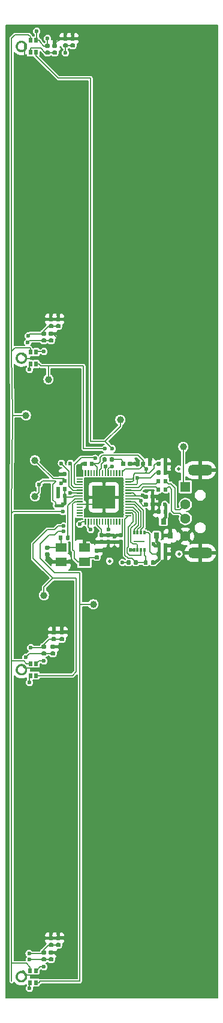
<source format=gbl>
G04 #@! TF.GenerationSoftware,KiCad,Pcbnew,5.1.5+dfsg1-2build2*
G04 #@! TF.CreationDate,2022-02-10T21:46:42-05:00*
G04 #@! TF.ProjectId,mico,6d69636f-2e6b-4696-9361-645f70636258,0.1*
G04 #@! TF.SameCoordinates,Original*
G04 #@! TF.FileFunction,Copper,L2,Bot*
G04 #@! TF.FilePolarity,Positive*
%FSLAX46Y46*%
G04 Gerber Fmt 4.6, Leading zero omitted, Abs format (unit mm)*
G04 Created by KiCad (PCBNEW 5.1.5+dfsg1-2build2) date 2022-02-10 21:46:42*
%MOMM*%
%LPD*%
G04 APERTURE LIST*
%ADD10C,0.100000*%
%ADD11R,3.200000X3.200000*%
%ADD12C,1.428000*%
%ADD13R,1.428000X1.428000*%
%ADD14O,3.500000X1.508000*%
%ADD15R,1.600000X0.200000*%
%ADD16R,0.300000X0.500000*%
%ADD17R,0.800000X0.900000*%
%ADD18R,1.600000X1.300000*%
%ADD19C,0.500000*%
%ADD20R,0.522000X0.725000*%
%ADD21C,1.000000*%
%ADD22C,0.600000*%
%ADD23C,0.400000*%
%ADD24C,0.160000*%
%ADD25C,0.200000*%
G04 APERTURE END LIST*
G04 #@! TA.AperFunction,SMDPad,CuDef*
D10*
G36*
X131658232Y-104328650D02*
G01*
X131671337Y-104330594D01*
X131684188Y-104333813D01*
X131696662Y-104338276D01*
X131708639Y-104343941D01*
X131720002Y-104350752D01*
X131730643Y-104358644D01*
X131740459Y-104367541D01*
X131749356Y-104377357D01*
X131757248Y-104387998D01*
X131764059Y-104399361D01*
X131769724Y-104411338D01*
X131774187Y-104423812D01*
X131777406Y-104436663D01*
X131779350Y-104449768D01*
X131780000Y-104463000D01*
X131780000Y-104833000D01*
X131779350Y-104846232D01*
X131777406Y-104859337D01*
X131774187Y-104872188D01*
X131769724Y-104884662D01*
X131764059Y-104896639D01*
X131757248Y-104908002D01*
X131749356Y-104918643D01*
X131740459Y-104928459D01*
X131730643Y-104937356D01*
X131720002Y-104945248D01*
X131708639Y-104952059D01*
X131696662Y-104957724D01*
X131684188Y-104962187D01*
X131671337Y-104965406D01*
X131658232Y-104967350D01*
X131645000Y-104968000D01*
X131375000Y-104968000D01*
X131361768Y-104967350D01*
X131348663Y-104965406D01*
X131335812Y-104962187D01*
X131323338Y-104957724D01*
X131311361Y-104952059D01*
X131299998Y-104945248D01*
X131289357Y-104937356D01*
X131279541Y-104928459D01*
X131270644Y-104918643D01*
X131262752Y-104908002D01*
X131255941Y-104896639D01*
X131250276Y-104884662D01*
X131245813Y-104872188D01*
X131242594Y-104859337D01*
X131240650Y-104846232D01*
X131240000Y-104833000D01*
X131240000Y-104463000D01*
X131240650Y-104449768D01*
X131242594Y-104436663D01*
X131245813Y-104423812D01*
X131250276Y-104411338D01*
X131255941Y-104399361D01*
X131262752Y-104387998D01*
X131270644Y-104377357D01*
X131279541Y-104367541D01*
X131289357Y-104358644D01*
X131299998Y-104350752D01*
X131311361Y-104343941D01*
X131323338Y-104338276D01*
X131335812Y-104333813D01*
X131348663Y-104330594D01*
X131361768Y-104328650D01*
X131375000Y-104328000D01*
X131645000Y-104328000D01*
X131658232Y-104328650D01*
G37*
G04 #@! TD.AperFunction*
G04 #@! TA.AperFunction,SMDPad,CuDef*
G36*
X130638232Y-104328650D02*
G01*
X130651337Y-104330594D01*
X130664188Y-104333813D01*
X130676662Y-104338276D01*
X130688639Y-104343941D01*
X130700002Y-104350752D01*
X130710643Y-104358644D01*
X130720459Y-104367541D01*
X130729356Y-104377357D01*
X130737248Y-104387998D01*
X130744059Y-104399361D01*
X130749724Y-104411338D01*
X130754187Y-104423812D01*
X130757406Y-104436663D01*
X130759350Y-104449768D01*
X130760000Y-104463000D01*
X130760000Y-104833000D01*
X130759350Y-104846232D01*
X130757406Y-104859337D01*
X130754187Y-104872188D01*
X130749724Y-104884662D01*
X130744059Y-104896639D01*
X130737248Y-104908002D01*
X130729356Y-104918643D01*
X130720459Y-104928459D01*
X130710643Y-104937356D01*
X130700002Y-104945248D01*
X130688639Y-104952059D01*
X130676662Y-104957724D01*
X130664188Y-104962187D01*
X130651337Y-104965406D01*
X130638232Y-104967350D01*
X130625000Y-104968000D01*
X130355000Y-104968000D01*
X130341768Y-104967350D01*
X130328663Y-104965406D01*
X130315812Y-104962187D01*
X130303338Y-104957724D01*
X130291361Y-104952059D01*
X130279998Y-104945248D01*
X130269357Y-104937356D01*
X130259541Y-104928459D01*
X130250644Y-104918643D01*
X130242752Y-104908002D01*
X130235941Y-104896639D01*
X130230276Y-104884662D01*
X130225813Y-104872188D01*
X130222594Y-104859337D01*
X130220650Y-104846232D01*
X130220000Y-104833000D01*
X130220000Y-104463000D01*
X130220650Y-104449768D01*
X130222594Y-104436663D01*
X130225813Y-104423812D01*
X130230276Y-104411338D01*
X130235941Y-104399361D01*
X130242752Y-104387998D01*
X130250644Y-104377357D01*
X130259541Y-104367541D01*
X130269357Y-104358644D01*
X130279998Y-104350752D01*
X130291361Y-104343941D01*
X130303338Y-104338276D01*
X130315812Y-104333813D01*
X130328663Y-104330594D01*
X130341768Y-104328650D01*
X130355000Y-104328000D01*
X130625000Y-104328000D01*
X130638232Y-104328650D01*
G37*
G04 #@! TD.AperFunction*
D11*
X130400000Y-110000000D03*
G04 #@! TA.AperFunction,SMDPad,CuDef*
D10*
G36*
X133094588Y-106145029D02*
G01*
X133095171Y-106145115D01*
X133095742Y-106145258D01*
X133096296Y-106145457D01*
X133096828Y-106145708D01*
X133097333Y-106146011D01*
X133097806Y-106146362D01*
X133098243Y-106146757D01*
X133098638Y-106147194D01*
X133098989Y-106147667D01*
X133099292Y-106148172D01*
X133099543Y-106148704D01*
X133099742Y-106149258D01*
X133099885Y-106149829D01*
X133099971Y-106150412D01*
X133100000Y-106151000D01*
X133100000Y-106979000D01*
X133099971Y-106979588D01*
X133099885Y-106980171D01*
X133099742Y-106980742D01*
X133099543Y-106981296D01*
X133099292Y-106981828D01*
X133098989Y-106982333D01*
X133098638Y-106982806D01*
X133098243Y-106983243D01*
X133097806Y-106983638D01*
X133097333Y-106983989D01*
X133096828Y-106984292D01*
X133096296Y-106984543D01*
X133095742Y-106984742D01*
X133095171Y-106984885D01*
X133094588Y-106984971D01*
X133094000Y-106985000D01*
X132906000Y-106985000D01*
X132905412Y-106984971D01*
X132904829Y-106984885D01*
X132904258Y-106984742D01*
X132903704Y-106984543D01*
X132903172Y-106984292D01*
X132902667Y-106983989D01*
X132902194Y-106983638D01*
X132901757Y-106983243D01*
X132901362Y-106982806D01*
X132901011Y-106982333D01*
X132900708Y-106981828D01*
X132900457Y-106981296D01*
X132900258Y-106980742D01*
X132900115Y-106980171D01*
X132900029Y-106979588D01*
X132900000Y-106979000D01*
X132900000Y-106151000D01*
X132900029Y-106150412D01*
X132900115Y-106149829D01*
X132900258Y-106149258D01*
X132900457Y-106148704D01*
X132900708Y-106148172D01*
X132901011Y-106147667D01*
X132901362Y-106147194D01*
X132901757Y-106146757D01*
X132902194Y-106146362D01*
X132902667Y-106146011D01*
X132903172Y-106145708D01*
X132903704Y-106145457D01*
X132904258Y-106145258D01*
X132904829Y-106145115D01*
X132905412Y-106145029D01*
X132906000Y-106145000D01*
X133094000Y-106145000D01*
X133094588Y-106145029D01*
G37*
G04 #@! TD.AperFunction*
G04 #@! TA.AperFunction,SMDPad,CuDef*
G36*
X132694588Y-106145029D02*
G01*
X132695171Y-106145115D01*
X132695742Y-106145258D01*
X132696296Y-106145457D01*
X132696828Y-106145708D01*
X132697333Y-106146011D01*
X132697806Y-106146362D01*
X132698243Y-106146757D01*
X132698638Y-106147194D01*
X132698989Y-106147667D01*
X132699292Y-106148172D01*
X132699543Y-106148704D01*
X132699742Y-106149258D01*
X132699885Y-106149829D01*
X132699971Y-106150412D01*
X132700000Y-106151000D01*
X132700000Y-106979000D01*
X132699971Y-106979588D01*
X132699885Y-106980171D01*
X132699742Y-106980742D01*
X132699543Y-106981296D01*
X132699292Y-106981828D01*
X132698989Y-106982333D01*
X132698638Y-106982806D01*
X132698243Y-106983243D01*
X132697806Y-106983638D01*
X132697333Y-106983989D01*
X132696828Y-106984292D01*
X132696296Y-106984543D01*
X132695742Y-106984742D01*
X132695171Y-106984885D01*
X132694588Y-106984971D01*
X132694000Y-106985000D01*
X132506000Y-106985000D01*
X132505412Y-106984971D01*
X132504829Y-106984885D01*
X132504258Y-106984742D01*
X132503704Y-106984543D01*
X132503172Y-106984292D01*
X132502667Y-106983989D01*
X132502194Y-106983638D01*
X132501757Y-106983243D01*
X132501362Y-106982806D01*
X132501011Y-106982333D01*
X132500708Y-106981828D01*
X132500457Y-106981296D01*
X132500258Y-106980742D01*
X132500115Y-106980171D01*
X132500029Y-106979588D01*
X132500000Y-106979000D01*
X132500000Y-106151000D01*
X132500029Y-106150412D01*
X132500115Y-106149829D01*
X132500258Y-106149258D01*
X132500457Y-106148704D01*
X132500708Y-106148172D01*
X132501011Y-106147667D01*
X132501362Y-106147194D01*
X132501757Y-106146757D01*
X132502194Y-106146362D01*
X132502667Y-106146011D01*
X132503172Y-106145708D01*
X132503704Y-106145457D01*
X132504258Y-106145258D01*
X132504829Y-106145115D01*
X132505412Y-106145029D01*
X132506000Y-106145000D01*
X132694000Y-106145000D01*
X132694588Y-106145029D01*
G37*
G04 #@! TD.AperFunction*
G04 #@! TA.AperFunction,SMDPad,CuDef*
G36*
X132294588Y-106145029D02*
G01*
X132295171Y-106145115D01*
X132295742Y-106145258D01*
X132296296Y-106145457D01*
X132296828Y-106145708D01*
X132297333Y-106146011D01*
X132297806Y-106146362D01*
X132298243Y-106146757D01*
X132298638Y-106147194D01*
X132298989Y-106147667D01*
X132299292Y-106148172D01*
X132299543Y-106148704D01*
X132299742Y-106149258D01*
X132299885Y-106149829D01*
X132299971Y-106150412D01*
X132300000Y-106151000D01*
X132300000Y-106979000D01*
X132299971Y-106979588D01*
X132299885Y-106980171D01*
X132299742Y-106980742D01*
X132299543Y-106981296D01*
X132299292Y-106981828D01*
X132298989Y-106982333D01*
X132298638Y-106982806D01*
X132298243Y-106983243D01*
X132297806Y-106983638D01*
X132297333Y-106983989D01*
X132296828Y-106984292D01*
X132296296Y-106984543D01*
X132295742Y-106984742D01*
X132295171Y-106984885D01*
X132294588Y-106984971D01*
X132294000Y-106985000D01*
X132106000Y-106985000D01*
X132105412Y-106984971D01*
X132104829Y-106984885D01*
X132104258Y-106984742D01*
X132103704Y-106984543D01*
X132103172Y-106984292D01*
X132102667Y-106983989D01*
X132102194Y-106983638D01*
X132101757Y-106983243D01*
X132101362Y-106982806D01*
X132101011Y-106982333D01*
X132100708Y-106981828D01*
X132100457Y-106981296D01*
X132100258Y-106980742D01*
X132100115Y-106980171D01*
X132100029Y-106979588D01*
X132100000Y-106979000D01*
X132100000Y-106151000D01*
X132100029Y-106150412D01*
X132100115Y-106149829D01*
X132100258Y-106149258D01*
X132100457Y-106148704D01*
X132100708Y-106148172D01*
X132101011Y-106147667D01*
X132101362Y-106147194D01*
X132101757Y-106146757D01*
X132102194Y-106146362D01*
X132102667Y-106146011D01*
X132103172Y-106145708D01*
X132103704Y-106145457D01*
X132104258Y-106145258D01*
X132104829Y-106145115D01*
X132105412Y-106145029D01*
X132106000Y-106145000D01*
X132294000Y-106145000D01*
X132294588Y-106145029D01*
G37*
G04 #@! TD.AperFunction*
G04 #@! TA.AperFunction,SMDPad,CuDef*
G36*
X131894588Y-106145029D02*
G01*
X131895171Y-106145115D01*
X131895742Y-106145258D01*
X131896296Y-106145457D01*
X131896828Y-106145708D01*
X131897333Y-106146011D01*
X131897806Y-106146362D01*
X131898243Y-106146757D01*
X131898638Y-106147194D01*
X131898989Y-106147667D01*
X131899292Y-106148172D01*
X131899543Y-106148704D01*
X131899742Y-106149258D01*
X131899885Y-106149829D01*
X131899971Y-106150412D01*
X131900000Y-106151000D01*
X131900000Y-106979000D01*
X131899971Y-106979588D01*
X131899885Y-106980171D01*
X131899742Y-106980742D01*
X131899543Y-106981296D01*
X131899292Y-106981828D01*
X131898989Y-106982333D01*
X131898638Y-106982806D01*
X131898243Y-106983243D01*
X131897806Y-106983638D01*
X131897333Y-106983989D01*
X131896828Y-106984292D01*
X131896296Y-106984543D01*
X131895742Y-106984742D01*
X131895171Y-106984885D01*
X131894588Y-106984971D01*
X131894000Y-106985000D01*
X131706000Y-106985000D01*
X131705412Y-106984971D01*
X131704829Y-106984885D01*
X131704258Y-106984742D01*
X131703704Y-106984543D01*
X131703172Y-106984292D01*
X131702667Y-106983989D01*
X131702194Y-106983638D01*
X131701757Y-106983243D01*
X131701362Y-106982806D01*
X131701011Y-106982333D01*
X131700708Y-106981828D01*
X131700457Y-106981296D01*
X131700258Y-106980742D01*
X131700115Y-106980171D01*
X131700029Y-106979588D01*
X131700000Y-106979000D01*
X131700000Y-106151000D01*
X131700029Y-106150412D01*
X131700115Y-106149829D01*
X131700258Y-106149258D01*
X131700457Y-106148704D01*
X131700708Y-106148172D01*
X131701011Y-106147667D01*
X131701362Y-106147194D01*
X131701757Y-106146757D01*
X131702194Y-106146362D01*
X131702667Y-106146011D01*
X131703172Y-106145708D01*
X131703704Y-106145457D01*
X131704258Y-106145258D01*
X131704829Y-106145115D01*
X131705412Y-106145029D01*
X131706000Y-106145000D01*
X131894000Y-106145000D01*
X131894588Y-106145029D01*
G37*
G04 #@! TD.AperFunction*
G04 #@! TA.AperFunction,SMDPad,CuDef*
G36*
X131494588Y-106145029D02*
G01*
X131495171Y-106145115D01*
X131495742Y-106145258D01*
X131496296Y-106145457D01*
X131496828Y-106145708D01*
X131497333Y-106146011D01*
X131497806Y-106146362D01*
X131498243Y-106146757D01*
X131498638Y-106147194D01*
X131498989Y-106147667D01*
X131499292Y-106148172D01*
X131499543Y-106148704D01*
X131499742Y-106149258D01*
X131499885Y-106149829D01*
X131499971Y-106150412D01*
X131500000Y-106151000D01*
X131500000Y-106979000D01*
X131499971Y-106979588D01*
X131499885Y-106980171D01*
X131499742Y-106980742D01*
X131499543Y-106981296D01*
X131499292Y-106981828D01*
X131498989Y-106982333D01*
X131498638Y-106982806D01*
X131498243Y-106983243D01*
X131497806Y-106983638D01*
X131497333Y-106983989D01*
X131496828Y-106984292D01*
X131496296Y-106984543D01*
X131495742Y-106984742D01*
X131495171Y-106984885D01*
X131494588Y-106984971D01*
X131494000Y-106985000D01*
X131306000Y-106985000D01*
X131305412Y-106984971D01*
X131304829Y-106984885D01*
X131304258Y-106984742D01*
X131303704Y-106984543D01*
X131303172Y-106984292D01*
X131302667Y-106983989D01*
X131302194Y-106983638D01*
X131301757Y-106983243D01*
X131301362Y-106982806D01*
X131301011Y-106982333D01*
X131300708Y-106981828D01*
X131300457Y-106981296D01*
X131300258Y-106980742D01*
X131300115Y-106980171D01*
X131300029Y-106979588D01*
X131300000Y-106979000D01*
X131300000Y-106151000D01*
X131300029Y-106150412D01*
X131300115Y-106149829D01*
X131300258Y-106149258D01*
X131300457Y-106148704D01*
X131300708Y-106148172D01*
X131301011Y-106147667D01*
X131301362Y-106147194D01*
X131301757Y-106146757D01*
X131302194Y-106146362D01*
X131302667Y-106146011D01*
X131303172Y-106145708D01*
X131303704Y-106145457D01*
X131304258Y-106145258D01*
X131304829Y-106145115D01*
X131305412Y-106145029D01*
X131306000Y-106145000D01*
X131494000Y-106145000D01*
X131494588Y-106145029D01*
G37*
G04 #@! TD.AperFunction*
G04 #@! TA.AperFunction,SMDPad,CuDef*
G36*
X131094588Y-106145029D02*
G01*
X131095171Y-106145115D01*
X131095742Y-106145258D01*
X131096296Y-106145457D01*
X131096828Y-106145708D01*
X131097333Y-106146011D01*
X131097806Y-106146362D01*
X131098243Y-106146757D01*
X131098638Y-106147194D01*
X131098989Y-106147667D01*
X131099292Y-106148172D01*
X131099543Y-106148704D01*
X131099742Y-106149258D01*
X131099885Y-106149829D01*
X131099971Y-106150412D01*
X131100000Y-106151000D01*
X131100000Y-106979000D01*
X131099971Y-106979588D01*
X131099885Y-106980171D01*
X131099742Y-106980742D01*
X131099543Y-106981296D01*
X131099292Y-106981828D01*
X131098989Y-106982333D01*
X131098638Y-106982806D01*
X131098243Y-106983243D01*
X131097806Y-106983638D01*
X131097333Y-106983989D01*
X131096828Y-106984292D01*
X131096296Y-106984543D01*
X131095742Y-106984742D01*
X131095171Y-106984885D01*
X131094588Y-106984971D01*
X131094000Y-106985000D01*
X130906000Y-106985000D01*
X130905412Y-106984971D01*
X130904829Y-106984885D01*
X130904258Y-106984742D01*
X130903704Y-106984543D01*
X130903172Y-106984292D01*
X130902667Y-106983989D01*
X130902194Y-106983638D01*
X130901757Y-106983243D01*
X130901362Y-106982806D01*
X130901011Y-106982333D01*
X130900708Y-106981828D01*
X130900457Y-106981296D01*
X130900258Y-106980742D01*
X130900115Y-106980171D01*
X130900029Y-106979588D01*
X130900000Y-106979000D01*
X130900000Y-106151000D01*
X130900029Y-106150412D01*
X130900115Y-106149829D01*
X130900258Y-106149258D01*
X130900457Y-106148704D01*
X130900708Y-106148172D01*
X130901011Y-106147667D01*
X130901362Y-106147194D01*
X130901757Y-106146757D01*
X130902194Y-106146362D01*
X130902667Y-106146011D01*
X130903172Y-106145708D01*
X130903704Y-106145457D01*
X130904258Y-106145258D01*
X130904829Y-106145115D01*
X130905412Y-106145029D01*
X130906000Y-106145000D01*
X131094000Y-106145000D01*
X131094588Y-106145029D01*
G37*
G04 #@! TD.AperFunction*
G04 #@! TA.AperFunction,SMDPad,CuDef*
G36*
X130694588Y-106145029D02*
G01*
X130695171Y-106145115D01*
X130695742Y-106145258D01*
X130696296Y-106145457D01*
X130696828Y-106145708D01*
X130697333Y-106146011D01*
X130697806Y-106146362D01*
X130698243Y-106146757D01*
X130698638Y-106147194D01*
X130698989Y-106147667D01*
X130699292Y-106148172D01*
X130699543Y-106148704D01*
X130699742Y-106149258D01*
X130699885Y-106149829D01*
X130699971Y-106150412D01*
X130700000Y-106151000D01*
X130700000Y-106979000D01*
X130699971Y-106979588D01*
X130699885Y-106980171D01*
X130699742Y-106980742D01*
X130699543Y-106981296D01*
X130699292Y-106981828D01*
X130698989Y-106982333D01*
X130698638Y-106982806D01*
X130698243Y-106983243D01*
X130697806Y-106983638D01*
X130697333Y-106983989D01*
X130696828Y-106984292D01*
X130696296Y-106984543D01*
X130695742Y-106984742D01*
X130695171Y-106984885D01*
X130694588Y-106984971D01*
X130694000Y-106985000D01*
X130506000Y-106985000D01*
X130505412Y-106984971D01*
X130504829Y-106984885D01*
X130504258Y-106984742D01*
X130503704Y-106984543D01*
X130503172Y-106984292D01*
X130502667Y-106983989D01*
X130502194Y-106983638D01*
X130501757Y-106983243D01*
X130501362Y-106982806D01*
X130501011Y-106982333D01*
X130500708Y-106981828D01*
X130500457Y-106981296D01*
X130500258Y-106980742D01*
X130500115Y-106980171D01*
X130500029Y-106979588D01*
X130500000Y-106979000D01*
X130500000Y-106151000D01*
X130500029Y-106150412D01*
X130500115Y-106149829D01*
X130500258Y-106149258D01*
X130500457Y-106148704D01*
X130500708Y-106148172D01*
X130501011Y-106147667D01*
X130501362Y-106147194D01*
X130501757Y-106146757D01*
X130502194Y-106146362D01*
X130502667Y-106146011D01*
X130503172Y-106145708D01*
X130503704Y-106145457D01*
X130504258Y-106145258D01*
X130504829Y-106145115D01*
X130505412Y-106145029D01*
X130506000Y-106145000D01*
X130694000Y-106145000D01*
X130694588Y-106145029D01*
G37*
G04 #@! TD.AperFunction*
G04 #@! TA.AperFunction,SMDPad,CuDef*
G36*
X130294588Y-106145029D02*
G01*
X130295171Y-106145115D01*
X130295742Y-106145258D01*
X130296296Y-106145457D01*
X130296828Y-106145708D01*
X130297333Y-106146011D01*
X130297806Y-106146362D01*
X130298243Y-106146757D01*
X130298638Y-106147194D01*
X130298989Y-106147667D01*
X130299292Y-106148172D01*
X130299543Y-106148704D01*
X130299742Y-106149258D01*
X130299885Y-106149829D01*
X130299971Y-106150412D01*
X130300000Y-106151000D01*
X130300000Y-106979000D01*
X130299971Y-106979588D01*
X130299885Y-106980171D01*
X130299742Y-106980742D01*
X130299543Y-106981296D01*
X130299292Y-106981828D01*
X130298989Y-106982333D01*
X130298638Y-106982806D01*
X130298243Y-106983243D01*
X130297806Y-106983638D01*
X130297333Y-106983989D01*
X130296828Y-106984292D01*
X130296296Y-106984543D01*
X130295742Y-106984742D01*
X130295171Y-106984885D01*
X130294588Y-106984971D01*
X130294000Y-106985000D01*
X130106000Y-106985000D01*
X130105412Y-106984971D01*
X130104829Y-106984885D01*
X130104258Y-106984742D01*
X130103704Y-106984543D01*
X130103172Y-106984292D01*
X130102667Y-106983989D01*
X130102194Y-106983638D01*
X130101757Y-106983243D01*
X130101362Y-106982806D01*
X130101011Y-106982333D01*
X130100708Y-106981828D01*
X130100457Y-106981296D01*
X130100258Y-106980742D01*
X130100115Y-106980171D01*
X130100029Y-106979588D01*
X130100000Y-106979000D01*
X130100000Y-106151000D01*
X130100029Y-106150412D01*
X130100115Y-106149829D01*
X130100258Y-106149258D01*
X130100457Y-106148704D01*
X130100708Y-106148172D01*
X130101011Y-106147667D01*
X130101362Y-106147194D01*
X130101757Y-106146757D01*
X130102194Y-106146362D01*
X130102667Y-106146011D01*
X130103172Y-106145708D01*
X130103704Y-106145457D01*
X130104258Y-106145258D01*
X130104829Y-106145115D01*
X130105412Y-106145029D01*
X130106000Y-106145000D01*
X130294000Y-106145000D01*
X130294588Y-106145029D01*
G37*
G04 #@! TD.AperFunction*
G04 #@! TA.AperFunction,SMDPad,CuDef*
G36*
X129894588Y-106145029D02*
G01*
X129895171Y-106145115D01*
X129895742Y-106145258D01*
X129896296Y-106145457D01*
X129896828Y-106145708D01*
X129897333Y-106146011D01*
X129897806Y-106146362D01*
X129898243Y-106146757D01*
X129898638Y-106147194D01*
X129898989Y-106147667D01*
X129899292Y-106148172D01*
X129899543Y-106148704D01*
X129899742Y-106149258D01*
X129899885Y-106149829D01*
X129899971Y-106150412D01*
X129900000Y-106151000D01*
X129900000Y-106979000D01*
X129899971Y-106979588D01*
X129899885Y-106980171D01*
X129899742Y-106980742D01*
X129899543Y-106981296D01*
X129899292Y-106981828D01*
X129898989Y-106982333D01*
X129898638Y-106982806D01*
X129898243Y-106983243D01*
X129897806Y-106983638D01*
X129897333Y-106983989D01*
X129896828Y-106984292D01*
X129896296Y-106984543D01*
X129895742Y-106984742D01*
X129895171Y-106984885D01*
X129894588Y-106984971D01*
X129894000Y-106985000D01*
X129706000Y-106985000D01*
X129705412Y-106984971D01*
X129704829Y-106984885D01*
X129704258Y-106984742D01*
X129703704Y-106984543D01*
X129703172Y-106984292D01*
X129702667Y-106983989D01*
X129702194Y-106983638D01*
X129701757Y-106983243D01*
X129701362Y-106982806D01*
X129701011Y-106982333D01*
X129700708Y-106981828D01*
X129700457Y-106981296D01*
X129700258Y-106980742D01*
X129700115Y-106980171D01*
X129700029Y-106979588D01*
X129700000Y-106979000D01*
X129700000Y-106151000D01*
X129700029Y-106150412D01*
X129700115Y-106149829D01*
X129700258Y-106149258D01*
X129700457Y-106148704D01*
X129700708Y-106148172D01*
X129701011Y-106147667D01*
X129701362Y-106147194D01*
X129701757Y-106146757D01*
X129702194Y-106146362D01*
X129702667Y-106146011D01*
X129703172Y-106145708D01*
X129703704Y-106145457D01*
X129704258Y-106145258D01*
X129704829Y-106145115D01*
X129705412Y-106145029D01*
X129706000Y-106145000D01*
X129894000Y-106145000D01*
X129894588Y-106145029D01*
G37*
G04 #@! TD.AperFunction*
G04 #@! TA.AperFunction,SMDPad,CuDef*
G36*
X129494588Y-106145029D02*
G01*
X129495171Y-106145115D01*
X129495742Y-106145258D01*
X129496296Y-106145457D01*
X129496828Y-106145708D01*
X129497333Y-106146011D01*
X129497806Y-106146362D01*
X129498243Y-106146757D01*
X129498638Y-106147194D01*
X129498989Y-106147667D01*
X129499292Y-106148172D01*
X129499543Y-106148704D01*
X129499742Y-106149258D01*
X129499885Y-106149829D01*
X129499971Y-106150412D01*
X129500000Y-106151000D01*
X129500000Y-106979000D01*
X129499971Y-106979588D01*
X129499885Y-106980171D01*
X129499742Y-106980742D01*
X129499543Y-106981296D01*
X129499292Y-106981828D01*
X129498989Y-106982333D01*
X129498638Y-106982806D01*
X129498243Y-106983243D01*
X129497806Y-106983638D01*
X129497333Y-106983989D01*
X129496828Y-106984292D01*
X129496296Y-106984543D01*
X129495742Y-106984742D01*
X129495171Y-106984885D01*
X129494588Y-106984971D01*
X129494000Y-106985000D01*
X129306000Y-106985000D01*
X129305412Y-106984971D01*
X129304829Y-106984885D01*
X129304258Y-106984742D01*
X129303704Y-106984543D01*
X129303172Y-106984292D01*
X129302667Y-106983989D01*
X129302194Y-106983638D01*
X129301757Y-106983243D01*
X129301362Y-106982806D01*
X129301011Y-106982333D01*
X129300708Y-106981828D01*
X129300457Y-106981296D01*
X129300258Y-106980742D01*
X129300115Y-106980171D01*
X129300029Y-106979588D01*
X129300000Y-106979000D01*
X129300000Y-106151000D01*
X129300029Y-106150412D01*
X129300115Y-106149829D01*
X129300258Y-106149258D01*
X129300457Y-106148704D01*
X129300708Y-106148172D01*
X129301011Y-106147667D01*
X129301362Y-106147194D01*
X129301757Y-106146757D01*
X129302194Y-106146362D01*
X129302667Y-106146011D01*
X129303172Y-106145708D01*
X129303704Y-106145457D01*
X129304258Y-106145258D01*
X129304829Y-106145115D01*
X129305412Y-106145029D01*
X129306000Y-106145000D01*
X129494000Y-106145000D01*
X129494588Y-106145029D01*
G37*
G04 #@! TD.AperFunction*
G04 #@! TA.AperFunction,SMDPad,CuDef*
G36*
X129094588Y-106145029D02*
G01*
X129095171Y-106145115D01*
X129095742Y-106145258D01*
X129096296Y-106145457D01*
X129096828Y-106145708D01*
X129097333Y-106146011D01*
X129097806Y-106146362D01*
X129098243Y-106146757D01*
X129098638Y-106147194D01*
X129098989Y-106147667D01*
X129099292Y-106148172D01*
X129099543Y-106148704D01*
X129099742Y-106149258D01*
X129099885Y-106149829D01*
X129099971Y-106150412D01*
X129100000Y-106151000D01*
X129100000Y-106979000D01*
X129099971Y-106979588D01*
X129099885Y-106980171D01*
X129099742Y-106980742D01*
X129099543Y-106981296D01*
X129099292Y-106981828D01*
X129098989Y-106982333D01*
X129098638Y-106982806D01*
X129098243Y-106983243D01*
X129097806Y-106983638D01*
X129097333Y-106983989D01*
X129096828Y-106984292D01*
X129096296Y-106984543D01*
X129095742Y-106984742D01*
X129095171Y-106984885D01*
X129094588Y-106984971D01*
X129094000Y-106985000D01*
X128906000Y-106985000D01*
X128905412Y-106984971D01*
X128904829Y-106984885D01*
X128904258Y-106984742D01*
X128903704Y-106984543D01*
X128903172Y-106984292D01*
X128902667Y-106983989D01*
X128902194Y-106983638D01*
X128901757Y-106983243D01*
X128901362Y-106982806D01*
X128901011Y-106982333D01*
X128900708Y-106981828D01*
X128900457Y-106981296D01*
X128900258Y-106980742D01*
X128900115Y-106980171D01*
X128900029Y-106979588D01*
X128900000Y-106979000D01*
X128900000Y-106151000D01*
X128900029Y-106150412D01*
X128900115Y-106149829D01*
X128900258Y-106149258D01*
X128900457Y-106148704D01*
X128900708Y-106148172D01*
X128901011Y-106147667D01*
X128901362Y-106147194D01*
X128901757Y-106146757D01*
X128902194Y-106146362D01*
X128902667Y-106146011D01*
X128903172Y-106145708D01*
X128903704Y-106145457D01*
X128904258Y-106145258D01*
X128904829Y-106145115D01*
X128905412Y-106145029D01*
X128906000Y-106145000D01*
X129094000Y-106145000D01*
X129094588Y-106145029D01*
G37*
G04 #@! TD.AperFunction*
G04 #@! TA.AperFunction,SMDPad,CuDef*
G36*
X128694588Y-106145029D02*
G01*
X128695171Y-106145115D01*
X128695742Y-106145258D01*
X128696296Y-106145457D01*
X128696828Y-106145708D01*
X128697333Y-106146011D01*
X128697806Y-106146362D01*
X128698243Y-106146757D01*
X128698638Y-106147194D01*
X128698989Y-106147667D01*
X128699292Y-106148172D01*
X128699543Y-106148704D01*
X128699742Y-106149258D01*
X128699885Y-106149829D01*
X128699971Y-106150412D01*
X128700000Y-106151000D01*
X128700000Y-106979000D01*
X128699971Y-106979588D01*
X128699885Y-106980171D01*
X128699742Y-106980742D01*
X128699543Y-106981296D01*
X128699292Y-106981828D01*
X128698989Y-106982333D01*
X128698638Y-106982806D01*
X128698243Y-106983243D01*
X128697806Y-106983638D01*
X128697333Y-106983989D01*
X128696828Y-106984292D01*
X128696296Y-106984543D01*
X128695742Y-106984742D01*
X128695171Y-106984885D01*
X128694588Y-106984971D01*
X128694000Y-106985000D01*
X128506000Y-106985000D01*
X128505412Y-106984971D01*
X128504829Y-106984885D01*
X128504258Y-106984742D01*
X128503704Y-106984543D01*
X128503172Y-106984292D01*
X128502667Y-106983989D01*
X128502194Y-106983638D01*
X128501757Y-106983243D01*
X128501362Y-106982806D01*
X128501011Y-106982333D01*
X128500708Y-106981828D01*
X128500457Y-106981296D01*
X128500258Y-106980742D01*
X128500115Y-106980171D01*
X128500029Y-106979588D01*
X128500000Y-106979000D01*
X128500000Y-106151000D01*
X128500029Y-106150412D01*
X128500115Y-106149829D01*
X128500258Y-106149258D01*
X128500457Y-106148704D01*
X128500708Y-106148172D01*
X128501011Y-106147667D01*
X128501362Y-106147194D01*
X128501757Y-106146757D01*
X128502194Y-106146362D01*
X128502667Y-106146011D01*
X128503172Y-106145708D01*
X128503704Y-106145457D01*
X128504258Y-106145258D01*
X128504829Y-106145115D01*
X128505412Y-106145029D01*
X128506000Y-106145000D01*
X128694000Y-106145000D01*
X128694588Y-106145029D01*
G37*
G04 #@! TD.AperFunction*
G04 #@! TA.AperFunction,SMDPad,CuDef*
G36*
X128294588Y-106145029D02*
G01*
X128295171Y-106145115D01*
X128295742Y-106145258D01*
X128296296Y-106145457D01*
X128296828Y-106145708D01*
X128297333Y-106146011D01*
X128297806Y-106146362D01*
X128298243Y-106146757D01*
X128298638Y-106147194D01*
X128298989Y-106147667D01*
X128299292Y-106148172D01*
X128299543Y-106148704D01*
X128299742Y-106149258D01*
X128299885Y-106149829D01*
X128299971Y-106150412D01*
X128300000Y-106151000D01*
X128300000Y-106979000D01*
X128299971Y-106979588D01*
X128299885Y-106980171D01*
X128299742Y-106980742D01*
X128299543Y-106981296D01*
X128299292Y-106981828D01*
X128298989Y-106982333D01*
X128298638Y-106982806D01*
X128298243Y-106983243D01*
X128297806Y-106983638D01*
X128297333Y-106983989D01*
X128296828Y-106984292D01*
X128296296Y-106984543D01*
X128295742Y-106984742D01*
X128295171Y-106984885D01*
X128294588Y-106984971D01*
X128294000Y-106985000D01*
X128106000Y-106985000D01*
X128105412Y-106984971D01*
X128104829Y-106984885D01*
X128104258Y-106984742D01*
X128103704Y-106984543D01*
X128103172Y-106984292D01*
X128102667Y-106983989D01*
X128102194Y-106983638D01*
X128101757Y-106983243D01*
X128101362Y-106982806D01*
X128101011Y-106982333D01*
X128100708Y-106981828D01*
X128100457Y-106981296D01*
X128100258Y-106980742D01*
X128100115Y-106980171D01*
X128100029Y-106979588D01*
X128100000Y-106979000D01*
X128100000Y-106151000D01*
X128100029Y-106150412D01*
X128100115Y-106149829D01*
X128100258Y-106149258D01*
X128100457Y-106148704D01*
X128100708Y-106148172D01*
X128101011Y-106147667D01*
X128101362Y-106147194D01*
X128101757Y-106146757D01*
X128102194Y-106146362D01*
X128102667Y-106146011D01*
X128103172Y-106145708D01*
X128103704Y-106145457D01*
X128104258Y-106145258D01*
X128104829Y-106145115D01*
X128105412Y-106145029D01*
X128106000Y-106145000D01*
X128294000Y-106145000D01*
X128294588Y-106145029D01*
G37*
G04 #@! TD.AperFunction*
G04 #@! TA.AperFunction,SMDPad,CuDef*
G36*
X127894588Y-106145029D02*
G01*
X127895171Y-106145115D01*
X127895742Y-106145258D01*
X127896296Y-106145457D01*
X127896828Y-106145708D01*
X127897333Y-106146011D01*
X127897806Y-106146362D01*
X127898243Y-106146757D01*
X127898638Y-106147194D01*
X127898989Y-106147667D01*
X127899292Y-106148172D01*
X127899543Y-106148704D01*
X127899742Y-106149258D01*
X127899885Y-106149829D01*
X127899971Y-106150412D01*
X127900000Y-106151000D01*
X127900000Y-106979000D01*
X127899971Y-106979588D01*
X127899885Y-106980171D01*
X127899742Y-106980742D01*
X127899543Y-106981296D01*
X127899292Y-106981828D01*
X127898989Y-106982333D01*
X127898638Y-106982806D01*
X127898243Y-106983243D01*
X127897806Y-106983638D01*
X127897333Y-106983989D01*
X127896828Y-106984292D01*
X127896296Y-106984543D01*
X127895742Y-106984742D01*
X127895171Y-106984885D01*
X127894588Y-106984971D01*
X127894000Y-106985000D01*
X127706000Y-106985000D01*
X127705412Y-106984971D01*
X127704829Y-106984885D01*
X127704258Y-106984742D01*
X127703704Y-106984543D01*
X127703172Y-106984292D01*
X127702667Y-106983989D01*
X127702194Y-106983638D01*
X127701757Y-106983243D01*
X127701362Y-106982806D01*
X127701011Y-106982333D01*
X127700708Y-106981828D01*
X127700457Y-106981296D01*
X127700258Y-106980742D01*
X127700115Y-106980171D01*
X127700029Y-106979588D01*
X127700000Y-106979000D01*
X127700000Y-106151000D01*
X127700029Y-106150412D01*
X127700115Y-106149829D01*
X127700258Y-106149258D01*
X127700457Y-106148704D01*
X127700708Y-106148172D01*
X127701011Y-106147667D01*
X127701362Y-106147194D01*
X127701757Y-106146757D01*
X127702194Y-106146362D01*
X127702667Y-106146011D01*
X127703172Y-106145708D01*
X127703704Y-106145457D01*
X127704258Y-106145258D01*
X127704829Y-106145115D01*
X127705412Y-106145029D01*
X127706000Y-106145000D01*
X127894000Y-106145000D01*
X127894588Y-106145029D01*
G37*
G04 #@! TD.AperFunction*
G04 #@! TA.AperFunction,SMDPad,CuDef*
G36*
X127894588Y-113015029D02*
G01*
X127895171Y-113015115D01*
X127895742Y-113015258D01*
X127896296Y-113015457D01*
X127896828Y-113015708D01*
X127897333Y-113016011D01*
X127897806Y-113016362D01*
X127898243Y-113016757D01*
X127898638Y-113017194D01*
X127898989Y-113017667D01*
X127899292Y-113018172D01*
X127899543Y-113018704D01*
X127899742Y-113019258D01*
X127899885Y-113019829D01*
X127899971Y-113020412D01*
X127900000Y-113021000D01*
X127900000Y-113849000D01*
X127899971Y-113849588D01*
X127899885Y-113850171D01*
X127899742Y-113850742D01*
X127899543Y-113851296D01*
X127899292Y-113851828D01*
X127898989Y-113852333D01*
X127898638Y-113852806D01*
X127898243Y-113853243D01*
X127897806Y-113853638D01*
X127897333Y-113853989D01*
X127896828Y-113854292D01*
X127896296Y-113854543D01*
X127895742Y-113854742D01*
X127895171Y-113854885D01*
X127894588Y-113854971D01*
X127894000Y-113855000D01*
X127706000Y-113855000D01*
X127705412Y-113854971D01*
X127704829Y-113854885D01*
X127704258Y-113854742D01*
X127703704Y-113854543D01*
X127703172Y-113854292D01*
X127702667Y-113853989D01*
X127702194Y-113853638D01*
X127701757Y-113853243D01*
X127701362Y-113852806D01*
X127701011Y-113852333D01*
X127700708Y-113851828D01*
X127700457Y-113851296D01*
X127700258Y-113850742D01*
X127700115Y-113850171D01*
X127700029Y-113849588D01*
X127700000Y-113849000D01*
X127700000Y-113021000D01*
X127700029Y-113020412D01*
X127700115Y-113019829D01*
X127700258Y-113019258D01*
X127700457Y-113018704D01*
X127700708Y-113018172D01*
X127701011Y-113017667D01*
X127701362Y-113017194D01*
X127701757Y-113016757D01*
X127702194Y-113016362D01*
X127702667Y-113016011D01*
X127703172Y-113015708D01*
X127703704Y-113015457D01*
X127704258Y-113015258D01*
X127704829Y-113015115D01*
X127705412Y-113015029D01*
X127706000Y-113015000D01*
X127894000Y-113015000D01*
X127894588Y-113015029D01*
G37*
G04 #@! TD.AperFunction*
G04 #@! TA.AperFunction,SMDPad,CuDef*
G36*
X128294588Y-113015029D02*
G01*
X128295171Y-113015115D01*
X128295742Y-113015258D01*
X128296296Y-113015457D01*
X128296828Y-113015708D01*
X128297333Y-113016011D01*
X128297806Y-113016362D01*
X128298243Y-113016757D01*
X128298638Y-113017194D01*
X128298989Y-113017667D01*
X128299292Y-113018172D01*
X128299543Y-113018704D01*
X128299742Y-113019258D01*
X128299885Y-113019829D01*
X128299971Y-113020412D01*
X128300000Y-113021000D01*
X128300000Y-113849000D01*
X128299971Y-113849588D01*
X128299885Y-113850171D01*
X128299742Y-113850742D01*
X128299543Y-113851296D01*
X128299292Y-113851828D01*
X128298989Y-113852333D01*
X128298638Y-113852806D01*
X128298243Y-113853243D01*
X128297806Y-113853638D01*
X128297333Y-113853989D01*
X128296828Y-113854292D01*
X128296296Y-113854543D01*
X128295742Y-113854742D01*
X128295171Y-113854885D01*
X128294588Y-113854971D01*
X128294000Y-113855000D01*
X128106000Y-113855000D01*
X128105412Y-113854971D01*
X128104829Y-113854885D01*
X128104258Y-113854742D01*
X128103704Y-113854543D01*
X128103172Y-113854292D01*
X128102667Y-113853989D01*
X128102194Y-113853638D01*
X128101757Y-113853243D01*
X128101362Y-113852806D01*
X128101011Y-113852333D01*
X128100708Y-113851828D01*
X128100457Y-113851296D01*
X128100258Y-113850742D01*
X128100115Y-113850171D01*
X128100029Y-113849588D01*
X128100000Y-113849000D01*
X128100000Y-113021000D01*
X128100029Y-113020412D01*
X128100115Y-113019829D01*
X128100258Y-113019258D01*
X128100457Y-113018704D01*
X128100708Y-113018172D01*
X128101011Y-113017667D01*
X128101362Y-113017194D01*
X128101757Y-113016757D01*
X128102194Y-113016362D01*
X128102667Y-113016011D01*
X128103172Y-113015708D01*
X128103704Y-113015457D01*
X128104258Y-113015258D01*
X128104829Y-113015115D01*
X128105412Y-113015029D01*
X128106000Y-113015000D01*
X128294000Y-113015000D01*
X128294588Y-113015029D01*
G37*
G04 #@! TD.AperFunction*
G04 #@! TA.AperFunction,SMDPad,CuDef*
G36*
X128694588Y-113015029D02*
G01*
X128695171Y-113015115D01*
X128695742Y-113015258D01*
X128696296Y-113015457D01*
X128696828Y-113015708D01*
X128697333Y-113016011D01*
X128697806Y-113016362D01*
X128698243Y-113016757D01*
X128698638Y-113017194D01*
X128698989Y-113017667D01*
X128699292Y-113018172D01*
X128699543Y-113018704D01*
X128699742Y-113019258D01*
X128699885Y-113019829D01*
X128699971Y-113020412D01*
X128700000Y-113021000D01*
X128700000Y-113849000D01*
X128699971Y-113849588D01*
X128699885Y-113850171D01*
X128699742Y-113850742D01*
X128699543Y-113851296D01*
X128699292Y-113851828D01*
X128698989Y-113852333D01*
X128698638Y-113852806D01*
X128698243Y-113853243D01*
X128697806Y-113853638D01*
X128697333Y-113853989D01*
X128696828Y-113854292D01*
X128696296Y-113854543D01*
X128695742Y-113854742D01*
X128695171Y-113854885D01*
X128694588Y-113854971D01*
X128694000Y-113855000D01*
X128506000Y-113855000D01*
X128505412Y-113854971D01*
X128504829Y-113854885D01*
X128504258Y-113854742D01*
X128503704Y-113854543D01*
X128503172Y-113854292D01*
X128502667Y-113853989D01*
X128502194Y-113853638D01*
X128501757Y-113853243D01*
X128501362Y-113852806D01*
X128501011Y-113852333D01*
X128500708Y-113851828D01*
X128500457Y-113851296D01*
X128500258Y-113850742D01*
X128500115Y-113850171D01*
X128500029Y-113849588D01*
X128500000Y-113849000D01*
X128500000Y-113021000D01*
X128500029Y-113020412D01*
X128500115Y-113019829D01*
X128500258Y-113019258D01*
X128500457Y-113018704D01*
X128500708Y-113018172D01*
X128501011Y-113017667D01*
X128501362Y-113017194D01*
X128501757Y-113016757D01*
X128502194Y-113016362D01*
X128502667Y-113016011D01*
X128503172Y-113015708D01*
X128503704Y-113015457D01*
X128504258Y-113015258D01*
X128504829Y-113015115D01*
X128505412Y-113015029D01*
X128506000Y-113015000D01*
X128694000Y-113015000D01*
X128694588Y-113015029D01*
G37*
G04 #@! TD.AperFunction*
G04 #@! TA.AperFunction,SMDPad,CuDef*
G36*
X129094588Y-113015029D02*
G01*
X129095171Y-113015115D01*
X129095742Y-113015258D01*
X129096296Y-113015457D01*
X129096828Y-113015708D01*
X129097333Y-113016011D01*
X129097806Y-113016362D01*
X129098243Y-113016757D01*
X129098638Y-113017194D01*
X129098989Y-113017667D01*
X129099292Y-113018172D01*
X129099543Y-113018704D01*
X129099742Y-113019258D01*
X129099885Y-113019829D01*
X129099971Y-113020412D01*
X129100000Y-113021000D01*
X129100000Y-113849000D01*
X129099971Y-113849588D01*
X129099885Y-113850171D01*
X129099742Y-113850742D01*
X129099543Y-113851296D01*
X129099292Y-113851828D01*
X129098989Y-113852333D01*
X129098638Y-113852806D01*
X129098243Y-113853243D01*
X129097806Y-113853638D01*
X129097333Y-113853989D01*
X129096828Y-113854292D01*
X129096296Y-113854543D01*
X129095742Y-113854742D01*
X129095171Y-113854885D01*
X129094588Y-113854971D01*
X129094000Y-113855000D01*
X128906000Y-113855000D01*
X128905412Y-113854971D01*
X128904829Y-113854885D01*
X128904258Y-113854742D01*
X128903704Y-113854543D01*
X128903172Y-113854292D01*
X128902667Y-113853989D01*
X128902194Y-113853638D01*
X128901757Y-113853243D01*
X128901362Y-113852806D01*
X128901011Y-113852333D01*
X128900708Y-113851828D01*
X128900457Y-113851296D01*
X128900258Y-113850742D01*
X128900115Y-113850171D01*
X128900029Y-113849588D01*
X128900000Y-113849000D01*
X128900000Y-113021000D01*
X128900029Y-113020412D01*
X128900115Y-113019829D01*
X128900258Y-113019258D01*
X128900457Y-113018704D01*
X128900708Y-113018172D01*
X128901011Y-113017667D01*
X128901362Y-113017194D01*
X128901757Y-113016757D01*
X128902194Y-113016362D01*
X128902667Y-113016011D01*
X128903172Y-113015708D01*
X128903704Y-113015457D01*
X128904258Y-113015258D01*
X128904829Y-113015115D01*
X128905412Y-113015029D01*
X128906000Y-113015000D01*
X129094000Y-113015000D01*
X129094588Y-113015029D01*
G37*
G04 #@! TD.AperFunction*
G04 #@! TA.AperFunction,SMDPad,CuDef*
G36*
X129494588Y-113015029D02*
G01*
X129495171Y-113015115D01*
X129495742Y-113015258D01*
X129496296Y-113015457D01*
X129496828Y-113015708D01*
X129497333Y-113016011D01*
X129497806Y-113016362D01*
X129498243Y-113016757D01*
X129498638Y-113017194D01*
X129498989Y-113017667D01*
X129499292Y-113018172D01*
X129499543Y-113018704D01*
X129499742Y-113019258D01*
X129499885Y-113019829D01*
X129499971Y-113020412D01*
X129500000Y-113021000D01*
X129500000Y-113849000D01*
X129499971Y-113849588D01*
X129499885Y-113850171D01*
X129499742Y-113850742D01*
X129499543Y-113851296D01*
X129499292Y-113851828D01*
X129498989Y-113852333D01*
X129498638Y-113852806D01*
X129498243Y-113853243D01*
X129497806Y-113853638D01*
X129497333Y-113853989D01*
X129496828Y-113854292D01*
X129496296Y-113854543D01*
X129495742Y-113854742D01*
X129495171Y-113854885D01*
X129494588Y-113854971D01*
X129494000Y-113855000D01*
X129306000Y-113855000D01*
X129305412Y-113854971D01*
X129304829Y-113854885D01*
X129304258Y-113854742D01*
X129303704Y-113854543D01*
X129303172Y-113854292D01*
X129302667Y-113853989D01*
X129302194Y-113853638D01*
X129301757Y-113853243D01*
X129301362Y-113852806D01*
X129301011Y-113852333D01*
X129300708Y-113851828D01*
X129300457Y-113851296D01*
X129300258Y-113850742D01*
X129300115Y-113850171D01*
X129300029Y-113849588D01*
X129300000Y-113849000D01*
X129300000Y-113021000D01*
X129300029Y-113020412D01*
X129300115Y-113019829D01*
X129300258Y-113019258D01*
X129300457Y-113018704D01*
X129300708Y-113018172D01*
X129301011Y-113017667D01*
X129301362Y-113017194D01*
X129301757Y-113016757D01*
X129302194Y-113016362D01*
X129302667Y-113016011D01*
X129303172Y-113015708D01*
X129303704Y-113015457D01*
X129304258Y-113015258D01*
X129304829Y-113015115D01*
X129305412Y-113015029D01*
X129306000Y-113015000D01*
X129494000Y-113015000D01*
X129494588Y-113015029D01*
G37*
G04 #@! TD.AperFunction*
G04 #@! TA.AperFunction,SMDPad,CuDef*
G36*
X129894588Y-113015029D02*
G01*
X129895171Y-113015115D01*
X129895742Y-113015258D01*
X129896296Y-113015457D01*
X129896828Y-113015708D01*
X129897333Y-113016011D01*
X129897806Y-113016362D01*
X129898243Y-113016757D01*
X129898638Y-113017194D01*
X129898989Y-113017667D01*
X129899292Y-113018172D01*
X129899543Y-113018704D01*
X129899742Y-113019258D01*
X129899885Y-113019829D01*
X129899971Y-113020412D01*
X129900000Y-113021000D01*
X129900000Y-113849000D01*
X129899971Y-113849588D01*
X129899885Y-113850171D01*
X129899742Y-113850742D01*
X129899543Y-113851296D01*
X129899292Y-113851828D01*
X129898989Y-113852333D01*
X129898638Y-113852806D01*
X129898243Y-113853243D01*
X129897806Y-113853638D01*
X129897333Y-113853989D01*
X129896828Y-113854292D01*
X129896296Y-113854543D01*
X129895742Y-113854742D01*
X129895171Y-113854885D01*
X129894588Y-113854971D01*
X129894000Y-113855000D01*
X129706000Y-113855000D01*
X129705412Y-113854971D01*
X129704829Y-113854885D01*
X129704258Y-113854742D01*
X129703704Y-113854543D01*
X129703172Y-113854292D01*
X129702667Y-113853989D01*
X129702194Y-113853638D01*
X129701757Y-113853243D01*
X129701362Y-113852806D01*
X129701011Y-113852333D01*
X129700708Y-113851828D01*
X129700457Y-113851296D01*
X129700258Y-113850742D01*
X129700115Y-113850171D01*
X129700029Y-113849588D01*
X129700000Y-113849000D01*
X129700000Y-113021000D01*
X129700029Y-113020412D01*
X129700115Y-113019829D01*
X129700258Y-113019258D01*
X129700457Y-113018704D01*
X129700708Y-113018172D01*
X129701011Y-113017667D01*
X129701362Y-113017194D01*
X129701757Y-113016757D01*
X129702194Y-113016362D01*
X129702667Y-113016011D01*
X129703172Y-113015708D01*
X129703704Y-113015457D01*
X129704258Y-113015258D01*
X129704829Y-113015115D01*
X129705412Y-113015029D01*
X129706000Y-113015000D01*
X129894000Y-113015000D01*
X129894588Y-113015029D01*
G37*
G04 #@! TD.AperFunction*
G04 #@! TA.AperFunction,SMDPad,CuDef*
G36*
X130294588Y-113015029D02*
G01*
X130295171Y-113015115D01*
X130295742Y-113015258D01*
X130296296Y-113015457D01*
X130296828Y-113015708D01*
X130297333Y-113016011D01*
X130297806Y-113016362D01*
X130298243Y-113016757D01*
X130298638Y-113017194D01*
X130298989Y-113017667D01*
X130299292Y-113018172D01*
X130299543Y-113018704D01*
X130299742Y-113019258D01*
X130299885Y-113019829D01*
X130299971Y-113020412D01*
X130300000Y-113021000D01*
X130300000Y-113849000D01*
X130299971Y-113849588D01*
X130299885Y-113850171D01*
X130299742Y-113850742D01*
X130299543Y-113851296D01*
X130299292Y-113851828D01*
X130298989Y-113852333D01*
X130298638Y-113852806D01*
X130298243Y-113853243D01*
X130297806Y-113853638D01*
X130297333Y-113853989D01*
X130296828Y-113854292D01*
X130296296Y-113854543D01*
X130295742Y-113854742D01*
X130295171Y-113854885D01*
X130294588Y-113854971D01*
X130294000Y-113855000D01*
X130106000Y-113855000D01*
X130105412Y-113854971D01*
X130104829Y-113854885D01*
X130104258Y-113854742D01*
X130103704Y-113854543D01*
X130103172Y-113854292D01*
X130102667Y-113853989D01*
X130102194Y-113853638D01*
X130101757Y-113853243D01*
X130101362Y-113852806D01*
X130101011Y-113852333D01*
X130100708Y-113851828D01*
X130100457Y-113851296D01*
X130100258Y-113850742D01*
X130100115Y-113850171D01*
X130100029Y-113849588D01*
X130100000Y-113849000D01*
X130100000Y-113021000D01*
X130100029Y-113020412D01*
X130100115Y-113019829D01*
X130100258Y-113019258D01*
X130100457Y-113018704D01*
X130100708Y-113018172D01*
X130101011Y-113017667D01*
X130101362Y-113017194D01*
X130101757Y-113016757D01*
X130102194Y-113016362D01*
X130102667Y-113016011D01*
X130103172Y-113015708D01*
X130103704Y-113015457D01*
X130104258Y-113015258D01*
X130104829Y-113015115D01*
X130105412Y-113015029D01*
X130106000Y-113015000D01*
X130294000Y-113015000D01*
X130294588Y-113015029D01*
G37*
G04 #@! TD.AperFunction*
G04 #@! TA.AperFunction,SMDPad,CuDef*
G36*
X130694588Y-113015029D02*
G01*
X130695171Y-113015115D01*
X130695742Y-113015258D01*
X130696296Y-113015457D01*
X130696828Y-113015708D01*
X130697333Y-113016011D01*
X130697806Y-113016362D01*
X130698243Y-113016757D01*
X130698638Y-113017194D01*
X130698989Y-113017667D01*
X130699292Y-113018172D01*
X130699543Y-113018704D01*
X130699742Y-113019258D01*
X130699885Y-113019829D01*
X130699971Y-113020412D01*
X130700000Y-113021000D01*
X130700000Y-113849000D01*
X130699971Y-113849588D01*
X130699885Y-113850171D01*
X130699742Y-113850742D01*
X130699543Y-113851296D01*
X130699292Y-113851828D01*
X130698989Y-113852333D01*
X130698638Y-113852806D01*
X130698243Y-113853243D01*
X130697806Y-113853638D01*
X130697333Y-113853989D01*
X130696828Y-113854292D01*
X130696296Y-113854543D01*
X130695742Y-113854742D01*
X130695171Y-113854885D01*
X130694588Y-113854971D01*
X130694000Y-113855000D01*
X130506000Y-113855000D01*
X130505412Y-113854971D01*
X130504829Y-113854885D01*
X130504258Y-113854742D01*
X130503704Y-113854543D01*
X130503172Y-113854292D01*
X130502667Y-113853989D01*
X130502194Y-113853638D01*
X130501757Y-113853243D01*
X130501362Y-113852806D01*
X130501011Y-113852333D01*
X130500708Y-113851828D01*
X130500457Y-113851296D01*
X130500258Y-113850742D01*
X130500115Y-113850171D01*
X130500029Y-113849588D01*
X130500000Y-113849000D01*
X130500000Y-113021000D01*
X130500029Y-113020412D01*
X130500115Y-113019829D01*
X130500258Y-113019258D01*
X130500457Y-113018704D01*
X130500708Y-113018172D01*
X130501011Y-113017667D01*
X130501362Y-113017194D01*
X130501757Y-113016757D01*
X130502194Y-113016362D01*
X130502667Y-113016011D01*
X130503172Y-113015708D01*
X130503704Y-113015457D01*
X130504258Y-113015258D01*
X130504829Y-113015115D01*
X130505412Y-113015029D01*
X130506000Y-113015000D01*
X130694000Y-113015000D01*
X130694588Y-113015029D01*
G37*
G04 #@! TD.AperFunction*
G04 #@! TA.AperFunction,SMDPad,CuDef*
G36*
X131094588Y-113015029D02*
G01*
X131095171Y-113015115D01*
X131095742Y-113015258D01*
X131096296Y-113015457D01*
X131096828Y-113015708D01*
X131097333Y-113016011D01*
X131097806Y-113016362D01*
X131098243Y-113016757D01*
X131098638Y-113017194D01*
X131098989Y-113017667D01*
X131099292Y-113018172D01*
X131099543Y-113018704D01*
X131099742Y-113019258D01*
X131099885Y-113019829D01*
X131099971Y-113020412D01*
X131100000Y-113021000D01*
X131100000Y-113849000D01*
X131099971Y-113849588D01*
X131099885Y-113850171D01*
X131099742Y-113850742D01*
X131099543Y-113851296D01*
X131099292Y-113851828D01*
X131098989Y-113852333D01*
X131098638Y-113852806D01*
X131098243Y-113853243D01*
X131097806Y-113853638D01*
X131097333Y-113853989D01*
X131096828Y-113854292D01*
X131096296Y-113854543D01*
X131095742Y-113854742D01*
X131095171Y-113854885D01*
X131094588Y-113854971D01*
X131094000Y-113855000D01*
X130906000Y-113855000D01*
X130905412Y-113854971D01*
X130904829Y-113854885D01*
X130904258Y-113854742D01*
X130903704Y-113854543D01*
X130903172Y-113854292D01*
X130902667Y-113853989D01*
X130902194Y-113853638D01*
X130901757Y-113853243D01*
X130901362Y-113852806D01*
X130901011Y-113852333D01*
X130900708Y-113851828D01*
X130900457Y-113851296D01*
X130900258Y-113850742D01*
X130900115Y-113850171D01*
X130900029Y-113849588D01*
X130900000Y-113849000D01*
X130900000Y-113021000D01*
X130900029Y-113020412D01*
X130900115Y-113019829D01*
X130900258Y-113019258D01*
X130900457Y-113018704D01*
X130900708Y-113018172D01*
X130901011Y-113017667D01*
X130901362Y-113017194D01*
X130901757Y-113016757D01*
X130902194Y-113016362D01*
X130902667Y-113016011D01*
X130903172Y-113015708D01*
X130903704Y-113015457D01*
X130904258Y-113015258D01*
X130904829Y-113015115D01*
X130905412Y-113015029D01*
X130906000Y-113015000D01*
X131094000Y-113015000D01*
X131094588Y-113015029D01*
G37*
G04 #@! TD.AperFunction*
G04 #@! TA.AperFunction,SMDPad,CuDef*
G36*
X131494588Y-113015029D02*
G01*
X131495171Y-113015115D01*
X131495742Y-113015258D01*
X131496296Y-113015457D01*
X131496828Y-113015708D01*
X131497333Y-113016011D01*
X131497806Y-113016362D01*
X131498243Y-113016757D01*
X131498638Y-113017194D01*
X131498989Y-113017667D01*
X131499292Y-113018172D01*
X131499543Y-113018704D01*
X131499742Y-113019258D01*
X131499885Y-113019829D01*
X131499971Y-113020412D01*
X131500000Y-113021000D01*
X131500000Y-113849000D01*
X131499971Y-113849588D01*
X131499885Y-113850171D01*
X131499742Y-113850742D01*
X131499543Y-113851296D01*
X131499292Y-113851828D01*
X131498989Y-113852333D01*
X131498638Y-113852806D01*
X131498243Y-113853243D01*
X131497806Y-113853638D01*
X131497333Y-113853989D01*
X131496828Y-113854292D01*
X131496296Y-113854543D01*
X131495742Y-113854742D01*
X131495171Y-113854885D01*
X131494588Y-113854971D01*
X131494000Y-113855000D01*
X131306000Y-113855000D01*
X131305412Y-113854971D01*
X131304829Y-113854885D01*
X131304258Y-113854742D01*
X131303704Y-113854543D01*
X131303172Y-113854292D01*
X131302667Y-113853989D01*
X131302194Y-113853638D01*
X131301757Y-113853243D01*
X131301362Y-113852806D01*
X131301011Y-113852333D01*
X131300708Y-113851828D01*
X131300457Y-113851296D01*
X131300258Y-113850742D01*
X131300115Y-113850171D01*
X131300029Y-113849588D01*
X131300000Y-113849000D01*
X131300000Y-113021000D01*
X131300029Y-113020412D01*
X131300115Y-113019829D01*
X131300258Y-113019258D01*
X131300457Y-113018704D01*
X131300708Y-113018172D01*
X131301011Y-113017667D01*
X131301362Y-113017194D01*
X131301757Y-113016757D01*
X131302194Y-113016362D01*
X131302667Y-113016011D01*
X131303172Y-113015708D01*
X131303704Y-113015457D01*
X131304258Y-113015258D01*
X131304829Y-113015115D01*
X131305412Y-113015029D01*
X131306000Y-113015000D01*
X131494000Y-113015000D01*
X131494588Y-113015029D01*
G37*
G04 #@! TD.AperFunction*
G04 #@! TA.AperFunction,SMDPad,CuDef*
G36*
X131894588Y-113015029D02*
G01*
X131895171Y-113015115D01*
X131895742Y-113015258D01*
X131896296Y-113015457D01*
X131896828Y-113015708D01*
X131897333Y-113016011D01*
X131897806Y-113016362D01*
X131898243Y-113016757D01*
X131898638Y-113017194D01*
X131898989Y-113017667D01*
X131899292Y-113018172D01*
X131899543Y-113018704D01*
X131899742Y-113019258D01*
X131899885Y-113019829D01*
X131899971Y-113020412D01*
X131900000Y-113021000D01*
X131900000Y-113849000D01*
X131899971Y-113849588D01*
X131899885Y-113850171D01*
X131899742Y-113850742D01*
X131899543Y-113851296D01*
X131899292Y-113851828D01*
X131898989Y-113852333D01*
X131898638Y-113852806D01*
X131898243Y-113853243D01*
X131897806Y-113853638D01*
X131897333Y-113853989D01*
X131896828Y-113854292D01*
X131896296Y-113854543D01*
X131895742Y-113854742D01*
X131895171Y-113854885D01*
X131894588Y-113854971D01*
X131894000Y-113855000D01*
X131706000Y-113855000D01*
X131705412Y-113854971D01*
X131704829Y-113854885D01*
X131704258Y-113854742D01*
X131703704Y-113854543D01*
X131703172Y-113854292D01*
X131702667Y-113853989D01*
X131702194Y-113853638D01*
X131701757Y-113853243D01*
X131701362Y-113852806D01*
X131701011Y-113852333D01*
X131700708Y-113851828D01*
X131700457Y-113851296D01*
X131700258Y-113850742D01*
X131700115Y-113850171D01*
X131700029Y-113849588D01*
X131700000Y-113849000D01*
X131700000Y-113021000D01*
X131700029Y-113020412D01*
X131700115Y-113019829D01*
X131700258Y-113019258D01*
X131700457Y-113018704D01*
X131700708Y-113018172D01*
X131701011Y-113017667D01*
X131701362Y-113017194D01*
X131701757Y-113016757D01*
X131702194Y-113016362D01*
X131702667Y-113016011D01*
X131703172Y-113015708D01*
X131703704Y-113015457D01*
X131704258Y-113015258D01*
X131704829Y-113015115D01*
X131705412Y-113015029D01*
X131706000Y-113015000D01*
X131894000Y-113015000D01*
X131894588Y-113015029D01*
G37*
G04 #@! TD.AperFunction*
G04 #@! TA.AperFunction,SMDPad,CuDef*
G36*
X132294588Y-113015029D02*
G01*
X132295171Y-113015115D01*
X132295742Y-113015258D01*
X132296296Y-113015457D01*
X132296828Y-113015708D01*
X132297333Y-113016011D01*
X132297806Y-113016362D01*
X132298243Y-113016757D01*
X132298638Y-113017194D01*
X132298989Y-113017667D01*
X132299292Y-113018172D01*
X132299543Y-113018704D01*
X132299742Y-113019258D01*
X132299885Y-113019829D01*
X132299971Y-113020412D01*
X132300000Y-113021000D01*
X132300000Y-113849000D01*
X132299971Y-113849588D01*
X132299885Y-113850171D01*
X132299742Y-113850742D01*
X132299543Y-113851296D01*
X132299292Y-113851828D01*
X132298989Y-113852333D01*
X132298638Y-113852806D01*
X132298243Y-113853243D01*
X132297806Y-113853638D01*
X132297333Y-113853989D01*
X132296828Y-113854292D01*
X132296296Y-113854543D01*
X132295742Y-113854742D01*
X132295171Y-113854885D01*
X132294588Y-113854971D01*
X132294000Y-113855000D01*
X132106000Y-113855000D01*
X132105412Y-113854971D01*
X132104829Y-113854885D01*
X132104258Y-113854742D01*
X132103704Y-113854543D01*
X132103172Y-113854292D01*
X132102667Y-113853989D01*
X132102194Y-113853638D01*
X132101757Y-113853243D01*
X132101362Y-113852806D01*
X132101011Y-113852333D01*
X132100708Y-113851828D01*
X132100457Y-113851296D01*
X132100258Y-113850742D01*
X132100115Y-113850171D01*
X132100029Y-113849588D01*
X132100000Y-113849000D01*
X132100000Y-113021000D01*
X132100029Y-113020412D01*
X132100115Y-113019829D01*
X132100258Y-113019258D01*
X132100457Y-113018704D01*
X132100708Y-113018172D01*
X132101011Y-113017667D01*
X132101362Y-113017194D01*
X132101757Y-113016757D01*
X132102194Y-113016362D01*
X132102667Y-113016011D01*
X132103172Y-113015708D01*
X132103704Y-113015457D01*
X132104258Y-113015258D01*
X132104829Y-113015115D01*
X132105412Y-113015029D01*
X132106000Y-113015000D01*
X132294000Y-113015000D01*
X132294588Y-113015029D01*
G37*
G04 #@! TD.AperFunction*
G04 #@! TA.AperFunction,SMDPad,CuDef*
G36*
X132694588Y-113015029D02*
G01*
X132695171Y-113015115D01*
X132695742Y-113015258D01*
X132696296Y-113015457D01*
X132696828Y-113015708D01*
X132697333Y-113016011D01*
X132697806Y-113016362D01*
X132698243Y-113016757D01*
X132698638Y-113017194D01*
X132698989Y-113017667D01*
X132699292Y-113018172D01*
X132699543Y-113018704D01*
X132699742Y-113019258D01*
X132699885Y-113019829D01*
X132699971Y-113020412D01*
X132700000Y-113021000D01*
X132700000Y-113849000D01*
X132699971Y-113849588D01*
X132699885Y-113850171D01*
X132699742Y-113850742D01*
X132699543Y-113851296D01*
X132699292Y-113851828D01*
X132698989Y-113852333D01*
X132698638Y-113852806D01*
X132698243Y-113853243D01*
X132697806Y-113853638D01*
X132697333Y-113853989D01*
X132696828Y-113854292D01*
X132696296Y-113854543D01*
X132695742Y-113854742D01*
X132695171Y-113854885D01*
X132694588Y-113854971D01*
X132694000Y-113855000D01*
X132506000Y-113855000D01*
X132505412Y-113854971D01*
X132504829Y-113854885D01*
X132504258Y-113854742D01*
X132503704Y-113854543D01*
X132503172Y-113854292D01*
X132502667Y-113853989D01*
X132502194Y-113853638D01*
X132501757Y-113853243D01*
X132501362Y-113852806D01*
X132501011Y-113852333D01*
X132500708Y-113851828D01*
X132500457Y-113851296D01*
X132500258Y-113850742D01*
X132500115Y-113850171D01*
X132500029Y-113849588D01*
X132500000Y-113849000D01*
X132500000Y-113021000D01*
X132500029Y-113020412D01*
X132500115Y-113019829D01*
X132500258Y-113019258D01*
X132500457Y-113018704D01*
X132500708Y-113018172D01*
X132501011Y-113017667D01*
X132501362Y-113017194D01*
X132501757Y-113016757D01*
X132502194Y-113016362D01*
X132502667Y-113016011D01*
X132503172Y-113015708D01*
X132503704Y-113015457D01*
X132504258Y-113015258D01*
X132504829Y-113015115D01*
X132505412Y-113015029D01*
X132506000Y-113015000D01*
X132694000Y-113015000D01*
X132694588Y-113015029D01*
G37*
G04 #@! TD.AperFunction*
G04 #@! TA.AperFunction,SMDPad,CuDef*
G36*
X133094588Y-113015029D02*
G01*
X133095171Y-113015115D01*
X133095742Y-113015258D01*
X133096296Y-113015457D01*
X133096828Y-113015708D01*
X133097333Y-113016011D01*
X133097806Y-113016362D01*
X133098243Y-113016757D01*
X133098638Y-113017194D01*
X133098989Y-113017667D01*
X133099292Y-113018172D01*
X133099543Y-113018704D01*
X133099742Y-113019258D01*
X133099885Y-113019829D01*
X133099971Y-113020412D01*
X133100000Y-113021000D01*
X133100000Y-113849000D01*
X133099971Y-113849588D01*
X133099885Y-113850171D01*
X133099742Y-113850742D01*
X133099543Y-113851296D01*
X133099292Y-113851828D01*
X133098989Y-113852333D01*
X133098638Y-113852806D01*
X133098243Y-113853243D01*
X133097806Y-113853638D01*
X133097333Y-113853989D01*
X133096828Y-113854292D01*
X133096296Y-113854543D01*
X133095742Y-113854742D01*
X133095171Y-113854885D01*
X133094588Y-113854971D01*
X133094000Y-113855000D01*
X132906000Y-113855000D01*
X132905412Y-113854971D01*
X132904829Y-113854885D01*
X132904258Y-113854742D01*
X132903704Y-113854543D01*
X132903172Y-113854292D01*
X132902667Y-113853989D01*
X132902194Y-113853638D01*
X132901757Y-113853243D01*
X132901362Y-113852806D01*
X132901011Y-113852333D01*
X132900708Y-113851828D01*
X132900457Y-113851296D01*
X132900258Y-113850742D01*
X132900115Y-113850171D01*
X132900029Y-113849588D01*
X132900000Y-113849000D01*
X132900000Y-113021000D01*
X132900029Y-113020412D01*
X132900115Y-113019829D01*
X132900258Y-113019258D01*
X132900457Y-113018704D01*
X132900708Y-113018172D01*
X132901011Y-113017667D01*
X132901362Y-113017194D01*
X132901757Y-113016757D01*
X132902194Y-113016362D01*
X132902667Y-113016011D01*
X132903172Y-113015708D01*
X132903704Y-113015457D01*
X132904258Y-113015258D01*
X132904829Y-113015115D01*
X132905412Y-113015029D01*
X132906000Y-113015000D01*
X133094000Y-113015000D01*
X133094588Y-113015029D01*
G37*
G04 #@! TD.AperFunction*
G04 #@! TA.AperFunction,SMDPad,CuDef*
G36*
X134236960Y-112500096D02*
G01*
X134238902Y-112500384D01*
X134240806Y-112500861D01*
X134242654Y-112501522D01*
X134244428Y-112502362D01*
X134246111Y-112503371D01*
X134247688Y-112504540D01*
X134249142Y-112505858D01*
X134250460Y-112507312D01*
X134251629Y-112508889D01*
X134252638Y-112510572D01*
X134253478Y-112512346D01*
X134254139Y-112514194D01*
X134254616Y-112516098D01*
X134254904Y-112518040D01*
X134255000Y-112520000D01*
X134255000Y-112680000D01*
X134254904Y-112681960D01*
X134254616Y-112683902D01*
X134254139Y-112685806D01*
X134253478Y-112687654D01*
X134252638Y-112689428D01*
X134251629Y-112691111D01*
X134250460Y-112692688D01*
X134249142Y-112694142D01*
X134247688Y-112695460D01*
X134246111Y-112696629D01*
X134244428Y-112697638D01*
X134242654Y-112698478D01*
X134240806Y-112699139D01*
X134238902Y-112699616D01*
X134236960Y-112699904D01*
X134235000Y-112700000D01*
X133435000Y-112700000D01*
X133433040Y-112699904D01*
X133431098Y-112699616D01*
X133429194Y-112699139D01*
X133427346Y-112698478D01*
X133425572Y-112697638D01*
X133423889Y-112696629D01*
X133422312Y-112695460D01*
X133420858Y-112694142D01*
X133419540Y-112692688D01*
X133418371Y-112691111D01*
X133417362Y-112689428D01*
X133416522Y-112687654D01*
X133415861Y-112685806D01*
X133415384Y-112683902D01*
X133415096Y-112681960D01*
X133415000Y-112680000D01*
X133415000Y-112520000D01*
X133415096Y-112518040D01*
X133415384Y-112516098D01*
X133415861Y-112514194D01*
X133416522Y-112512346D01*
X133417362Y-112510572D01*
X133418371Y-112508889D01*
X133419540Y-112507312D01*
X133420858Y-112505858D01*
X133422312Y-112504540D01*
X133423889Y-112503371D01*
X133425572Y-112502362D01*
X133427346Y-112501522D01*
X133429194Y-112500861D01*
X133431098Y-112500384D01*
X133433040Y-112500096D01*
X133435000Y-112500000D01*
X134235000Y-112500000D01*
X134236960Y-112500096D01*
G37*
G04 #@! TD.AperFunction*
G04 #@! TA.AperFunction,SMDPad,CuDef*
G36*
X134236960Y-112100096D02*
G01*
X134238902Y-112100384D01*
X134240806Y-112100861D01*
X134242654Y-112101522D01*
X134244428Y-112102362D01*
X134246111Y-112103371D01*
X134247688Y-112104540D01*
X134249142Y-112105858D01*
X134250460Y-112107312D01*
X134251629Y-112108889D01*
X134252638Y-112110572D01*
X134253478Y-112112346D01*
X134254139Y-112114194D01*
X134254616Y-112116098D01*
X134254904Y-112118040D01*
X134255000Y-112120000D01*
X134255000Y-112280000D01*
X134254904Y-112281960D01*
X134254616Y-112283902D01*
X134254139Y-112285806D01*
X134253478Y-112287654D01*
X134252638Y-112289428D01*
X134251629Y-112291111D01*
X134250460Y-112292688D01*
X134249142Y-112294142D01*
X134247688Y-112295460D01*
X134246111Y-112296629D01*
X134244428Y-112297638D01*
X134242654Y-112298478D01*
X134240806Y-112299139D01*
X134238902Y-112299616D01*
X134236960Y-112299904D01*
X134235000Y-112300000D01*
X133435000Y-112300000D01*
X133433040Y-112299904D01*
X133431098Y-112299616D01*
X133429194Y-112299139D01*
X133427346Y-112298478D01*
X133425572Y-112297638D01*
X133423889Y-112296629D01*
X133422312Y-112295460D01*
X133420858Y-112294142D01*
X133419540Y-112292688D01*
X133418371Y-112291111D01*
X133417362Y-112289428D01*
X133416522Y-112287654D01*
X133415861Y-112285806D01*
X133415384Y-112283902D01*
X133415096Y-112281960D01*
X133415000Y-112280000D01*
X133415000Y-112120000D01*
X133415096Y-112118040D01*
X133415384Y-112116098D01*
X133415861Y-112114194D01*
X133416522Y-112112346D01*
X133417362Y-112110572D01*
X133418371Y-112108889D01*
X133419540Y-112107312D01*
X133420858Y-112105858D01*
X133422312Y-112104540D01*
X133423889Y-112103371D01*
X133425572Y-112102362D01*
X133427346Y-112101522D01*
X133429194Y-112100861D01*
X133431098Y-112100384D01*
X133433040Y-112100096D01*
X133435000Y-112100000D01*
X134235000Y-112100000D01*
X134236960Y-112100096D01*
G37*
G04 #@! TD.AperFunction*
G04 #@! TA.AperFunction,SMDPad,CuDef*
G36*
X134236960Y-111700096D02*
G01*
X134238902Y-111700384D01*
X134240806Y-111700861D01*
X134242654Y-111701522D01*
X134244428Y-111702362D01*
X134246111Y-111703371D01*
X134247688Y-111704540D01*
X134249142Y-111705858D01*
X134250460Y-111707312D01*
X134251629Y-111708889D01*
X134252638Y-111710572D01*
X134253478Y-111712346D01*
X134254139Y-111714194D01*
X134254616Y-111716098D01*
X134254904Y-111718040D01*
X134255000Y-111720000D01*
X134255000Y-111880000D01*
X134254904Y-111881960D01*
X134254616Y-111883902D01*
X134254139Y-111885806D01*
X134253478Y-111887654D01*
X134252638Y-111889428D01*
X134251629Y-111891111D01*
X134250460Y-111892688D01*
X134249142Y-111894142D01*
X134247688Y-111895460D01*
X134246111Y-111896629D01*
X134244428Y-111897638D01*
X134242654Y-111898478D01*
X134240806Y-111899139D01*
X134238902Y-111899616D01*
X134236960Y-111899904D01*
X134235000Y-111900000D01*
X133435000Y-111900000D01*
X133433040Y-111899904D01*
X133431098Y-111899616D01*
X133429194Y-111899139D01*
X133427346Y-111898478D01*
X133425572Y-111897638D01*
X133423889Y-111896629D01*
X133422312Y-111895460D01*
X133420858Y-111894142D01*
X133419540Y-111892688D01*
X133418371Y-111891111D01*
X133417362Y-111889428D01*
X133416522Y-111887654D01*
X133415861Y-111885806D01*
X133415384Y-111883902D01*
X133415096Y-111881960D01*
X133415000Y-111880000D01*
X133415000Y-111720000D01*
X133415096Y-111718040D01*
X133415384Y-111716098D01*
X133415861Y-111714194D01*
X133416522Y-111712346D01*
X133417362Y-111710572D01*
X133418371Y-111708889D01*
X133419540Y-111707312D01*
X133420858Y-111705858D01*
X133422312Y-111704540D01*
X133423889Y-111703371D01*
X133425572Y-111702362D01*
X133427346Y-111701522D01*
X133429194Y-111700861D01*
X133431098Y-111700384D01*
X133433040Y-111700096D01*
X133435000Y-111700000D01*
X134235000Y-111700000D01*
X134236960Y-111700096D01*
G37*
G04 #@! TD.AperFunction*
G04 #@! TA.AperFunction,SMDPad,CuDef*
G36*
X134236960Y-111300096D02*
G01*
X134238902Y-111300384D01*
X134240806Y-111300861D01*
X134242654Y-111301522D01*
X134244428Y-111302362D01*
X134246111Y-111303371D01*
X134247688Y-111304540D01*
X134249142Y-111305858D01*
X134250460Y-111307312D01*
X134251629Y-111308889D01*
X134252638Y-111310572D01*
X134253478Y-111312346D01*
X134254139Y-111314194D01*
X134254616Y-111316098D01*
X134254904Y-111318040D01*
X134255000Y-111320000D01*
X134255000Y-111480000D01*
X134254904Y-111481960D01*
X134254616Y-111483902D01*
X134254139Y-111485806D01*
X134253478Y-111487654D01*
X134252638Y-111489428D01*
X134251629Y-111491111D01*
X134250460Y-111492688D01*
X134249142Y-111494142D01*
X134247688Y-111495460D01*
X134246111Y-111496629D01*
X134244428Y-111497638D01*
X134242654Y-111498478D01*
X134240806Y-111499139D01*
X134238902Y-111499616D01*
X134236960Y-111499904D01*
X134235000Y-111500000D01*
X133435000Y-111500000D01*
X133433040Y-111499904D01*
X133431098Y-111499616D01*
X133429194Y-111499139D01*
X133427346Y-111498478D01*
X133425572Y-111497638D01*
X133423889Y-111496629D01*
X133422312Y-111495460D01*
X133420858Y-111494142D01*
X133419540Y-111492688D01*
X133418371Y-111491111D01*
X133417362Y-111489428D01*
X133416522Y-111487654D01*
X133415861Y-111485806D01*
X133415384Y-111483902D01*
X133415096Y-111481960D01*
X133415000Y-111480000D01*
X133415000Y-111320000D01*
X133415096Y-111318040D01*
X133415384Y-111316098D01*
X133415861Y-111314194D01*
X133416522Y-111312346D01*
X133417362Y-111310572D01*
X133418371Y-111308889D01*
X133419540Y-111307312D01*
X133420858Y-111305858D01*
X133422312Y-111304540D01*
X133423889Y-111303371D01*
X133425572Y-111302362D01*
X133427346Y-111301522D01*
X133429194Y-111300861D01*
X133431098Y-111300384D01*
X133433040Y-111300096D01*
X133435000Y-111300000D01*
X134235000Y-111300000D01*
X134236960Y-111300096D01*
G37*
G04 #@! TD.AperFunction*
G04 #@! TA.AperFunction,SMDPad,CuDef*
G36*
X134236960Y-110900096D02*
G01*
X134238902Y-110900384D01*
X134240806Y-110900861D01*
X134242654Y-110901522D01*
X134244428Y-110902362D01*
X134246111Y-110903371D01*
X134247688Y-110904540D01*
X134249142Y-110905858D01*
X134250460Y-110907312D01*
X134251629Y-110908889D01*
X134252638Y-110910572D01*
X134253478Y-110912346D01*
X134254139Y-110914194D01*
X134254616Y-110916098D01*
X134254904Y-110918040D01*
X134255000Y-110920000D01*
X134255000Y-111080000D01*
X134254904Y-111081960D01*
X134254616Y-111083902D01*
X134254139Y-111085806D01*
X134253478Y-111087654D01*
X134252638Y-111089428D01*
X134251629Y-111091111D01*
X134250460Y-111092688D01*
X134249142Y-111094142D01*
X134247688Y-111095460D01*
X134246111Y-111096629D01*
X134244428Y-111097638D01*
X134242654Y-111098478D01*
X134240806Y-111099139D01*
X134238902Y-111099616D01*
X134236960Y-111099904D01*
X134235000Y-111100000D01*
X133435000Y-111100000D01*
X133433040Y-111099904D01*
X133431098Y-111099616D01*
X133429194Y-111099139D01*
X133427346Y-111098478D01*
X133425572Y-111097638D01*
X133423889Y-111096629D01*
X133422312Y-111095460D01*
X133420858Y-111094142D01*
X133419540Y-111092688D01*
X133418371Y-111091111D01*
X133417362Y-111089428D01*
X133416522Y-111087654D01*
X133415861Y-111085806D01*
X133415384Y-111083902D01*
X133415096Y-111081960D01*
X133415000Y-111080000D01*
X133415000Y-110920000D01*
X133415096Y-110918040D01*
X133415384Y-110916098D01*
X133415861Y-110914194D01*
X133416522Y-110912346D01*
X133417362Y-110910572D01*
X133418371Y-110908889D01*
X133419540Y-110907312D01*
X133420858Y-110905858D01*
X133422312Y-110904540D01*
X133423889Y-110903371D01*
X133425572Y-110902362D01*
X133427346Y-110901522D01*
X133429194Y-110900861D01*
X133431098Y-110900384D01*
X133433040Y-110900096D01*
X133435000Y-110900000D01*
X134235000Y-110900000D01*
X134236960Y-110900096D01*
G37*
G04 #@! TD.AperFunction*
G04 #@! TA.AperFunction,SMDPad,CuDef*
G36*
X134236960Y-110500096D02*
G01*
X134238902Y-110500384D01*
X134240806Y-110500861D01*
X134242654Y-110501522D01*
X134244428Y-110502362D01*
X134246111Y-110503371D01*
X134247688Y-110504540D01*
X134249142Y-110505858D01*
X134250460Y-110507312D01*
X134251629Y-110508889D01*
X134252638Y-110510572D01*
X134253478Y-110512346D01*
X134254139Y-110514194D01*
X134254616Y-110516098D01*
X134254904Y-110518040D01*
X134255000Y-110520000D01*
X134255000Y-110680000D01*
X134254904Y-110681960D01*
X134254616Y-110683902D01*
X134254139Y-110685806D01*
X134253478Y-110687654D01*
X134252638Y-110689428D01*
X134251629Y-110691111D01*
X134250460Y-110692688D01*
X134249142Y-110694142D01*
X134247688Y-110695460D01*
X134246111Y-110696629D01*
X134244428Y-110697638D01*
X134242654Y-110698478D01*
X134240806Y-110699139D01*
X134238902Y-110699616D01*
X134236960Y-110699904D01*
X134235000Y-110700000D01*
X133435000Y-110700000D01*
X133433040Y-110699904D01*
X133431098Y-110699616D01*
X133429194Y-110699139D01*
X133427346Y-110698478D01*
X133425572Y-110697638D01*
X133423889Y-110696629D01*
X133422312Y-110695460D01*
X133420858Y-110694142D01*
X133419540Y-110692688D01*
X133418371Y-110691111D01*
X133417362Y-110689428D01*
X133416522Y-110687654D01*
X133415861Y-110685806D01*
X133415384Y-110683902D01*
X133415096Y-110681960D01*
X133415000Y-110680000D01*
X133415000Y-110520000D01*
X133415096Y-110518040D01*
X133415384Y-110516098D01*
X133415861Y-110514194D01*
X133416522Y-110512346D01*
X133417362Y-110510572D01*
X133418371Y-110508889D01*
X133419540Y-110507312D01*
X133420858Y-110505858D01*
X133422312Y-110504540D01*
X133423889Y-110503371D01*
X133425572Y-110502362D01*
X133427346Y-110501522D01*
X133429194Y-110500861D01*
X133431098Y-110500384D01*
X133433040Y-110500096D01*
X133435000Y-110500000D01*
X134235000Y-110500000D01*
X134236960Y-110500096D01*
G37*
G04 #@! TD.AperFunction*
G04 #@! TA.AperFunction,SMDPad,CuDef*
G36*
X134236960Y-110100096D02*
G01*
X134238902Y-110100384D01*
X134240806Y-110100861D01*
X134242654Y-110101522D01*
X134244428Y-110102362D01*
X134246111Y-110103371D01*
X134247688Y-110104540D01*
X134249142Y-110105858D01*
X134250460Y-110107312D01*
X134251629Y-110108889D01*
X134252638Y-110110572D01*
X134253478Y-110112346D01*
X134254139Y-110114194D01*
X134254616Y-110116098D01*
X134254904Y-110118040D01*
X134255000Y-110120000D01*
X134255000Y-110280000D01*
X134254904Y-110281960D01*
X134254616Y-110283902D01*
X134254139Y-110285806D01*
X134253478Y-110287654D01*
X134252638Y-110289428D01*
X134251629Y-110291111D01*
X134250460Y-110292688D01*
X134249142Y-110294142D01*
X134247688Y-110295460D01*
X134246111Y-110296629D01*
X134244428Y-110297638D01*
X134242654Y-110298478D01*
X134240806Y-110299139D01*
X134238902Y-110299616D01*
X134236960Y-110299904D01*
X134235000Y-110300000D01*
X133435000Y-110300000D01*
X133433040Y-110299904D01*
X133431098Y-110299616D01*
X133429194Y-110299139D01*
X133427346Y-110298478D01*
X133425572Y-110297638D01*
X133423889Y-110296629D01*
X133422312Y-110295460D01*
X133420858Y-110294142D01*
X133419540Y-110292688D01*
X133418371Y-110291111D01*
X133417362Y-110289428D01*
X133416522Y-110287654D01*
X133415861Y-110285806D01*
X133415384Y-110283902D01*
X133415096Y-110281960D01*
X133415000Y-110280000D01*
X133415000Y-110120000D01*
X133415096Y-110118040D01*
X133415384Y-110116098D01*
X133415861Y-110114194D01*
X133416522Y-110112346D01*
X133417362Y-110110572D01*
X133418371Y-110108889D01*
X133419540Y-110107312D01*
X133420858Y-110105858D01*
X133422312Y-110104540D01*
X133423889Y-110103371D01*
X133425572Y-110102362D01*
X133427346Y-110101522D01*
X133429194Y-110100861D01*
X133431098Y-110100384D01*
X133433040Y-110100096D01*
X133435000Y-110100000D01*
X134235000Y-110100000D01*
X134236960Y-110100096D01*
G37*
G04 #@! TD.AperFunction*
G04 #@! TA.AperFunction,SMDPad,CuDef*
G36*
X134236960Y-109700096D02*
G01*
X134238902Y-109700384D01*
X134240806Y-109700861D01*
X134242654Y-109701522D01*
X134244428Y-109702362D01*
X134246111Y-109703371D01*
X134247688Y-109704540D01*
X134249142Y-109705858D01*
X134250460Y-109707312D01*
X134251629Y-109708889D01*
X134252638Y-109710572D01*
X134253478Y-109712346D01*
X134254139Y-109714194D01*
X134254616Y-109716098D01*
X134254904Y-109718040D01*
X134255000Y-109720000D01*
X134255000Y-109880000D01*
X134254904Y-109881960D01*
X134254616Y-109883902D01*
X134254139Y-109885806D01*
X134253478Y-109887654D01*
X134252638Y-109889428D01*
X134251629Y-109891111D01*
X134250460Y-109892688D01*
X134249142Y-109894142D01*
X134247688Y-109895460D01*
X134246111Y-109896629D01*
X134244428Y-109897638D01*
X134242654Y-109898478D01*
X134240806Y-109899139D01*
X134238902Y-109899616D01*
X134236960Y-109899904D01*
X134235000Y-109900000D01*
X133435000Y-109900000D01*
X133433040Y-109899904D01*
X133431098Y-109899616D01*
X133429194Y-109899139D01*
X133427346Y-109898478D01*
X133425572Y-109897638D01*
X133423889Y-109896629D01*
X133422312Y-109895460D01*
X133420858Y-109894142D01*
X133419540Y-109892688D01*
X133418371Y-109891111D01*
X133417362Y-109889428D01*
X133416522Y-109887654D01*
X133415861Y-109885806D01*
X133415384Y-109883902D01*
X133415096Y-109881960D01*
X133415000Y-109880000D01*
X133415000Y-109720000D01*
X133415096Y-109718040D01*
X133415384Y-109716098D01*
X133415861Y-109714194D01*
X133416522Y-109712346D01*
X133417362Y-109710572D01*
X133418371Y-109708889D01*
X133419540Y-109707312D01*
X133420858Y-109705858D01*
X133422312Y-109704540D01*
X133423889Y-109703371D01*
X133425572Y-109702362D01*
X133427346Y-109701522D01*
X133429194Y-109700861D01*
X133431098Y-109700384D01*
X133433040Y-109700096D01*
X133435000Y-109700000D01*
X134235000Y-109700000D01*
X134236960Y-109700096D01*
G37*
G04 #@! TD.AperFunction*
G04 #@! TA.AperFunction,SMDPad,CuDef*
G36*
X134236960Y-109300096D02*
G01*
X134238902Y-109300384D01*
X134240806Y-109300861D01*
X134242654Y-109301522D01*
X134244428Y-109302362D01*
X134246111Y-109303371D01*
X134247688Y-109304540D01*
X134249142Y-109305858D01*
X134250460Y-109307312D01*
X134251629Y-109308889D01*
X134252638Y-109310572D01*
X134253478Y-109312346D01*
X134254139Y-109314194D01*
X134254616Y-109316098D01*
X134254904Y-109318040D01*
X134255000Y-109320000D01*
X134255000Y-109480000D01*
X134254904Y-109481960D01*
X134254616Y-109483902D01*
X134254139Y-109485806D01*
X134253478Y-109487654D01*
X134252638Y-109489428D01*
X134251629Y-109491111D01*
X134250460Y-109492688D01*
X134249142Y-109494142D01*
X134247688Y-109495460D01*
X134246111Y-109496629D01*
X134244428Y-109497638D01*
X134242654Y-109498478D01*
X134240806Y-109499139D01*
X134238902Y-109499616D01*
X134236960Y-109499904D01*
X134235000Y-109500000D01*
X133435000Y-109500000D01*
X133433040Y-109499904D01*
X133431098Y-109499616D01*
X133429194Y-109499139D01*
X133427346Y-109498478D01*
X133425572Y-109497638D01*
X133423889Y-109496629D01*
X133422312Y-109495460D01*
X133420858Y-109494142D01*
X133419540Y-109492688D01*
X133418371Y-109491111D01*
X133417362Y-109489428D01*
X133416522Y-109487654D01*
X133415861Y-109485806D01*
X133415384Y-109483902D01*
X133415096Y-109481960D01*
X133415000Y-109480000D01*
X133415000Y-109320000D01*
X133415096Y-109318040D01*
X133415384Y-109316098D01*
X133415861Y-109314194D01*
X133416522Y-109312346D01*
X133417362Y-109310572D01*
X133418371Y-109308889D01*
X133419540Y-109307312D01*
X133420858Y-109305858D01*
X133422312Y-109304540D01*
X133423889Y-109303371D01*
X133425572Y-109302362D01*
X133427346Y-109301522D01*
X133429194Y-109300861D01*
X133431098Y-109300384D01*
X133433040Y-109300096D01*
X133435000Y-109300000D01*
X134235000Y-109300000D01*
X134236960Y-109300096D01*
G37*
G04 #@! TD.AperFunction*
G04 #@! TA.AperFunction,SMDPad,CuDef*
G36*
X134236960Y-108900096D02*
G01*
X134238902Y-108900384D01*
X134240806Y-108900861D01*
X134242654Y-108901522D01*
X134244428Y-108902362D01*
X134246111Y-108903371D01*
X134247688Y-108904540D01*
X134249142Y-108905858D01*
X134250460Y-108907312D01*
X134251629Y-108908889D01*
X134252638Y-108910572D01*
X134253478Y-108912346D01*
X134254139Y-108914194D01*
X134254616Y-108916098D01*
X134254904Y-108918040D01*
X134255000Y-108920000D01*
X134255000Y-109080000D01*
X134254904Y-109081960D01*
X134254616Y-109083902D01*
X134254139Y-109085806D01*
X134253478Y-109087654D01*
X134252638Y-109089428D01*
X134251629Y-109091111D01*
X134250460Y-109092688D01*
X134249142Y-109094142D01*
X134247688Y-109095460D01*
X134246111Y-109096629D01*
X134244428Y-109097638D01*
X134242654Y-109098478D01*
X134240806Y-109099139D01*
X134238902Y-109099616D01*
X134236960Y-109099904D01*
X134235000Y-109100000D01*
X133435000Y-109100000D01*
X133433040Y-109099904D01*
X133431098Y-109099616D01*
X133429194Y-109099139D01*
X133427346Y-109098478D01*
X133425572Y-109097638D01*
X133423889Y-109096629D01*
X133422312Y-109095460D01*
X133420858Y-109094142D01*
X133419540Y-109092688D01*
X133418371Y-109091111D01*
X133417362Y-109089428D01*
X133416522Y-109087654D01*
X133415861Y-109085806D01*
X133415384Y-109083902D01*
X133415096Y-109081960D01*
X133415000Y-109080000D01*
X133415000Y-108920000D01*
X133415096Y-108918040D01*
X133415384Y-108916098D01*
X133415861Y-108914194D01*
X133416522Y-108912346D01*
X133417362Y-108910572D01*
X133418371Y-108908889D01*
X133419540Y-108907312D01*
X133420858Y-108905858D01*
X133422312Y-108904540D01*
X133423889Y-108903371D01*
X133425572Y-108902362D01*
X133427346Y-108901522D01*
X133429194Y-108900861D01*
X133431098Y-108900384D01*
X133433040Y-108900096D01*
X133435000Y-108900000D01*
X134235000Y-108900000D01*
X134236960Y-108900096D01*
G37*
G04 #@! TD.AperFunction*
G04 #@! TA.AperFunction,SMDPad,CuDef*
G36*
X134236960Y-108500096D02*
G01*
X134238902Y-108500384D01*
X134240806Y-108500861D01*
X134242654Y-108501522D01*
X134244428Y-108502362D01*
X134246111Y-108503371D01*
X134247688Y-108504540D01*
X134249142Y-108505858D01*
X134250460Y-108507312D01*
X134251629Y-108508889D01*
X134252638Y-108510572D01*
X134253478Y-108512346D01*
X134254139Y-108514194D01*
X134254616Y-108516098D01*
X134254904Y-108518040D01*
X134255000Y-108520000D01*
X134255000Y-108680000D01*
X134254904Y-108681960D01*
X134254616Y-108683902D01*
X134254139Y-108685806D01*
X134253478Y-108687654D01*
X134252638Y-108689428D01*
X134251629Y-108691111D01*
X134250460Y-108692688D01*
X134249142Y-108694142D01*
X134247688Y-108695460D01*
X134246111Y-108696629D01*
X134244428Y-108697638D01*
X134242654Y-108698478D01*
X134240806Y-108699139D01*
X134238902Y-108699616D01*
X134236960Y-108699904D01*
X134235000Y-108700000D01*
X133435000Y-108700000D01*
X133433040Y-108699904D01*
X133431098Y-108699616D01*
X133429194Y-108699139D01*
X133427346Y-108698478D01*
X133425572Y-108697638D01*
X133423889Y-108696629D01*
X133422312Y-108695460D01*
X133420858Y-108694142D01*
X133419540Y-108692688D01*
X133418371Y-108691111D01*
X133417362Y-108689428D01*
X133416522Y-108687654D01*
X133415861Y-108685806D01*
X133415384Y-108683902D01*
X133415096Y-108681960D01*
X133415000Y-108680000D01*
X133415000Y-108520000D01*
X133415096Y-108518040D01*
X133415384Y-108516098D01*
X133415861Y-108514194D01*
X133416522Y-108512346D01*
X133417362Y-108510572D01*
X133418371Y-108508889D01*
X133419540Y-108507312D01*
X133420858Y-108505858D01*
X133422312Y-108504540D01*
X133423889Y-108503371D01*
X133425572Y-108502362D01*
X133427346Y-108501522D01*
X133429194Y-108500861D01*
X133431098Y-108500384D01*
X133433040Y-108500096D01*
X133435000Y-108500000D01*
X134235000Y-108500000D01*
X134236960Y-108500096D01*
G37*
G04 #@! TD.AperFunction*
G04 #@! TA.AperFunction,SMDPad,CuDef*
G36*
X134236960Y-108100096D02*
G01*
X134238902Y-108100384D01*
X134240806Y-108100861D01*
X134242654Y-108101522D01*
X134244428Y-108102362D01*
X134246111Y-108103371D01*
X134247688Y-108104540D01*
X134249142Y-108105858D01*
X134250460Y-108107312D01*
X134251629Y-108108889D01*
X134252638Y-108110572D01*
X134253478Y-108112346D01*
X134254139Y-108114194D01*
X134254616Y-108116098D01*
X134254904Y-108118040D01*
X134255000Y-108120000D01*
X134255000Y-108280000D01*
X134254904Y-108281960D01*
X134254616Y-108283902D01*
X134254139Y-108285806D01*
X134253478Y-108287654D01*
X134252638Y-108289428D01*
X134251629Y-108291111D01*
X134250460Y-108292688D01*
X134249142Y-108294142D01*
X134247688Y-108295460D01*
X134246111Y-108296629D01*
X134244428Y-108297638D01*
X134242654Y-108298478D01*
X134240806Y-108299139D01*
X134238902Y-108299616D01*
X134236960Y-108299904D01*
X134235000Y-108300000D01*
X133435000Y-108300000D01*
X133433040Y-108299904D01*
X133431098Y-108299616D01*
X133429194Y-108299139D01*
X133427346Y-108298478D01*
X133425572Y-108297638D01*
X133423889Y-108296629D01*
X133422312Y-108295460D01*
X133420858Y-108294142D01*
X133419540Y-108292688D01*
X133418371Y-108291111D01*
X133417362Y-108289428D01*
X133416522Y-108287654D01*
X133415861Y-108285806D01*
X133415384Y-108283902D01*
X133415096Y-108281960D01*
X133415000Y-108280000D01*
X133415000Y-108120000D01*
X133415096Y-108118040D01*
X133415384Y-108116098D01*
X133415861Y-108114194D01*
X133416522Y-108112346D01*
X133417362Y-108110572D01*
X133418371Y-108108889D01*
X133419540Y-108107312D01*
X133420858Y-108105858D01*
X133422312Y-108104540D01*
X133423889Y-108103371D01*
X133425572Y-108102362D01*
X133427346Y-108101522D01*
X133429194Y-108100861D01*
X133431098Y-108100384D01*
X133433040Y-108100096D01*
X133435000Y-108100000D01*
X134235000Y-108100000D01*
X134236960Y-108100096D01*
G37*
G04 #@! TD.AperFunction*
G04 #@! TA.AperFunction,SMDPad,CuDef*
G36*
X134236960Y-107700096D02*
G01*
X134238902Y-107700384D01*
X134240806Y-107700861D01*
X134242654Y-107701522D01*
X134244428Y-107702362D01*
X134246111Y-107703371D01*
X134247688Y-107704540D01*
X134249142Y-107705858D01*
X134250460Y-107707312D01*
X134251629Y-107708889D01*
X134252638Y-107710572D01*
X134253478Y-107712346D01*
X134254139Y-107714194D01*
X134254616Y-107716098D01*
X134254904Y-107718040D01*
X134255000Y-107720000D01*
X134255000Y-107880000D01*
X134254904Y-107881960D01*
X134254616Y-107883902D01*
X134254139Y-107885806D01*
X134253478Y-107887654D01*
X134252638Y-107889428D01*
X134251629Y-107891111D01*
X134250460Y-107892688D01*
X134249142Y-107894142D01*
X134247688Y-107895460D01*
X134246111Y-107896629D01*
X134244428Y-107897638D01*
X134242654Y-107898478D01*
X134240806Y-107899139D01*
X134238902Y-107899616D01*
X134236960Y-107899904D01*
X134235000Y-107900000D01*
X133435000Y-107900000D01*
X133433040Y-107899904D01*
X133431098Y-107899616D01*
X133429194Y-107899139D01*
X133427346Y-107898478D01*
X133425572Y-107897638D01*
X133423889Y-107896629D01*
X133422312Y-107895460D01*
X133420858Y-107894142D01*
X133419540Y-107892688D01*
X133418371Y-107891111D01*
X133417362Y-107889428D01*
X133416522Y-107887654D01*
X133415861Y-107885806D01*
X133415384Y-107883902D01*
X133415096Y-107881960D01*
X133415000Y-107880000D01*
X133415000Y-107720000D01*
X133415096Y-107718040D01*
X133415384Y-107716098D01*
X133415861Y-107714194D01*
X133416522Y-107712346D01*
X133417362Y-107710572D01*
X133418371Y-107708889D01*
X133419540Y-107707312D01*
X133420858Y-107705858D01*
X133422312Y-107704540D01*
X133423889Y-107703371D01*
X133425572Y-107702362D01*
X133427346Y-107701522D01*
X133429194Y-107700861D01*
X133431098Y-107700384D01*
X133433040Y-107700096D01*
X133435000Y-107700000D01*
X134235000Y-107700000D01*
X134236960Y-107700096D01*
G37*
G04 #@! TD.AperFunction*
G04 #@! TA.AperFunction,SMDPad,CuDef*
G36*
X134236960Y-107300096D02*
G01*
X134238902Y-107300384D01*
X134240806Y-107300861D01*
X134242654Y-107301522D01*
X134244428Y-107302362D01*
X134246111Y-107303371D01*
X134247688Y-107304540D01*
X134249142Y-107305858D01*
X134250460Y-107307312D01*
X134251629Y-107308889D01*
X134252638Y-107310572D01*
X134253478Y-107312346D01*
X134254139Y-107314194D01*
X134254616Y-107316098D01*
X134254904Y-107318040D01*
X134255000Y-107320000D01*
X134255000Y-107480000D01*
X134254904Y-107481960D01*
X134254616Y-107483902D01*
X134254139Y-107485806D01*
X134253478Y-107487654D01*
X134252638Y-107489428D01*
X134251629Y-107491111D01*
X134250460Y-107492688D01*
X134249142Y-107494142D01*
X134247688Y-107495460D01*
X134246111Y-107496629D01*
X134244428Y-107497638D01*
X134242654Y-107498478D01*
X134240806Y-107499139D01*
X134238902Y-107499616D01*
X134236960Y-107499904D01*
X134235000Y-107500000D01*
X133435000Y-107500000D01*
X133433040Y-107499904D01*
X133431098Y-107499616D01*
X133429194Y-107499139D01*
X133427346Y-107498478D01*
X133425572Y-107497638D01*
X133423889Y-107496629D01*
X133422312Y-107495460D01*
X133420858Y-107494142D01*
X133419540Y-107492688D01*
X133418371Y-107491111D01*
X133417362Y-107489428D01*
X133416522Y-107487654D01*
X133415861Y-107485806D01*
X133415384Y-107483902D01*
X133415096Y-107481960D01*
X133415000Y-107480000D01*
X133415000Y-107320000D01*
X133415096Y-107318040D01*
X133415384Y-107316098D01*
X133415861Y-107314194D01*
X133416522Y-107312346D01*
X133417362Y-107310572D01*
X133418371Y-107308889D01*
X133419540Y-107307312D01*
X133420858Y-107305858D01*
X133422312Y-107304540D01*
X133423889Y-107303371D01*
X133425572Y-107302362D01*
X133427346Y-107301522D01*
X133429194Y-107300861D01*
X133431098Y-107300384D01*
X133433040Y-107300096D01*
X133435000Y-107300000D01*
X134235000Y-107300000D01*
X134236960Y-107300096D01*
G37*
G04 #@! TD.AperFunction*
G04 #@! TA.AperFunction,SMDPad,CuDef*
G36*
X127366960Y-107300096D02*
G01*
X127368902Y-107300384D01*
X127370806Y-107300861D01*
X127372654Y-107301522D01*
X127374428Y-107302362D01*
X127376111Y-107303371D01*
X127377688Y-107304540D01*
X127379142Y-107305858D01*
X127380460Y-107307312D01*
X127381629Y-107308889D01*
X127382638Y-107310572D01*
X127383478Y-107312346D01*
X127384139Y-107314194D01*
X127384616Y-107316098D01*
X127384904Y-107318040D01*
X127385000Y-107320000D01*
X127385000Y-107480000D01*
X127384904Y-107481960D01*
X127384616Y-107483902D01*
X127384139Y-107485806D01*
X127383478Y-107487654D01*
X127382638Y-107489428D01*
X127381629Y-107491111D01*
X127380460Y-107492688D01*
X127379142Y-107494142D01*
X127377688Y-107495460D01*
X127376111Y-107496629D01*
X127374428Y-107497638D01*
X127372654Y-107498478D01*
X127370806Y-107499139D01*
X127368902Y-107499616D01*
X127366960Y-107499904D01*
X127365000Y-107500000D01*
X126565000Y-107500000D01*
X126563040Y-107499904D01*
X126561098Y-107499616D01*
X126559194Y-107499139D01*
X126557346Y-107498478D01*
X126555572Y-107497638D01*
X126553889Y-107496629D01*
X126552312Y-107495460D01*
X126550858Y-107494142D01*
X126549540Y-107492688D01*
X126548371Y-107491111D01*
X126547362Y-107489428D01*
X126546522Y-107487654D01*
X126545861Y-107485806D01*
X126545384Y-107483902D01*
X126545096Y-107481960D01*
X126545000Y-107480000D01*
X126545000Y-107320000D01*
X126545096Y-107318040D01*
X126545384Y-107316098D01*
X126545861Y-107314194D01*
X126546522Y-107312346D01*
X126547362Y-107310572D01*
X126548371Y-107308889D01*
X126549540Y-107307312D01*
X126550858Y-107305858D01*
X126552312Y-107304540D01*
X126553889Y-107303371D01*
X126555572Y-107302362D01*
X126557346Y-107301522D01*
X126559194Y-107300861D01*
X126561098Y-107300384D01*
X126563040Y-107300096D01*
X126565000Y-107300000D01*
X127365000Y-107300000D01*
X127366960Y-107300096D01*
G37*
G04 #@! TD.AperFunction*
G04 #@! TA.AperFunction,SMDPad,CuDef*
G36*
X127366960Y-107700096D02*
G01*
X127368902Y-107700384D01*
X127370806Y-107700861D01*
X127372654Y-107701522D01*
X127374428Y-107702362D01*
X127376111Y-107703371D01*
X127377688Y-107704540D01*
X127379142Y-107705858D01*
X127380460Y-107707312D01*
X127381629Y-107708889D01*
X127382638Y-107710572D01*
X127383478Y-107712346D01*
X127384139Y-107714194D01*
X127384616Y-107716098D01*
X127384904Y-107718040D01*
X127385000Y-107720000D01*
X127385000Y-107880000D01*
X127384904Y-107881960D01*
X127384616Y-107883902D01*
X127384139Y-107885806D01*
X127383478Y-107887654D01*
X127382638Y-107889428D01*
X127381629Y-107891111D01*
X127380460Y-107892688D01*
X127379142Y-107894142D01*
X127377688Y-107895460D01*
X127376111Y-107896629D01*
X127374428Y-107897638D01*
X127372654Y-107898478D01*
X127370806Y-107899139D01*
X127368902Y-107899616D01*
X127366960Y-107899904D01*
X127365000Y-107900000D01*
X126565000Y-107900000D01*
X126563040Y-107899904D01*
X126561098Y-107899616D01*
X126559194Y-107899139D01*
X126557346Y-107898478D01*
X126555572Y-107897638D01*
X126553889Y-107896629D01*
X126552312Y-107895460D01*
X126550858Y-107894142D01*
X126549540Y-107892688D01*
X126548371Y-107891111D01*
X126547362Y-107889428D01*
X126546522Y-107887654D01*
X126545861Y-107885806D01*
X126545384Y-107883902D01*
X126545096Y-107881960D01*
X126545000Y-107880000D01*
X126545000Y-107720000D01*
X126545096Y-107718040D01*
X126545384Y-107716098D01*
X126545861Y-107714194D01*
X126546522Y-107712346D01*
X126547362Y-107710572D01*
X126548371Y-107708889D01*
X126549540Y-107707312D01*
X126550858Y-107705858D01*
X126552312Y-107704540D01*
X126553889Y-107703371D01*
X126555572Y-107702362D01*
X126557346Y-107701522D01*
X126559194Y-107700861D01*
X126561098Y-107700384D01*
X126563040Y-107700096D01*
X126565000Y-107700000D01*
X127365000Y-107700000D01*
X127366960Y-107700096D01*
G37*
G04 #@! TD.AperFunction*
G04 #@! TA.AperFunction,SMDPad,CuDef*
G36*
X127366960Y-108100096D02*
G01*
X127368902Y-108100384D01*
X127370806Y-108100861D01*
X127372654Y-108101522D01*
X127374428Y-108102362D01*
X127376111Y-108103371D01*
X127377688Y-108104540D01*
X127379142Y-108105858D01*
X127380460Y-108107312D01*
X127381629Y-108108889D01*
X127382638Y-108110572D01*
X127383478Y-108112346D01*
X127384139Y-108114194D01*
X127384616Y-108116098D01*
X127384904Y-108118040D01*
X127385000Y-108120000D01*
X127385000Y-108280000D01*
X127384904Y-108281960D01*
X127384616Y-108283902D01*
X127384139Y-108285806D01*
X127383478Y-108287654D01*
X127382638Y-108289428D01*
X127381629Y-108291111D01*
X127380460Y-108292688D01*
X127379142Y-108294142D01*
X127377688Y-108295460D01*
X127376111Y-108296629D01*
X127374428Y-108297638D01*
X127372654Y-108298478D01*
X127370806Y-108299139D01*
X127368902Y-108299616D01*
X127366960Y-108299904D01*
X127365000Y-108300000D01*
X126565000Y-108300000D01*
X126563040Y-108299904D01*
X126561098Y-108299616D01*
X126559194Y-108299139D01*
X126557346Y-108298478D01*
X126555572Y-108297638D01*
X126553889Y-108296629D01*
X126552312Y-108295460D01*
X126550858Y-108294142D01*
X126549540Y-108292688D01*
X126548371Y-108291111D01*
X126547362Y-108289428D01*
X126546522Y-108287654D01*
X126545861Y-108285806D01*
X126545384Y-108283902D01*
X126545096Y-108281960D01*
X126545000Y-108280000D01*
X126545000Y-108120000D01*
X126545096Y-108118040D01*
X126545384Y-108116098D01*
X126545861Y-108114194D01*
X126546522Y-108112346D01*
X126547362Y-108110572D01*
X126548371Y-108108889D01*
X126549540Y-108107312D01*
X126550858Y-108105858D01*
X126552312Y-108104540D01*
X126553889Y-108103371D01*
X126555572Y-108102362D01*
X126557346Y-108101522D01*
X126559194Y-108100861D01*
X126561098Y-108100384D01*
X126563040Y-108100096D01*
X126565000Y-108100000D01*
X127365000Y-108100000D01*
X127366960Y-108100096D01*
G37*
G04 #@! TD.AperFunction*
G04 #@! TA.AperFunction,SMDPad,CuDef*
G36*
X127366960Y-108500096D02*
G01*
X127368902Y-108500384D01*
X127370806Y-108500861D01*
X127372654Y-108501522D01*
X127374428Y-108502362D01*
X127376111Y-108503371D01*
X127377688Y-108504540D01*
X127379142Y-108505858D01*
X127380460Y-108507312D01*
X127381629Y-108508889D01*
X127382638Y-108510572D01*
X127383478Y-108512346D01*
X127384139Y-108514194D01*
X127384616Y-108516098D01*
X127384904Y-108518040D01*
X127385000Y-108520000D01*
X127385000Y-108680000D01*
X127384904Y-108681960D01*
X127384616Y-108683902D01*
X127384139Y-108685806D01*
X127383478Y-108687654D01*
X127382638Y-108689428D01*
X127381629Y-108691111D01*
X127380460Y-108692688D01*
X127379142Y-108694142D01*
X127377688Y-108695460D01*
X127376111Y-108696629D01*
X127374428Y-108697638D01*
X127372654Y-108698478D01*
X127370806Y-108699139D01*
X127368902Y-108699616D01*
X127366960Y-108699904D01*
X127365000Y-108700000D01*
X126565000Y-108700000D01*
X126563040Y-108699904D01*
X126561098Y-108699616D01*
X126559194Y-108699139D01*
X126557346Y-108698478D01*
X126555572Y-108697638D01*
X126553889Y-108696629D01*
X126552312Y-108695460D01*
X126550858Y-108694142D01*
X126549540Y-108692688D01*
X126548371Y-108691111D01*
X126547362Y-108689428D01*
X126546522Y-108687654D01*
X126545861Y-108685806D01*
X126545384Y-108683902D01*
X126545096Y-108681960D01*
X126545000Y-108680000D01*
X126545000Y-108520000D01*
X126545096Y-108518040D01*
X126545384Y-108516098D01*
X126545861Y-108514194D01*
X126546522Y-108512346D01*
X126547362Y-108510572D01*
X126548371Y-108508889D01*
X126549540Y-108507312D01*
X126550858Y-108505858D01*
X126552312Y-108504540D01*
X126553889Y-108503371D01*
X126555572Y-108502362D01*
X126557346Y-108501522D01*
X126559194Y-108500861D01*
X126561098Y-108500384D01*
X126563040Y-108500096D01*
X126565000Y-108500000D01*
X127365000Y-108500000D01*
X127366960Y-108500096D01*
G37*
G04 #@! TD.AperFunction*
G04 #@! TA.AperFunction,SMDPad,CuDef*
G36*
X127366960Y-108900096D02*
G01*
X127368902Y-108900384D01*
X127370806Y-108900861D01*
X127372654Y-108901522D01*
X127374428Y-108902362D01*
X127376111Y-108903371D01*
X127377688Y-108904540D01*
X127379142Y-108905858D01*
X127380460Y-108907312D01*
X127381629Y-108908889D01*
X127382638Y-108910572D01*
X127383478Y-108912346D01*
X127384139Y-108914194D01*
X127384616Y-108916098D01*
X127384904Y-108918040D01*
X127385000Y-108920000D01*
X127385000Y-109080000D01*
X127384904Y-109081960D01*
X127384616Y-109083902D01*
X127384139Y-109085806D01*
X127383478Y-109087654D01*
X127382638Y-109089428D01*
X127381629Y-109091111D01*
X127380460Y-109092688D01*
X127379142Y-109094142D01*
X127377688Y-109095460D01*
X127376111Y-109096629D01*
X127374428Y-109097638D01*
X127372654Y-109098478D01*
X127370806Y-109099139D01*
X127368902Y-109099616D01*
X127366960Y-109099904D01*
X127365000Y-109100000D01*
X126565000Y-109100000D01*
X126563040Y-109099904D01*
X126561098Y-109099616D01*
X126559194Y-109099139D01*
X126557346Y-109098478D01*
X126555572Y-109097638D01*
X126553889Y-109096629D01*
X126552312Y-109095460D01*
X126550858Y-109094142D01*
X126549540Y-109092688D01*
X126548371Y-109091111D01*
X126547362Y-109089428D01*
X126546522Y-109087654D01*
X126545861Y-109085806D01*
X126545384Y-109083902D01*
X126545096Y-109081960D01*
X126545000Y-109080000D01*
X126545000Y-108920000D01*
X126545096Y-108918040D01*
X126545384Y-108916098D01*
X126545861Y-108914194D01*
X126546522Y-108912346D01*
X126547362Y-108910572D01*
X126548371Y-108908889D01*
X126549540Y-108907312D01*
X126550858Y-108905858D01*
X126552312Y-108904540D01*
X126553889Y-108903371D01*
X126555572Y-108902362D01*
X126557346Y-108901522D01*
X126559194Y-108900861D01*
X126561098Y-108900384D01*
X126563040Y-108900096D01*
X126565000Y-108900000D01*
X127365000Y-108900000D01*
X127366960Y-108900096D01*
G37*
G04 #@! TD.AperFunction*
G04 #@! TA.AperFunction,SMDPad,CuDef*
G36*
X127366960Y-109300096D02*
G01*
X127368902Y-109300384D01*
X127370806Y-109300861D01*
X127372654Y-109301522D01*
X127374428Y-109302362D01*
X127376111Y-109303371D01*
X127377688Y-109304540D01*
X127379142Y-109305858D01*
X127380460Y-109307312D01*
X127381629Y-109308889D01*
X127382638Y-109310572D01*
X127383478Y-109312346D01*
X127384139Y-109314194D01*
X127384616Y-109316098D01*
X127384904Y-109318040D01*
X127385000Y-109320000D01*
X127385000Y-109480000D01*
X127384904Y-109481960D01*
X127384616Y-109483902D01*
X127384139Y-109485806D01*
X127383478Y-109487654D01*
X127382638Y-109489428D01*
X127381629Y-109491111D01*
X127380460Y-109492688D01*
X127379142Y-109494142D01*
X127377688Y-109495460D01*
X127376111Y-109496629D01*
X127374428Y-109497638D01*
X127372654Y-109498478D01*
X127370806Y-109499139D01*
X127368902Y-109499616D01*
X127366960Y-109499904D01*
X127365000Y-109500000D01*
X126565000Y-109500000D01*
X126563040Y-109499904D01*
X126561098Y-109499616D01*
X126559194Y-109499139D01*
X126557346Y-109498478D01*
X126555572Y-109497638D01*
X126553889Y-109496629D01*
X126552312Y-109495460D01*
X126550858Y-109494142D01*
X126549540Y-109492688D01*
X126548371Y-109491111D01*
X126547362Y-109489428D01*
X126546522Y-109487654D01*
X126545861Y-109485806D01*
X126545384Y-109483902D01*
X126545096Y-109481960D01*
X126545000Y-109480000D01*
X126545000Y-109320000D01*
X126545096Y-109318040D01*
X126545384Y-109316098D01*
X126545861Y-109314194D01*
X126546522Y-109312346D01*
X126547362Y-109310572D01*
X126548371Y-109308889D01*
X126549540Y-109307312D01*
X126550858Y-109305858D01*
X126552312Y-109304540D01*
X126553889Y-109303371D01*
X126555572Y-109302362D01*
X126557346Y-109301522D01*
X126559194Y-109300861D01*
X126561098Y-109300384D01*
X126563040Y-109300096D01*
X126565000Y-109300000D01*
X127365000Y-109300000D01*
X127366960Y-109300096D01*
G37*
G04 #@! TD.AperFunction*
G04 #@! TA.AperFunction,SMDPad,CuDef*
G36*
X127366960Y-109700096D02*
G01*
X127368902Y-109700384D01*
X127370806Y-109700861D01*
X127372654Y-109701522D01*
X127374428Y-109702362D01*
X127376111Y-109703371D01*
X127377688Y-109704540D01*
X127379142Y-109705858D01*
X127380460Y-109707312D01*
X127381629Y-109708889D01*
X127382638Y-109710572D01*
X127383478Y-109712346D01*
X127384139Y-109714194D01*
X127384616Y-109716098D01*
X127384904Y-109718040D01*
X127385000Y-109720000D01*
X127385000Y-109880000D01*
X127384904Y-109881960D01*
X127384616Y-109883902D01*
X127384139Y-109885806D01*
X127383478Y-109887654D01*
X127382638Y-109889428D01*
X127381629Y-109891111D01*
X127380460Y-109892688D01*
X127379142Y-109894142D01*
X127377688Y-109895460D01*
X127376111Y-109896629D01*
X127374428Y-109897638D01*
X127372654Y-109898478D01*
X127370806Y-109899139D01*
X127368902Y-109899616D01*
X127366960Y-109899904D01*
X127365000Y-109900000D01*
X126565000Y-109900000D01*
X126563040Y-109899904D01*
X126561098Y-109899616D01*
X126559194Y-109899139D01*
X126557346Y-109898478D01*
X126555572Y-109897638D01*
X126553889Y-109896629D01*
X126552312Y-109895460D01*
X126550858Y-109894142D01*
X126549540Y-109892688D01*
X126548371Y-109891111D01*
X126547362Y-109889428D01*
X126546522Y-109887654D01*
X126545861Y-109885806D01*
X126545384Y-109883902D01*
X126545096Y-109881960D01*
X126545000Y-109880000D01*
X126545000Y-109720000D01*
X126545096Y-109718040D01*
X126545384Y-109716098D01*
X126545861Y-109714194D01*
X126546522Y-109712346D01*
X126547362Y-109710572D01*
X126548371Y-109708889D01*
X126549540Y-109707312D01*
X126550858Y-109705858D01*
X126552312Y-109704540D01*
X126553889Y-109703371D01*
X126555572Y-109702362D01*
X126557346Y-109701522D01*
X126559194Y-109700861D01*
X126561098Y-109700384D01*
X126563040Y-109700096D01*
X126565000Y-109700000D01*
X127365000Y-109700000D01*
X127366960Y-109700096D01*
G37*
G04 #@! TD.AperFunction*
G04 #@! TA.AperFunction,SMDPad,CuDef*
G36*
X127366960Y-110100096D02*
G01*
X127368902Y-110100384D01*
X127370806Y-110100861D01*
X127372654Y-110101522D01*
X127374428Y-110102362D01*
X127376111Y-110103371D01*
X127377688Y-110104540D01*
X127379142Y-110105858D01*
X127380460Y-110107312D01*
X127381629Y-110108889D01*
X127382638Y-110110572D01*
X127383478Y-110112346D01*
X127384139Y-110114194D01*
X127384616Y-110116098D01*
X127384904Y-110118040D01*
X127385000Y-110120000D01*
X127385000Y-110280000D01*
X127384904Y-110281960D01*
X127384616Y-110283902D01*
X127384139Y-110285806D01*
X127383478Y-110287654D01*
X127382638Y-110289428D01*
X127381629Y-110291111D01*
X127380460Y-110292688D01*
X127379142Y-110294142D01*
X127377688Y-110295460D01*
X127376111Y-110296629D01*
X127374428Y-110297638D01*
X127372654Y-110298478D01*
X127370806Y-110299139D01*
X127368902Y-110299616D01*
X127366960Y-110299904D01*
X127365000Y-110300000D01*
X126565000Y-110300000D01*
X126563040Y-110299904D01*
X126561098Y-110299616D01*
X126559194Y-110299139D01*
X126557346Y-110298478D01*
X126555572Y-110297638D01*
X126553889Y-110296629D01*
X126552312Y-110295460D01*
X126550858Y-110294142D01*
X126549540Y-110292688D01*
X126548371Y-110291111D01*
X126547362Y-110289428D01*
X126546522Y-110287654D01*
X126545861Y-110285806D01*
X126545384Y-110283902D01*
X126545096Y-110281960D01*
X126545000Y-110280000D01*
X126545000Y-110120000D01*
X126545096Y-110118040D01*
X126545384Y-110116098D01*
X126545861Y-110114194D01*
X126546522Y-110112346D01*
X126547362Y-110110572D01*
X126548371Y-110108889D01*
X126549540Y-110107312D01*
X126550858Y-110105858D01*
X126552312Y-110104540D01*
X126553889Y-110103371D01*
X126555572Y-110102362D01*
X126557346Y-110101522D01*
X126559194Y-110100861D01*
X126561098Y-110100384D01*
X126563040Y-110100096D01*
X126565000Y-110100000D01*
X127365000Y-110100000D01*
X127366960Y-110100096D01*
G37*
G04 #@! TD.AperFunction*
G04 #@! TA.AperFunction,SMDPad,CuDef*
G36*
X127366960Y-110500096D02*
G01*
X127368902Y-110500384D01*
X127370806Y-110500861D01*
X127372654Y-110501522D01*
X127374428Y-110502362D01*
X127376111Y-110503371D01*
X127377688Y-110504540D01*
X127379142Y-110505858D01*
X127380460Y-110507312D01*
X127381629Y-110508889D01*
X127382638Y-110510572D01*
X127383478Y-110512346D01*
X127384139Y-110514194D01*
X127384616Y-110516098D01*
X127384904Y-110518040D01*
X127385000Y-110520000D01*
X127385000Y-110680000D01*
X127384904Y-110681960D01*
X127384616Y-110683902D01*
X127384139Y-110685806D01*
X127383478Y-110687654D01*
X127382638Y-110689428D01*
X127381629Y-110691111D01*
X127380460Y-110692688D01*
X127379142Y-110694142D01*
X127377688Y-110695460D01*
X127376111Y-110696629D01*
X127374428Y-110697638D01*
X127372654Y-110698478D01*
X127370806Y-110699139D01*
X127368902Y-110699616D01*
X127366960Y-110699904D01*
X127365000Y-110700000D01*
X126565000Y-110700000D01*
X126563040Y-110699904D01*
X126561098Y-110699616D01*
X126559194Y-110699139D01*
X126557346Y-110698478D01*
X126555572Y-110697638D01*
X126553889Y-110696629D01*
X126552312Y-110695460D01*
X126550858Y-110694142D01*
X126549540Y-110692688D01*
X126548371Y-110691111D01*
X126547362Y-110689428D01*
X126546522Y-110687654D01*
X126545861Y-110685806D01*
X126545384Y-110683902D01*
X126545096Y-110681960D01*
X126545000Y-110680000D01*
X126545000Y-110520000D01*
X126545096Y-110518040D01*
X126545384Y-110516098D01*
X126545861Y-110514194D01*
X126546522Y-110512346D01*
X126547362Y-110510572D01*
X126548371Y-110508889D01*
X126549540Y-110507312D01*
X126550858Y-110505858D01*
X126552312Y-110504540D01*
X126553889Y-110503371D01*
X126555572Y-110502362D01*
X126557346Y-110501522D01*
X126559194Y-110500861D01*
X126561098Y-110500384D01*
X126563040Y-110500096D01*
X126565000Y-110500000D01*
X127365000Y-110500000D01*
X127366960Y-110500096D01*
G37*
G04 #@! TD.AperFunction*
G04 #@! TA.AperFunction,SMDPad,CuDef*
G36*
X127366960Y-110900096D02*
G01*
X127368902Y-110900384D01*
X127370806Y-110900861D01*
X127372654Y-110901522D01*
X127374428Y-110902362D01*
X127376111Y-110903371D01*
X127377688Y-110904540D01*
X127379142Y-110905858D01*
X127380460Y-110907312D01*
X127381629Y-110908889D01*
X127382638Y-110910572D01*
X127383478Y-110912346D01*
X127384139Y-110914194D01*
X127384616Y-110916098D01*
X127384904Y-110918040D01*
X127385000Y-110920000D01*
X127385000Y-111080000D01*
X127384904Y-111081960D01*
X127384616Y-111083902D01*
X127384139Y-111085806D01*
X127383478Y-111087654D01*
X127382638Y-111089428D01*
X127381629Y-111091111D01*
X127380460Y-111092688D01*
X127379142Y-111094142D01*
X127377688Y-111095460D01*
X127376111Y-111096629D01*
X127374428Y-111097638D01*
X127372654Y-111098478D01*
X127370806Y-111099139D01*
X127368902Y-111099616D01*
X127366960Y-111099904D01*
X127365000Y-111100000D01*
X126565000Y-111100000D01*
X126563040Y-111099904D01*
X126561098Y-111099616D01*
X126559194Y-111099139D01*
X126557346Y-111098478D01*
X126555572Y-111097638D01*
X126553889Y-111096629D01*
X126552312Y-111095460D01*
X126550858Y-111094142D01*
X126549540Y-111092688D01*
X126548371Y-111091111D01*
X126547362Y-111089428D01*
X126546522Y-111087654D01*
X126545861Y-111085806D01*
X126545384Y-111083902D01*
X126545096Y-111081960D01*
X126545000Y-111080000D01*
X126545000Y-110920000D01*
X126545096Y-110918040D01*
X126545384Y-110916098D01*
X126545861Y-110914194D01*
X126546522Y-110912346D01*
X126547362Y-110910572D01*
X126548371Y-110908889D01*
X126549540Y-110907312D01*
X126550858Y-110905858D01*
X126552312Y-110904540D01*
X126553889Y-110903371D01*
X126555572Y-110902362D01*
X126557346Y-110901522D01*
X126559194Y-110900861D01*
X126561098Y-110900384D01*
X126563040Y-110900096D01*
X126565000Y-110900000D01*
X127365000Y-110900000D01*
X127366960Y-110900096D01*
G37*
G04 #@! TD.AperFunction*
G04 #@! TA.AperFunction,SMDPad,CuDef*
G36*
X127366960Y-111300096D02*
G01*
X127368902Y-111300384D01*
X127370806Y-111300861D01*
X127372654Y-111301522D01*
X127374428Y-111302362D01*
X127376111Y-111303371D01*
X127377688Y-111304540D01*
X127379142Y-111305858D01*
X127380460Y-111307312D01*
X127381629Y-111308889D01*
X127382638Y-111310572D01*
X127383478Y-111312346D01*
X127384139Y-111314194D01*
X127384616Y-111316098D01*
X127384904Y-111318040D01*
X127385000Y-111320000D01*
X127385000Y-111480000D01*
X127384904Y-111481960D01*
X127384616Y-111483902D01*
X127384139Y-111485806D01*
X127383478Y-111487654D01*
X127382638Y-111489428D01*
X127381629Y-111491111D01*
X127380460Y-111492688D01*
X127379142Y-111494142D01*
X127377688Y-111495460D01*
X127376111Y-111496629D01*
X127374428Y-111497638D01*
X127372654Y-111498478D01*
X127370806Y-111499139D01*
X127368902Y-111499616D01*
X127366960Y-111499904D01*
X127365000Y-111500000D01*
X126565000Y-111500000D01*
X126563040Y-111499904D01*
X126561098Y-111499616D01*
X126559194Y-111499139D01*
X126557346Y-111498478D01*
X126555572Y-111497638D01*
X126553889Y-111496629D01*
X126552312Y-111495460D01*
X126550858Y-111494142D01*
X126549540Y-111492688D01*
X126548371Y-111491111D01*
X126547362Y-111489428D01*
X126546522Y-111487654D01*
X126545861Y-111485806D01*
X126545384Y-111483902D01*
X126545096Y-111481960D01*
X126545000Y-111480000D01*
X126545000Y-111320000D01*
X126545096Y-111318040D01*
X126545384Y-111316098D01*
X126545861Y-111314194D01*
X126546522Y-111312346D01*
X126547362Y-111310572D01*
X126548371Y-111308889D01*
X126549540Y-111307312D01*
X126550858Y-111305858D01*
X126552312Y-111304540D01*
X126553889Y-111303371D01*
X126555572Y-111302362D01*
X126557346Y-111301522D01*
X126559194Y-111300861D01*
X126561098Y-111300384D01*
X126563040Y-111300096D01*
X126565000Y-111300000D01*
X127365000Y-111300000D01*
X127366960Y-111300096D01*
G37*
G04 #@! TD.AperFunction*
G04 #@! TA.AperFunction,SMDPad,CuDef*
G36*
X127366960Y-111700096D02*
G01*
X127368902Y-111700384D01*
X127370806Y-111700861D01*
X127372654Y-111701522D01*
X127374428Y-111702362D01*
X127376111Y-111703371D01*
X127377688Y-111704540D01*
X127379142Y-111705858D01*
X127380460Y-111707312D01*
X127381629Y-111708889D01*
X127382638Y-111710572D01*
X127383478Y-111712346D01*
X127384139Y-111714194D01*
X127384616Y-111716098D01*
X127384904Y-111718040D01*
X127385000Y-111720000D01*
X127385000Y-111880000D01*
X127384904Y-111881960D01*
X127384616Y-111883902D01*
X127384139Y-111885806D01*
X127383478Y-111887654D01*
X127382638Y-111889428D01*
X127381629Y-111891111D01*
X127380460Y-111892688D01*
X127379142Y-111894142D01*
X127377688Y-111895460D01*
X127376111Y-111896629D01*
X127374428Y-111897638D01*
X127372654Y-111898478D01*
X127370806Y-111899139D01*
X127368902Y-111899616D01*
X127366960Y-111899904D01*
X127365000Y-111900000D01*
X126565000Y-111900000D01*
X126563040Y-111899904D01*
X126561098Y-111899616D01*
X126559194Y-111899139D01*
X126557346Y-111898478D01*
X126555572Y-111897638D01*
X126553889Y-111896629D01*
X126552312Y-111895460D01*
X126550858Y-111894142D01*
X126549540Y-111892688D01*
X126548371Y-111891111D01*
X126547362Y-111889428D01*
X126546522Y-111887654D01*
X126545861Y-111885806D01*
X126545384Y-111883902D01*
X126545096Y-111881960D01*
X126545000Y-111880000D01*
X126545000Y-111720000D01*
X126545096Y-111718040D01*
X126545384Y-111716098D01*
X126545861Y-111714194D01*
X126546522Y-111712346D01*
X126547362Y-111710572D01*
X126548371Y-111708889D01*
X126549540Y-111707312D01*
X126550858Y-111705858D01*
X126552312Y-111704540D01*
X126553889Y-111703371D01*
X126555572Y-111702362D01*
X126557346Y-111701522D01*
X126559194Y-111700861D01*
X126561098Y-111700384D01*
X126563040Y-111700096D01*
X126565000Y-111700000D01*
X127365000Y-111700000D01*
X127366960Y-111700096D01*
G37*
G04 #@! TD.AperFunction*
G04 #@! TA.AperFunction,SMDPad,CuDef*
G36*
X127366960Y-112100096D02*
G01*
X127368902Y-112100384D01*
X127370806Y-112100861D01*
X127372654Y-112101522D01*
X127374428Y-112102362D01*
X127376111Y-112103371D01*
X127377688Y-112104540D01*
X127379142Y-112105858D01*
X127380460Y-112107312D01*
X127381629Y-112108889D01*
X127382638Y-112110572D01*
X127383478Y-112112346D01*
X127384139Y-112114194D01*
X127384616Y-112116098D01*
X127384904Y-112118040D01*
X127385000Y-112120000D01*
X127385000Y-112280000D01*
X127384904Y-112281960D01*
X127384616Y-112283902D01*
X127384139Y-112285806D01*
X127383478Y-112287654D01*
X127382638Y-112289428D01*
X127381629Y-112291111D01*
X127380460Y-112292688D01*
X127379142Y-112294142D01*
X127377688Y-112295460D01*
X127376111Y-112296629D01*
X127374428Y-112297638D01*
X127372654Y-112298478D01*
X127370806Y-112299139D01*
X127368902Y-112299616D01*
X127366960Y-112299904D01*
X127365000Y-112300000D01*
X126565000Y-112300000D01*
X126563040Y-112299904D01*
X126561098Y-112299616D01*
X126559194Y-112299139D01*
X126557346Y-112298478D01*
X126555572Y-112297638D01*
X126553889Y-112296629D01*
X126552312Y-112295460D01*
X126550858Y-112294142D01*
X126549540Y-112292688D01*
X126548371Y-112291111D01*
X126547362Y-112289428D01*
X126546522Y-112287654D01*
X126545861Y-112285806D01*
X126545384Y-112283902D01*
X126545096Y-112281960D01*
X126545000Y-112280000D01*
X126545000Y-112120000D01*
X126545096Y-112118040D01*
X126545384Y-112116098D01*
X126545861Y-112114194D01*
X126546522Y-112112346D01*
X126547362Y-112110572D01*
X126548371Y-112108889D01*
X126549540Y-112107312D01*
X126550858Y-112105858D01*
X126552312Y-112104540D01*
X126553889Y-112103371D01*
X126555572Y-112102362D01*
X126557346Y-112101522D01*
X126559194Y-112100861D01*
X126561098Y-112100384D01*
X126563040Y-112100096D01*
X126565000Y-112100000D01*
X127365000Y-112100000D01*
X127366960Y-112100096D01*
G37*
G04 #@! TD.AperFunction*
G04 #@! TA.AperFunction,SMDPad,CuDef*
G36*
X127366960Y-112500096D02*
G01*
X127368902Y-112500384D01*
X127370806Y-112500861D01*
X127372654Y-112501522D01*
X127374428Y-112502362D01*
X127376111Y-112503371D01*
X127377688Y-112504540D01*
X127379142Y-112505858D01*
X127380460Y-112507312D01*
X127381629Y-112508889D01*
X127382638Y-112510572D01*
X127383478Y-112512346D01*
X127384139Y-112514194D01*
X127384616Y-112516098D01*
X127384904Y-112518040D01*
X127385000Y-112520000D01*
X127385000Y-112680000D01*
X127384904Y-112681960D01*
X127384616Y-112683902D01*
X127384139Y-112685806D01*
X127383478Y-112687654D01*
X127382638Y-112689428D01*
X127381629Y-112691111D01*
X127380460Y-112692688D01*
X127379142Y-112694142D01*
X127377688Y-112695460D01*
X127376111Y-112696629D01*
X127374428Y-112697638D01*
X127372654Y-112698478D01*
X127370806Y-112699139D01*
X127368902Y-112699616D01*
X127366960Y-112699904D01*
X127365000Y-112700000D01*
X126565000Y-112700000D01*
X126563040Y-112699904D01*
X126561098Y-112699616D01*
X126559194Y-112699139D01*
X126557346Y-112698478D01*
X126555572Y-112697638D01*
X126553889Y-112696629D01*
X126552312Y-112695460D01*
X126550858Y-112694142D01*
X126549540Y-112692688D01*
X126548371Y-112691111D01*
X126547362Y-112689428D01*
X126546522Y-112687654D01*
X126545861Y-112685806D01*
X126545384Y-112683902D01*
X126545096Y-112681960D01*
X126545000Y-112680000D01*
X126545000Y-112520000D01*
X126545096Y-112518040D01*
X126545384Y-112516098D01*
X126545861Y-112514194D01*
X126546522Y-112512346D01*
X126547362Y-112510572D01*
X126548371Y-112508889D01*
X126549540Y-112507312D01*
X126550858Y-112505858D01*
X126552312Y-112504540D01*
X126553889Y-112503371D01*
X126555572Y-112502362D01*
X126557346Y-112501522D01*
X126559194Y-112500861D01*
X126561098Y-112500384D01*
X126563040Y-112500096D01*
X126565000Y-112500000D01*
X127365000Y-112500000D01*
X127366960Y-112500096D01*
G37*
G04 #@! TD.AperFunction*
D12*
X141900000Y-115500000D03*
X141900000Y-113000000D03*
X141900000Y-111000000D03*
D13*
X141900000Y-108500000D03*
D14*
X144000000Y-106150000D03*
X144000000Y-117850000D03*
D15*
X135400000Y-116200000D03*
D16*
X136150000Y-114980000D03*
X135650000Y-114980000D03*
X135150000Y-114980000D03*
X134650000Y-114980000D03*
X134650000Y-117420000D03*
X135150000Y-117420000D03*
X135650000Y-117420000D03*
X136150000Y-117420000D03*
D17*
X138800000Y-113400000D03*
X137850000Y-115400000D03*
X139750000Y-115400000D03*
G04 #@! TA.AperFunction,SMDPad,CuDef*
D10*
G36*
X139233722Y-117690674D02*
G01*
X139247313Y-117692690D01*
X139260640Y-117696028D01*
X139273576Y-117700657D01*
X139285996Y-117706531D01*
X139297780Y-117713594D01*
X139308815Y-117721779D01*
X139318995Y-117731005D01*
X139328221Y-117741185D01*
X139336406Y-117752220D01*
X139343469Y-117764004D01*
X139349343Y-117776424D01*
X139353972Y-117789360D01*
X139357310Y-117802687D01*
X139359326Y-117816278D01*
X139360000Y-117830000D01*
X139360000Y-118170000D01*
X139359326Y-118183722D01*
X139357310Y-118197313D01*
X139353972Y-118210640D01*
X139349343Y-118223576D01*
X139343469Y-118235996D01*
X139336406Y-118247780D01*
X139328221Y-118258815D01*
X139318995Y-118268995D01*
X139308815Y-118278221D01*
X139297780Y-118286406D01*
X139285996Y-118293469D01*
X139273576Y-118299343D01*
X139260640Y-118303972D01*
X139247313Y-118307310D01*
X139233722Y-118309326D01*
X139220000Y-118310000D01*
X138940000Y-118310000D01*
X138926278Y-118309326D01*
X138912687Y-118307310D01*
X138899360Y-118303972D01*
X138886424Y-118299343D01*
X138874004Y-118293469D01*
X138862220Y-118286406D01*
X138851185Y-118278221D01*
X138841005Y-118268995D01*
X138831779Y-118258815D01*
X138823594Y-118247780D01*
X138816531Y-118235996D01*
X138810657Y-118223576D01*
X138806028Y-118210640D01*
X138802690Y-118197313D01*
X138800674Y-118183722D01*
X138800000Y-118170000D01*
X138800000Y-117830000D01*
X138800674Y-117816278D01*
X138802690Y-117802687D01*
X138806028Y-117789360D01*
X138810657Y-117776424D01*
X138816531Y-117764004D01*
X138823594Y-117752220D01*
X138831779Y-117741185D01*
X138841005Y-117731005D01*
X138851185Y-117721779D01*
X138862220Y-117713594D01*
X138874004Y-117706531D01*
X138886424Y-117700657D01*
X138899360Y-117696028D01*
X138912687Y-117692690D01*
X138926278Y-117690674D01*
X138940000Y-117690000D01*
X139220000Y-117690000D01*
X139233722Y-117690674D01*
G37*
G04 #@! TD.AperFunction*
G04 #@! TA.AperFunction,SMDPad,CuDef*
G36*
X138273722Y-117690674D02*
G01*
X138287313Y-117692690D01*
X138300640Y-117696028D01*
X138313576Y-117700657D01*
X138325996Y-117706531D01*
X138337780Y-117713594D01*
X138348815Y-117721779D01*
X138358995Y-117731005D01*
X138368221Y-117741185D01*
X138376406Y-117752220D01*
X138383469Y-117764004D01*
X138389343Y-117776424D01*
X138393972Y-117789360D01*
X138397310Y-117802687D01*
X138399326Y-117816278D01*
X138400000Y-117830000D01*
X138400000Y-118170000D01*
X138399326Y-118183722D01*
X138397310Y-118197313D01*
X138393972Y-118210640D01*
X138389343Y-118223576D01*
X138383469Y-118235996D01*
X138376406Y-118247780D01*
X138368221Y-118258815D01*
X138358995Y-118268995D01*
X138348815Y-118278221D01*
X138337780Y-118286406D01*
X138325996Y-118293469D01*
X138313576Y-118299343D01*
X138300640Y-118303972D01*
X138287313Y-118307310D01*
X138273722Y-118309326D01*
X138260000Y-118310000D01*
X137980000Y-118310000D01*
X137966278Y-118309326D01*
X137952687Y-118307310D01*
X137939360Y-118303972D01*
X137926424Y-118299343D01*
X137914004Y-118293469D01*
X137902220Y-118286406D01*
X137891185Y-118278221D01*
X137881005Y-118268995D01*
X137871779Y-118258815D01*
X137863594Y-118247780D01*
X137856531Y-118235996D01*
X137850657Y-118223576D01*
X137846028Y-118210640D01*
X137842690Y-118197313D01*
X137840674Y-118183722D01*
X137840000Y-118170000D01*
X137840000Y-117830000D01*
X137840674Y-117816278D01*
X137842690Y-117802687D01*
X137846028Y-117789360D01*
X137850657Y-117776424D01*
X137856531Y-117764004D01*
X137863594Y-117752220D01*
X137871779Y-117741185D01*
X137881005Y-117731005D01*
X137891185Y-117721779D01*
X137902220Y-117713594D01*
X137914004Y-117706531D01*
X137926424Y-117700657D01*
X137939360Y-117696028D01*
X137952687Y-117692690D01*
X137966278Y-117690674D01*
X137980000Y-117690000D01*
X138260000Y-117690000D01*
X138273722Y-117690674D01*
G37*
G04 #@! TD.AperFunction*
G04 #@! TA.AperFunction,SMDPad,CuDef*
G36*
X129583722Y-117240674D02*
G01*
X129597313Y-117242690D01*
X129610640Y-117246028D01*
X129623576Y-117250657D01*
X129635996Y-117256531D01*
X129647780Y-117263594D01*
X129658815Y-117271779D01*
X129668995Y-117281005D01*
X129678221Y-117291185D01*
X129686406Y-117302220D01*
X129693469Y-117314004D01*
X129699343Y-117326424D01*
X129703972Y-117339360D01*
X129707310Y-117352687D01*
X129709326Y-117366278D01*
X129710000Y-117380000D01*
X129710000Y-117660000D01*
X129709326Y-117673722D01*
X129707310Y-117687313D01*
X129703972Y-117700640D01*
X129699343Y-117713576D01*
X129693469Y-117725996D01*
X129686406Y-117737780D01*
X129678221Y-117748815D01*
X129668995Y-117758995D01*
X129658815Y-117768221D01*
X129647780Y-117776406D01*
X129635996Y-117783469D01*
X129623576Y-117789343D01*
X129610640Y-117793972D01*
X129597313Y-117797310D01*
X129583722Y-117799326D01*
X129570000Y-117800000D01*
X129230000Y-117800000D01*
X129216278Y-117799326D01*
X129202687Y-117797310D01*
X129189360Y-117793972D01*
X129176424Y-117789343D01*
X129164004Y-117783469D01*
X129152220Y-117776406D01*
X129141185Y-117768221D01*
X129131005Y-117758995D01*
X129121779Y-117748815D01*
X129113594Y-117737780D01*
X129106531Y-117725996D01*
X129100657Y-117713576D01*
X129096028Y-117700640D01*
X129092690Y-117687313D01*
X129090674Y-117673722D01*
X129090000Y-117660000D01*
X129090000Y-117380000D01*
X129090674Y-117366278D01*
X129092690Y-117352687D01*
X129096028Y-117339360D01*
X129100657Y-117326424D01*
X129106531Y-117314004D01*
X129113594Y-117302220D01*
X129121779Y-117291185D01*
X129131005Y-117281005D01*
X129141185Y-117271779D01*
X129152220Y-117263594D01*
X129164004Y-117256531D01*
X129176424Y-117250657D01*
X129189360Y-117246028D01*
X129202687Y-117242690D01*
X129216278Y-117240674D01*
X129230000Y-117240000D01*
X129570000Y-117240000D01*
X129583722Y-117240674D01*
G37*
G04 #@! TD.AperFunction*
G04 #@! TA.AperFunction,SMDPad,CuDef*
G36*
X129583722Y-118200674D02*
G01*
X129597313Y-118202690D01*
X129610640Y-118206028D01*
X129623576Y-118210657D01*
X129635996Y-118216531D01*
X129647780Y-118223594D01*
X129658815Y-118231779D01*
X129668995Y-118241005D01*
X129678221Y-118251185D01*
X129686406Y-118262220D01*
X129693469Y-118274004D01*
X129699343Y-118286424D01*
X129703972Y-118299360D01*
X129707310Y-118312687D01*
X129709326Y-118326278D01*
X129710000Y-118340000D01*
X129710000Y-118620000D01*
X129709326Y-118633722D01*
X129707310Y-118647313D01*
X129703972Y-118660640D01*
X129699343Y-118673576D01*
X129693469Y-118685996D01*
X129686406Y-118697780D01*
X129678221Y-118708815D01*
X129668995Y-118718995D01*
X129658815Y-118728221D01*
X129647780Y-118736406D01*
X129635996Y-118743469D01*
X129623576Y-118749343D01*
X129610640Y-118753972D01*
X129597313Y-118757310D01*
X129583722Y-118759326D01*
X129570000Y-118760000D01*
X129230000Y-118760000D01*
X129216278Y-118759326D01*
X129202687Y-118757310D01*
X129189360Y-118753972D01*
X129176424Y-118749343D01*
X129164004Y-118743469D01*
X129152220Y-118736406D01*
X129141185Y-118728221D01*
X129131005Y-118718995D01*
X129121779Y-118708815D01*
X129113594Y-118697780D01*
X129106531Y-118685996D01*
X129100657Y-118673576D01*
X129096028Y-118660640D01*
X129092690Y-118647313D01*
X129090674Y-118633722D01*
X129090000Y-118620000D01*
X129090000Y-118340000D01*
X129090674Y-118326278D01*
X129092690Y-118312687D01*
X129096028Y-118299360D01*
X129100657Y-118286424D01*
X129106531Y-118274004D01*
X129113594Y-118262220D01*
X129121779Y-118251185D01*
X129131005Y-118241005D01*
X129141185Y-118231779D01*
X129152220Y-118223594D01*
X129164004Y-118216531D01*
X129176424Y-118210657D01*
X129189360Y-118206028D01*
X129202687Y-118202690D01*
X129216278Y-118200674D01*
X129230000Y-118200000D01*
X129570000Y-118200000D01*
X129583722Y-118200674D01*
G37*
G04 #@! TD.AperFunction*
G04 #@! TA.AperFunction,SMDPad,CuDef*
G36*
X125033722Y-109490674D02*
G01*
X125047313Y-109492690D01*
X125060640Y-109496028D01*
X125073576Y-109500657D01*
X125085996Y-109506531D01*
X125097780Y-109513594D01*
X125108815Y-109521779D01*
X125118995Y-109531005D01*
X125128221Y-109541185D01*
X125136406Y-109552220D01*
X125143469Y-109564004D01*
X125149343Y-109576424D01*
X125153972Y-109589360D01*
X125157310Y-109602687D01*
X125159326Y-109616278D01*
X125160000Y-109630000D01*
X125160000Y-109970000D01*
X125159326Y-109983722D01*
X125157310Y-109997313D01*
X125153972Y-110010640D01*
X125149343Y-110023576D01*
X125143469Y-110035996D01*
X125136406Y-110047780D01*
X125128221Y-110058815D01*
X125118995Y-110068995D01*
X125108815Y-110078221D01*
X125097780Y-110086406D01*
X125085996Y-110093469D01*
X125073576Y-110099343D01*
X125060640Y-110103972D01*
X125047313Y-110107310D01*
X125033722Y-110109326D01*
X125020000Y-110110000D01*
X124740000Y-110110000D01*
X124726278Y-110109326D01*
X124712687Y-110107310D01*
X124699360Y-110103972D01*
X124686424Y-110099343D01*
X124674004Y-110093469D01*
X124662220Y-110086406D01*
X124651185Y-110078221D01*
X124641005Y-110068995D01*
X124631779Y-110058815D01*
X124623594Y-110047780D01*
X124616531Y-110035996D01*
X124610657Y-110023576D01*
X124606028Y-110010640D01*
X124602690Y-109997313D01*
X124600674Y-109983722D01*
X124600000Y-109970000D01*
X124600000Y-109630000D01*
X124600674Y-109616278D01*
X124602690Y-109602687D01*
X124606028Y-109589360D01*
X124610657Y-109576424D01*
X124616531Y-109564004D01*
X124623594Y-109552220D01*
X124631779Y-109541185D01*
X124641005Y-109531005D01*
X124651185Y-109521779D01*
X124662220Y-109513594D01*
X124674004Y-109506531D01*
X124686424Y-109500657D01*
X124699360Y-109496028D01*
X124712687Y-109492690D01*
X124726278Y-109490674D01*
X124740000Y-109490000D01*
X125020000Y-109490000D01*
X125033722Y-109490674D01*
G37*
G04 #@! TD.AperFunction*
G04 #@! TA.AperFunction,SMDPad,CuDef*
G36*
X124073722Y-109490674D02*
G01*
X124087313Y-109492690D01*
X124100640Y-109496028D01*
X124113576Y-109500657D01*
X124125996Y-109506531D01*
X124137780Y-109513594D01*
X124148815Y-109521779D01*
X124158995Y-109531005D01*
X124168221Y-109541185D01*
X124176406Y-109552220D01*
X124183469Y-109564004D01*
X124189343Y-109576424D01*
X124193972Y-109589360D01*
X124197310Y-109602687D01*
X124199326Y-109616278D01*
X124200000Y-109630000D01*
X124200000Y-109970000D01*
X124199326Y-109983722D01*
X124197310Y-109997313D01*
X124193972Y-110010640D01*
X124189343Y-110023576D01*
X124183469Y-110035996D01*
X124176406Y-110047780D01*
X124168221Y-110058815D01*
X124158995Y-110068995D01*
X124148815Y-110078221D01*
X124137780Y-110086406D01*
X124125996Y-110093469D01*
X124113576Y-110099343D01*
X124100640Y-110103972D01*
X124087313Y-110107310D01*
X124073722Y-110109326D01*
X124060000Y-110110000D01*
X123780000Y-110110000D01*
X123766278Y-110109326D01*
X123752687Y-110107310D01*
X123739360Y-110103972D01*
X123726424Y-110099343D01*
X123714004Y-110093469D01*
X123702220Y-110086406D01*
X123691185Y-110078221D01*
X123681005Y-110068995D01*
X123671779Y-110058815D01*
X123663594Y-110047780D01*
X123656531Y-110035996D01*
X123650657Y-110023576D01*
X123646028Y-110010640D01*
X123642690Y-109997313D01*
X123640674Y-109983722D01*
X123640000Y-109970000D01*
X123640000Y-109630000D01*
X123640674Y-109616278D01*
X123642690Y-109602687D01*
X123646028Y-109589360D01*
X123650657Y-109576424D01*
X123656531Y-109564004D01*
X123663594Y-109552220D01*
X123671779Y-109541185D01*
X123681005Y-109531005D01*
X123691185Y-109521779D01*
X123702220Y-109513594D01*
X123714004Y-109506531D01*
X123726424Y-109500657D01*
X123739360Y-109496028D01*
X123752687Y-109492690D01*
X123766278Y-109490674D01*
X123780000Y-109490000D01*
X124060000Y-109490000D01*
X124073722Y-109490674D01*
G37*
G04 #@! TD.AperFunction*
G04 #@! TA.AperFunction,SMDPad,CuDef*
G36*
X130231722Y-116000674D02*
G01*
X130245313Y-116002690D01*
X130258640Y-116006028D01*
X130271576Y-116010657D01*
X130283996Y-116016531D01*
X130295780Y-116023594D01*
X130306815Y-116031779D01*
X130316995Y-116041005D01*
X130326221Y-116051185D01*
X130334406Y-116062220D01*
X130341469Y-116074004D01*
X130347343Y-116086424D01*
X130351972Y-116099360D01*
X130355310Y-116112687D01*
X130357326Y-116126278D01*
X130358000Y-116140000D01*
X130358000Y-116420000D01*
X130357326Y-116433722D01*
X130355310Y-116447313D01*
X130351972Y-116460640D01*
X130347343Y-116473576D01*
X130341469Y-116485996D01*
X130334406Y-116497780D01*
X130326221Y-116508815D01*
X130316995Y-116518995D01*
X130306815Y-116528221D01*
X130295780Y-116536406D01*
X130283996Y-116543469D01*
X130271576Y-116549343D01*
X130258640Y-116553972D01*
X130245313Y-116557310D01*
X130231722Y-116559326D01*
X130218000Y-116560000D01*
X129878000Y-116560000D01*
X129864278Y-116559326D01*
X129850687Y-116557310D01*
X129837360Y-116553972D01*
X129824424Y-116549343D01*
X129812004Y-116543469D01*
X129800220Y-116536406D01*
X129789185Y-116528221D01*
X129779005Y-116518995D01*
X129769779Y-116508815D01*
X129761594Y-116497780D01*
X129754531Y-116485996D01*
X129748657Y-116473576D01*
X129744028Y-116460640D01*
X129740690Y-116447313D01*
X129738674Y-116433722D01*
X129738000Y-116420000D01*
X129738000Y-116140000D01*
X129738674Y-116126278D01*
X129740690Y-116112687D01*
X129744028Y-116099360D01*
X129748657Y-116086424D01*
X129754531Y-116074004D01*
X129761594Y-116062220D01*
X129769779Y-116051185D01*
X129779005Y-116041005D01*
X129789185Y-116031779D01*
X129800220Y-116023594D01*
X129812004Y-116016531D01*
X129824424Y-116010657D01*
X129837360Y-116006028D01*
X129850687Y-116002690D01*
X129864278Y-116000674D01*
X129878000Y-116000000D01*
X130218000Y-116000000D01*
X130231722Y-116000674D01*
G37*
G04 #@! TD.AperFunction*
G04 #@! TA.AperFunction,SMDPad,CuDef*
G36*
X130231722Y-115040674D02*
G01*
X130245313Y-115042690D01*
X130258640Y-115046028D01*
X130271576Y-115050657D01*
X130283996Y-115056531D01*
X130295780Y-115063594D01*
X130306815Y-115071779D01*
X130316995Y-115081005D01*
X130326221Y-115091185D01*
X130334406Y-115102220D01*
X130341469Y-115114004D01*
X130347343Y-115126424D01*
X130351972Y-115139360D01*
X130355310Y-115152687D01*
X130357326Y-115166278D01*
X130358000Y-115180000D01*
X130358000Y-115460000D01*
X130357326Y-115473722D01*
X130355310Y-115487313D01*
X130351972Y-115500640D01*
X130347343Y-115513576D01*
X130341469Y-115525996D01*
X130334406Y-115537780D01*
X130326221Y-115548815D01*
X130316995Y-115558995D01*
X130306815Y-115568221D01*
X130295780Y-115576406D01*
X130283996Y-115583469D01*
X130271576Y-115589343D01*
X130258640Y-115593972D01*
X130245313Y-115597310D01*
X130231722Y-115599326D01*
X130218000Y-115600000D01*
X129878000Y-115600000D01*
X129864278Y-115599326D01*
X129850687Y-115597310D01*
X129837360Y-115593972D01*
X129824424Y-115589343D01*
X129812004Y-115583469D01*
X129800220Y-115576406D01*
X129789185Y-115568221D01*
X129779005Y-115558995D01*
X129769779Y-115548815D01*
X129761594Y-115537780D01*
X129754531Y-115525996D01*
X129748657Y-115513576D01*
X129744028Y-115500640D01*
X129740690Y-115487313D01*
X129738674Y-115473722D01*
X129738000Y-115460000D01*
X129738000Y-115180000D01*
X129738674Y-115166278D01*
X129740690Y-115152687D01*
X129744028Y-115139360D01*
X129748657Y-115126424D01*
X129754531Y-115114004D01*
X129761594Y-115102220D01*
X129769779Y-115091185D01*
X129779005Y-115081005D01*
X129789185Y-115071779D01*
X129800220Y-115063594D01*
X129812004Y-115056531D01*
X129824424Y-115050657D01*
X129837360Y-115046028D01*
X129850687Y-115042690D01*
X129864278Y-115040674D01*
X129878000Y-115040000D01*
X130218000Y-115040000D01*
X130231722Y-115040674D01*
G37*
G04 #@! TD.AperFunction*
G04 #@! TA.AperFunction,SMDPad,CuDef*
G36*
X137458232Y-118880650D02*
G01*
X137471337Y-118882594D01*
X137484188Y-118885813D01*
X137496662Y-118890276D01*
X137508639Y-118895941D01*
X137520002Y-118902752D01*
X137530643Y-118910644D01*
X137540459Y-118919541D01*
X137549356Y-118929357D01*
X137557248Y-118939998D01*
X137564059Y-118951361D01*
X137569724Y-118963338D01*
X137574187Y-118975812D01*
X137577406Y-118988663D01*
X137579350Y-119001768D01*
X137580000Y-119015000D01*
X137580000Y-119385000D01*
X137579350Y-119398232D01*
X137577406Y-119411337D01*
X137574187Y-119424188D01*
X137569724Y-119436662D01*
X137564059Y-119448639D01*
X137557248Y-119460002D01*
X137549356Y-119470643D01*
X137540459Y-119480459D01*
X137530643Y-119489356D01*
X137520002Y-119497248D01*
X137508639Y-119504059D01*
X137496662Y-119509724D01*
X137484188Y-119514187D01*
X137471337Y-119517406D01*
X137458232Y-119519350D01*
X137445000Y-119520000D01*
X137175000Y-119520000D01*
X137161768Y-119519350D01*
X137148663Y-119517406D01*
X137135812Y-119514187D01*
X137123338Y-119509724D01*
X137111361Y-119504059D01*
X137099998Y-119497248D01*
X137089357Y-119489356D01*
X137079541Y-119480459D01*
X137070644Y-119470643D01*
X137062752Y-119460002D01*
X137055941Y-119448639D01*
X137050276Y-119436662D01*
X137045813Y-119424188D01*
X137042594Y-119411337D01*
X137040650Y-119398232D01*
X137040000Y-119385000D01*
X137040000Y-119015000D01*
X137040650Y-119001768D01*
X137042594Y-118988663D01*
X137045813Y-118975812D01*
X137050276Y-118963338D01*
X137055941Y-118951361D01*
X137062752Y-118939998D01*
X137070644Y-118929357D01*
X137079541Y-118919541D01*
X137089357Y-118910644D01*
X137099998Y-118902752D01*
X137111361Y-118895941D01*
X137123338Y-118890276D01*
X137135812Y-118885813D01*
X137148663Y-118882594D01*
X137161768Y-118880650D01*
X137175000Y-118880000D01*
X137445000Y-118880000D01*
X137458232Y-118880650D01*
G37*
G04 #@! TD.AperFunction*
G04 #@! TA.AperFunction,SMDPad,CuDef*
G36*
X136438232Y-118880650D02*
G01*
X136451337Y-118882594D01*
X136464188Y-118885813D01*
X136476662Y-118890276D01*
X136488639Y-118895941D01*
X136500002Y-118902752D01*
X136510643Y-118910644D01*
X136520459Y-118919541D01*
X136529356Y-118929357D01*
X136537248Y-118939998D01*
X136544059Y-118951361D01*
X136549724Y-118963338D01*
X136554187Y-118975812D01*
X136557406Y-118988663D01*
X136559350Y-119001768D01*
X136560000Y-119015000D01*
X136560000Y-119385000D01*
X136559350Y-119398232D01*
X136557406Y-119411337D01*
X136554187Y-119424188D01*
X136549724Y-119436662D01*
X136544059Y-119448639D01*
X136537248Y-119460002D01*
X136529356Y-119470643D01*
X136520459Y-119480459D01*
X136510643Y-119489356D01*
X136500002Y-119497248D01*
X136488639Y-119504059D01*
X136476662Y-119509724D01*
X136464188Y-119514187D01*
X136451337Y-119517406D01*
X136438232Y-119519350D01*
X136425000Y-119520000D01*
X136155000Y-119520000D01*
X136141768Y-119519350D01*
X136128663Y-119517406D01*
X136115812Y-119514187D01*
X136103338Y-119509724D01*
X136091361Y-119504059D01*
X136079998Y-119497248D01*
X136069357Y-119489356D01*
X136059541Y-119480459D01*
X136050644Y-119470643D01*
X136042752Y-119460002D01*
X136035941Y-119448639D01*
X136030276Y-119436662D01*
X136025813Y-119424188D01*
X136022594Y-119411337D01*
X136020650Y-119398232D01*
X136020000Y-119385000D01*
X136020000Y-119015000D01*
X136020650Y-119001768D01*
X136022594Y-118988663D01*
X136025813Y-118975812D01*
X136030276Y-118963338D01*
X136035941Y-118951361D01*
X136042752Y-118939998D01*
X136050644Y-118929357D01*
X136059541Y-118919541D01*
X136069357Y-118910644D01*
X136079998Y-118902752D01*
X136091361Y-118895941D01*
X136103338Y-118890276D01*
X136115812Y-118885813D01*
X136128663Y-118882594D01*
X136141768Y-118880650D01*
X136155000Y-118880000D01*
X136425000Y-118880000D01*
X136438232Y-118880650D01*
G37*
G04 #@! TD.AperFunction*
G04 #@! TA.AperFunction,SMDPad,CuDef*
G36*
X138273722Y-106190674D02*
G01*
X138287313Y-106192690D01*
X138300640Y-106196028D01*
X138313576Y-106200657D01*
X138325996Y-106206531D01*
X138337780Y-106213594D01*
X138348815Y-106221779D01*
X138358995Y-106231005D01*
X138368221Y-106241185D01*
X138376406Y-106252220D01*
X138383469Y-106264004D01*
X138389343Y-106276424D01*
X138393972Y-106289360D01*
X138397310Y-106302687D01*
X138399326Y-106316278D01*
X138400000Y-106330000D01*
X138400000Y-106670000D01*
X138399326Y-106683722D01*
X138397310Y-106697313D01*
X138393972Y-106710640D01*
X138389343Y-106723576D01*
X138383469Y-106735996D01*
X138376406Y-106747780D01*
X138368221Y-106758815D01*
X138358995Y-106768995D01*
X138348815Y-106778221D01*
X138337780Y-106786406D01*
X138325996Y-106793469D01*
X138313576Y-106799343D01*
X138300640Y-106803972D01*
X138287313Y-106807310D01*
X138273722Y-106809326D01*
X138260000Y-106810000D01*
X137980000Y-106810000D01*
X137966278Y-106809326D01*
X137952687Y-106807310D01*
X137939360Y-106803972D01*
X137926424Y-106799343D01*
X137914004Y-106793469D01*
X137902220Y-106786406D01*
X137891185Y-106778221D01*
X137881005Y-106768995D01*
X137871779Y-106758815D01*
X137863594Y-106747780D01*
X137856531Y-106735996D01*
X137850657Y-106723576D01*
X137846028Y-106710640D01*
X137842690Y-106697313D01*
X137840674Y-106683722D01*
X137840000Y-106670000D01*
X137840000Y-106330000D01*
X137840674Y-106316278D01*
X137842690Y-106302687D01*
X137846028Y-106289360D01*
X137850657Y-106276424D01*
X137856531Y-106264004D01*
X137863594Y-106252220D01*
X137871779Y-106241185D01*
X137881005Y-106231005D01*
X137891185Y-106221779D01*
X137902220Y-106213594D01*
X137914004Y-106206531D01*
X137926424Y-106200657D01*
X137939360Y-106196028D01*
X137952687Y-106192690D01*
X137966278Y-106190674D01*
X137980000Y-106190000D01*
X138260000Y-106190000D01*
X138273722Y-106190674D01*
G37*
G04 #@! TD.AperFunction*
G04 #@! TA.AperFunction,SMDPad,CuDef*
G36*
X139233722Y-106190674D02*
G01*
X139247313Y-106192690D01*
X139260640Y-106196028D01*
X139273576Y-106200657D01*
X139285996Y-106206531D01*
X139297780Y-106213594D01*
X139308815Y-106221779D01*
X139318995Y-106231005D01*
X139328221Y-106241185D01*
X139336406Y-106252220D01*
X139343469Y-106264004D01*
X139349343Y-106276424D01*
X139353972Y-106289360D01*
X139357310Y-106302687D01*
X139359326Y-106316278D01*
X139360000Y-106330000D01*
X139360000Y-106670000D01*
X139359326Y-106683722D01*
X139357310Y-106697313D01*
X139353972Y-106710640D01*
X139349343Y-106723576D01*
X139343469Y-106735996D01*
X139336406Y-106747780D01*
X139328221Y-106758815D01*
X139318995Y-106768995D01*
X139308815Y-106778221D01*
X139297780Y-106786406D01*
X139285996Y-106793469D01*
X139273576Y-106799343D01*
X139260640Y-106803972D01*
X139247313Y-106807310D01*
X139233722Y-106809326D01*
X139220000Y-106810000D01*
X138940000Y-106810000D01*
X138926278Y-106809326D01*
X138912687Y-106807310D01*
X138899360Y-106803972D01*
X138886424Y-106799343D01*
X138874004Y-106793469D01*
X138862220Y-106786406D01*
X138851185Y-106778221D01*
X138841005Y-106768995D01*
X138831779Y-106758815D01*
X138823594Y-106747780D01*
X138816531Y-106735996D01*
X138810657Y-106723576D01*
X138806028Y-106710640D01*
X138802690Y-106697313D01*
X138800674Y-106683722D01*
X138800000Y-106670000D01*
X138800000Y-106330000D01*
X138800674Y-106316278D01*
X138802690Y-106302687D01*
X138806028Y-106289360D01*
X138810657Y-106276424D01*
X138816531Y-106264004D01*
X138823594Y-106252220D01*
X138831779Y-106241185D01*
X138841005Y-106231005D01*
X138851185Y-106221779D01*
X138862220Y-106213594D01*
X138874004Y-106206531D01*
X138886424Y-106200657D01*
X138899360Y-106196028D01*
X138912687Y-106192690D01*
X138926278Y-106190674D01*
X138940000Y-106190000D01*
X139220000Y-106190000D01*
X139233722Y-106190674D01*
G37*
G04 #@! TD.AperFunction*
G04 #@! TA.AperFunction,SMDPad,CuDef*
G36*
X132983722Y-115040674D02*
G01*
X132997313Y-115042690D01*
X133010640Y-115046028D01*
X133023576Y-115050657D01*
X133035996Y-115056531D01*
X133047780Y-115063594D01*
X133058815Y-115071779D01*
X133068995Y-115081005D01*
X133078221Y-115091185D01*
X133086406Y-115102220D01*
X133093469Y-115114004D01*
X133099343Y-115126424D01*
X133103972Y-115139360D01*
X133107310Y-115152687D01*
X133109326Y-115166278D01*
X133110000Y-115180000D01*
X133110000Y-115460000D01*
X133109326Y-115473722D01*
X133107310Y-115487313D01*
X133103972Y-115500640D01*
X133099343Y-115513576D01*
X133093469Y-115525996D01*
X133086406Y-115537780D01*
X133078221Y-115548815D01*
X133068995Y-115558995D01*
X133058815Y-115568221D01*
X133047780Y-115576406D01*
X133035996Y-115583469D01*
X133023576Y-115589343D01*
X133010640Y-115593972D01*
X132997313Y-115597310D01*
X132983722Y-115599326D01*
X132970000Y-115600000D01*
X132630000Y-115600000D01*
X132616278Y-115599326D01*
X132602687Y-115597310D01*
X132589360Y-115593972D01*
X132576424Y-115589343D01*
X132564004Y-115583469D01*
X132552220Y-115576406D01*
X132541185Y-115568221D01*
X132531005Y-115558995D01*
X132521779Y-115548815D01*
X132513594Y-115537780D01*
X132506531Y-115525996D01*
X132500657Y-115513576D01*
X132496028Y-115500640D01*
X132492690Y-115487313D01*
X132490674Y-115473722D01*
X132490000Y-115460000D01*
X132490000Y-115180000D01*
X132490674Y-115166278D01*
X132492690Y-115152687D01*
X132496028Y-115139360D01*
X132500657Y-115126424D01*
X132506531Y-115114004D01*
X132513594Y-115102220D01*
X132521779Y-115091185D01*
X132531005Y-115081005D01*
X132541185Y-115071779D01*
X132552220Y-115063594D01*
X132564004Y-115056531D01*
X132576424Y-115050657D01*
X132589360Y-115046028D01*
X132602687Y-115042690D01*
X132616278Y-115040674D01*
X132630000Y-115040000D01*
X132970000Y-115040000D01*
X132983722Y-115040674D01*
G37*
G04 #@! TD.AperFunction*
G04 #@! TA.AperFunction,SMDPad,CuDef*
G36*
X132983722Y-116000674D02*
G01*
X132997313Y-116002690D01*
X133010640Y-116006028D01*
X133023576Y-116010657D01*
X133035996Y-116016531D01*
X133047780Y-116023594D01*
X133058815Y-116031779D01*
X133068995Y-116041005D01*
X133078221Y-116051185D01*
X133086406Y-116062220D01*
X133093469Y-116074004D01*
X133099343Y-116086424D01*
X133103972Y-116099360D01*
X133107310Y-116112687D01*
X133109326Y-116126278D01*
X133110000Y-116140000D01*
X133110000Y-116420000D01*
X133109326Y-116433722D01*
X133107310Y-116447313D01*
X133103972Y-116460640D01*
X133099343Y-116473576D01*
X133093469Y-116485996D01*
X133086406Y-116497780D01*
X133078221Y-116508815D01*
X133068995Y-116518995D01*
X133058815Y-116528221D01*
X133047780Y-116536406D01*
X133035996Y-116543469D01*
X133023576Y-116549343D01*
X133010640Y-116553972D01*
X132997313Y-116557310D01*
X132983722Y-116559326D01*
X132970000Y-116560000D01*
X132630000Y-116560000D01*
X132616278Y-116559326D01*
X132602687Y-116557310D01*
X132589360Y-116553972D01*
X132576424Y-116549343D01*
X132564004Y-116543469D01*
X132552220Y-116536406D01*
X132541185Y-116528221D01*
X132531005Y-116518995D01*
X132521779Y-116508815D01*
X132513594Y-116497780D01*
X132506531Y-116485996D01*
X132500657Y-116473576D01*
X132496028Y-116460640D01*
X132492690Y-116447313D01*
X132490674Y-116433722D01*
X132490000Y-116420000D01*
X132490000Y-116140000D01*
X132490674Y-116126278D01*
X132492690Y-116112687D01*
X132496028Y-116099360D01*
X132500657Y-116086424D01*
X132506531Y-116074004D01*
X132513594Y-116062220D01*
X132521779Y-116051185D01*
X132531005Y-116041005D01*
X132541185Y-116031779D01*
X132552220Y-116023594D01*
X132564004Y-116016531D01*
X132576424Y-116010657D01*
X132589360Y-116006028D01*
X132602687Y-116002690D01*
X132616278Y-116000674D01*
X132630000Y-116000000D01*
X132970000Y-116000000D01*
X132983722Y-116000674D01*
G37*
G04 #@! TD.AperFunction*
G04 #@! TA.AperFunction,SMDPad,CuDef*
G36*
X125033722Y-108490674D02*
G01*
X125047313Y-108492690D01*
X125060640Y-108496028D01*
X125073576Y-108500657D01*
X125085996Y-108506531D01*
X125097780Y-108513594D01*
X125108815Y-108521779D01*
X125118995Y-108531005D01*
X125128221Y-108541185D01*
X125136406Y-108552220D01*
X125143469Y-108564004D01*
X125149343Y-108576424D01*
X125153972Y-108589360D01*
X125157310Y-108602687D01*
X125159326Y-108616278D01*
X125160000Y-108630000D01*
X125160000Y-108970000D01*
X125159326Y-108983722D01*
X125157310Y-108997313D01*
X125153972Y-109010640D01*
X125149343Y-109023576D01*
X125143469Y-109035996D01*
X125136406Y-109047780D01*
X125128221Y-109058815D01*
X125118995Y-109068995D01*
X125108815Y-109078221D01*
X125097780Y-109086406D01*
X125085996Y-109093469D01*
X125073576Y-109099343D01*
X125060640Y-109103972D01*
X125047313Y-109107310D01*
X125033722Y-109109326D01*
X125020000Y-109110000D01*
X124740000Y-109110000D01*
X124726278Y-109109326D01*
X124712687Y-109107310D01*
X124699360Y-109103972D01*
X124686424Y-109099343D01*
X124674004Y-109093469D01*
X124662220Y-109086406D01*
X124651185Y-109078221D01*
X124641005Y-109068995D01*
X124631779Y-109058815D01*
X124623594Y-109047780D01*
X124616531Y-109035996D01*
X124610657Y-109023576D01*
X124606028Y-109010640D01*
X124602690Y-108997313D01*
X124600674Y-108983722D01*
X124600000Y-108970000D01*
X124600000Y-108630000D01*
X124600674Y-108616278D01*
X124602690Y-108602687D01*
X124606028Y-108589360D01*
X124610657Y-108576424D01*
X124616531Y-108564004D01*
X124623594Y-108552220D01*
X124631779Y-108541185D01*
X124641005Y-108531005D01*
X124651185Y-108521779D01*
X124662220Y-108513594D01*
X124674004Y-108506531D01*
X124686424Y-108500657D01*
X124699360Y-108496028D01*
X124712687Y-108492690D01*
X124726278Y-108490674D01*
X124740000Y-108490000D01*
X125020000Y-108490000D01*
X125033722Y-108490674D01*
G37*
G04 #@! TD.AperFunction*
G04 #@! TA.AperFunction,SMDPad,CuDef*
G36*
X124073722Y-108490674D02*
G01*
X124087313Y-108492690D01*
X124100640Y-108496028D01*
X124113576Y-108500657D01*
X124125996Y-108506531D01*
X124137780Y-108513594D01*
X124148815Y-108521779D01*
X124158995Y-108531005D01*
X124168221Y-108541185D01*
X124176406Y-108552220D01*
X124183469Y-108564004D01*
X124189343Y-108576424D01*
X124193972Y-108589360D01*
X124197310Y-108602687D01*
X124199326Y-108616278D01*
X124200000Y-108630000D01*
X124200000Y-108970000D01*
X124199326Y-108983722D01*
X124197310Y-108997313D01*
X124193972Y-109010640D01*
X124189343Y-109023576D01*
X124183469Y-109035996D01*
X124176406Y-109047780D01*
X124168221Y-109058815D01*
X124158995Y-109068995D01*
X124148815Y-109078221D01*
X124137780Y-109086406D01*
X124125996Y-109093469D01*
X124113576Y-109099343D01*
X124100640Y-109103972D01*
X124087313Y-109107310D01*
X124073722Y-109109326D01*
X124060000Y-109110000D01*
X123780000Y-109110000D01*
X123766278Y-109109326D01*
X123752687Y-109107310D01*
X123739360Y-109103972D01*
X123726424Y-109099343D01*
X123714004Y-109093469D01*
X123702220Y-109086406D01*
X123691185Y-109078221D01*
X123681005Y-109068995D01*
X123671779Y-109058815D01*
X123663594Y-109047780D01*
X123656531Y-109035996D01*
X123650657Y-109023576D01*
X123646028Y-109010640D01*
X123642690Y-108997313D01*
X123640674Y-108983722D01*
X123640000Y-108970000D01*
X123640000Y-108630000D01*
X123640674Y-108616278D01*
X123642690Y-108602687D01*
X123646028Y-108589360D01*
X123650657Y-108576424D01*
X123656531Y-108564004D01*
X123663594Y-108552220D01*
X123671779Y-108541185D01*
X123681005Y-108531005D01*
X123691185Y-108521779D01*
X123702220Y-108513594D01*
X123714004Y-108506531D01*
X123726424Y-108500657D01*
X123739360Y-108496028D01*
X123752687Y-108492690D01*
X123766278Y-108490674D01*
X123780000Y-108490000D01*
X124060000Y-108490000D01*
X124073722Y-108490674D01*
G37*
G04 #@! TD.AperFunction*
G04 #@! TA.AperFunction,SMDPad,CuDef*
G36*
X139258232Y-108580650D02*
G01*
X139271337Y-108582594D01*
X139284188Y-108585813D01*
X139296662Y-108590276D01*
X139308639Y-108595941D01*
X139320002Y-108602752D01*
X139330643Y-108610644D01*
X139340459Y-108619541D01*
X139349356Y-108629357D01*
X139357248Y-108639998D01*
X139364059Y-108651361D01*
X139369724Y-108663338D01*
X139374187Y-108675812D01*
X139377406Y-108688663D01*
X139379350Y-108701768D01*
X139380000Y-108715000D01*
X139380000Y-109085000D01*
X139379350Y-109098232D01*
X139377406Y-109111337D01*
X139374187Y-109124188D01*
X139369724Y-109136662D01*
X139364059Y-109148639D01*
X139357248Y-109160002D01*
X139349356Y-109170643D01*
X139340459Y-109180459D01*
X139330643Y-109189356D01*
X139320002Y-109197248D01*
X139308639Y-109204059D01*
X139296662Y-109209724D01*
X139284188Y-109214187D01*
X139271337Y-109217406D01*
X139258232Y-109219350D01*
X139245000Y-109220000D01*
X138975000Y-109220000D01*
X138961768Y-109219350D01*
X138948663Y-109217406D01*
X138935812Y-109214187D01*
X138923338Y-109209724D01*
X138911361Y-109204059D01*
X138899998Y-109197248D01*
X138889357Y-109189356D01*
X138879541Y-109180459D01*
X138870644Y-109170643D01*
X138862752Y-109160002D01*
X138855941Y-109148639D01*
X138850276Y-109136662D01*
X138845813Y-109124188D01*
X138842594Y-109111337D01*
X138840650Y-109098232D01*
X138840000Y-109085000D01*
X138840000Y-108715000D01*
X138840650Y-108701768D01*
X138842594Y-108688663D01*
X138845813Y-108675812D01*
X138850276Y-108663338D01*
X138855941Y-108651361D01*
X138862752Y-108639998D01*
X138870644Y-108629357D01*
X138879541Y-108619541D01*
X138889357Y-108610644D01*
X138899998Y-108602752D01*
X138911361Y-108595941D01*
X138923338Y-108590276D01*
X138935812Y-108585813D01*
X138948663Y-108582594D01*
X138961768Y-108580650D01*
X138975000Y-108580000D01*
X139245000Y-108580000D01*
X139258232Y-108580650D01*
G37*
G04 #@! TD.AperFunction*
G04 #@! TA.AperFunction,SMDPad,CuDef*
G36*
X138238232Y-108580650D02*
G01*
X138251337Y-108582594D01*
X138264188Y-108585813D01*
X138276662Y-108590276D01*
X138288639Y-108595941D01*
X138300002Y-108602752D01*
X138310643Y-108610644D01*
X138320459Y-108619541D01*
X138329356Y-108629357D01*
X138337248Y-108639998D01*
X138344059Y-108651361D01*
X138349724Y-108663338D01*
X138354187Y-108675812D01*
X138357406Y-108688663D01*
X138359350Y-108701768D01*
X138360000Y-108715000D01*
X138360000Y-109085000D01*
X138359350Y-109098232D01*
X138357406Y-109111337D01*
X138354187Y-109124188D01*
X138349724Y-109136662D01*
X138344059Y-109148639D01*
X138337248Y-109160002D01*
X138329356Y-109170643D01*
X138320459Y-109180459D01*
X138310643Y-109189356D01*
X138300002Y-109197248D01*
X138288639Y-109204059D01*
X138276662Y-109209724D01*
X138264188Y-109214187D01*
X138251337Y-109217406D01*
X138238232Y-109219350D01*
X138225000Y-109220000D01*
X137955000Y-109220000D01*
X137941768Y-109219350D01*
X137928663Y-109217406D01*
X137915812Y-109214187D01*
X137903338Y-109209724D01*
X137891361Y-109204059D01*
X137879998Y-109197248D01*
X137869357Y-109189356D01*
X137859541Y-109180459D01*
X137850644Y-109170643D01*
X137842752Y-109160002D01*
X137835941Y-109148639D01*
X137830276Y-109136662D01*
X137825813Y-109124188D01*
X137822594Y-109111337D01*
X137820650Y-109098232D01*
X137820000Y-109085000D01*
X137820000Y-108715000D01*
X137820650Y-108701768D01*
X137822594Y-108688663D01*
X137825813Y-108675812D01*
X137830276Y-108663338D01*
X137835941Y-108651361D01*
X137842752Y-108639998D01*
X137850644Y-108629357D01*
X137859541Y-108619541D01*
X137869357Y-108610644D01*
X137879998Y-108602752D01*
X137891361Y-108595941D01*
X137903338Y-108590276D01*
X137915812Y-108585813D01*
X137928663Y-108582594D01*
X137941768Y-108580650D01*
X137955000Y-108580000D01*
X138225000Y-108580000D01*
X138238232Y-108580650D01*
G37*
G04 #@! TD.AperFunction*
G04 #@! TA.AperFunction,SMDPad,CuDef*
G36*
X125458232Y-115377650D02*
G01*
X125471337Y-115379594D01*
X125484188Y-115382813D01*
X125496662Y-115387276D01*
X125508639Y-115392941D01*
X125520002Y-115399752D01*
X125530643Y-115407644D01*
X125540459Y-115416541D01*
X125549356Y-115426357D01*
X125557248Y-115436998D01*
X125564059Y-115448361D01*
X125569724Y-115460338D01*
X125574187Y-115472812D01*
X125577406Y-115485663D01*
X125579350Y-115498768D01*
X125580000Y-115512000D01*
X125580000Y-115882000D01*
X125579350Y-115895232D01*
X125577406Y-115908337D01*
X125574187Y-115921188D01*
X125569724Y-115933662D01*
X125564059Y-115945639D01*
X125557248Y-115957002D01*
X125549356Y-115967643D01*
X125540459Y-115977459D01*
X125530643Y-115986356D01*
X125520002Y-115994248D01*
X125508639Y-116001059D01*
X125496662Y-116006724D01*
X125484188Y-116011187D01*
X125471337Y-116014406D01*
X125458232Y-116016350D01*
X125445000Y-116017000D01*
X125175000Y-116017000D01*
X125161768Y-116016350D01*
X125148663Y-116014406D01*
X125135812Y-116011187D01*
X125123338Y-116006724D01*
X125111361Y-116001059D01*
X125099998Y-115994248D01*
X125089357Y-115986356D01*
X125079541Y-115977459D01*
X125070644Y-115967643D01*
X125062752Y-115957002D01*
X125055941Y-115945639D01*
X125050276Y-115933662D01*
X125045813Y-115921188D01*
X125042594Y-115908337D01*
X125040650Y-115895232D01*
X125040000Y-115882000D01*
X125040000Y-115512000D01*
X125040650Y-115498768D01*
X125042594Y-115485663D01*
X125045813Y-115472812D01*
X125050276Y-115460338D01*
X125055941Y-115448361D01*
X125062752Y-115436998D01*
X125070644Y-115426357D01*
X125079541Y-115416541D01*
X125089357Y-115407644D01*
X125099998Y-115399752D01*
X125111361Y-115392941D01*
X125123338Y-115387276D01*
X125135812Y-115382813D01*
X125148663Y-115379594D01*
X125161768Y-115377650D01*
X125175000Y-115377000D01*
X125445000Y-115377000D01*
X125458232Y-115377650D01*
G37*
G04 #@! TD.AperFunction*
G04 #@! TA.AperFunction,SMDPad,CuDef*
G36*
X124438232Y-115377650D02*
G01*
X124451337Y-115379594D01*
X124464188Y-115382813D01*
X124476662Y-115387276D01*
X124488639Y-115392941D01*
X124500002Y-115399752D01*
X124510643Y-115407644D01*
X124520459Y-115416541D01*
X124529356Y-115426357D01*
X124537248Y-115436998D01*
X124544059Y-115448361D01*
X124549724Y-115460338D01*
X124554187Y-115472812D01*
X124557406Y-115485663D01*
X124559350Y-115498768D01*
X124560000Y-115512000D01*
X124560000Y-115882000D01*
X124559350Y-115895232D01*
X124557406Y-115908337D01*
X124554187Y-115921188D01*
X124549724Y-115933662D01*
X124544059Y-115945639D01*
X124537248Y-115957002D01*
X124529356Y-115967643D01*
X124520459Y-115977459D01*
X124510643Y-115986356D01*
X124500002Y-115994248D01*
X124488639Y-116001059D01*
X124476662Y-116006724D01*
X124464188Y-116011187D01*
X124451337Y-116014406D01*
X124438232Y-116016350D01*
X124425000Y-116017000D01*
X124155000Y-116017000D01*
X124141768Y-116016350D01*
X124128663Y-116014406D01*
X124115812Y-116011187D01*
X124103338Y-116006724D01*
X124091361Y-116001059D01*
X124079998Y-115994248D01*
X124069357Y-115986356D01*
X124059541Y-115977459D01*
X124050644Y-115967643D01*
X124042752Y-115957002D01*
X124035941Y-115945639D01*
X124030276Y-115933662D01*
X124025813Y-115921188D01*
X124022594Y-115908337D01*
X124020650Y-115895232D01*
X124020000Y-115882000D01*
X124020000Y-115512000D01*
X124020650Y-115498768D01*
X124022594Y-115485663D01*
X124025813Y-115472812D01*
X124030276Y-115460338D01*
X124035941Y-115448361D01*
X124042752Y-115436998D01*
X124050644Y-115426357D01*
X124059541Y-115416541D01*
X124069357Y-115407644D01*
X124079998Y-115399752D01*
X124091361Y-115392941D01*
X124103338Y-115387276D01*
X124115812Y-115382813D01*
X124128663Y-115379594D01*
X124141768Y-115377650D01*
X124155000Y-115377000D01*
X124425000Y-115377000D01*
X124438232Y-115377650D01*
G37*
G04 #@! TD.AperFunction*
G04 #@! TA.AperFunction,SMDPad,CuDef*
G36*
X127873722Y-104940674D02*
G01*
X127887313Y-104942690D01*
X127900640Y-104946028D01*
X127913576Y-104950657D01*
X127925996Y-104956531D01*
X127937780Y-104963594D01*
X127948815Y-104971779D01*
X127958995Y-104981005D01*
X127968221Y-104991185D01*
X127976406Y-105002220D01*
X127983469Y-105014004D01*
X127989343Y-105026424D01*
X127993972Y-105039360D01*
X127997310Y-105052687D01*
X127999326Y-105066278D01*
X128000000Y-105080000D01*
X128000000Y-105420000D01*
X127999326Y-105433722D01*
X127997310Y-105447313D01*
X127993972Y-105460640D01*
X127989343Y-105473576D01*
X127983469Y-105485996D01*
X127976406Y-105497780D01*
X127968221Y-105508815D01*
X127958995Y-105518995D01*
X127948815Y-105528221D01*
X127937780Y-105536406D01*
X127925996Y-105543469D01*
X127913576Y-105549343D01*
X127900640Y-105553972D01*
X127887313Y-105557310D01*
X127873722Y-105559326D01*
X127860000Y-105560000D01*
X127580000Y-105560000D01*
X127566278Y-105559326D01*
X127552687Y-105557310D01*
X127539360Y-105553972D01*
X127526424Y-105549343D01*
X127514004Y-105543469D01*
X127502220Y-105536406D01*
X127491185Y-105528221D01*
X127481005Y-105518995D01*
X127471779Y-105508815D01*
X127463594Y-105497780D01*
X127456531Y-105485996D01*
X127450657Y-105473576D01*
X127446028Y-105460640D01*
X127442690Y-105447313D01*
X127440674Y-105433722D01*
X127440000Y-105420000D01*
X127440000Y-105080000D01*
X127440674Y-105066278D01*
X127442690Y-105052687D01*
X127446028Y-105039360D01*
X127450657Y-105026424D01*
X127456531Y-105014004D01*
X127463594Y-105002220D01*
X127471779Y-104991185D01*
X127481005Y-104981005D01*
X127491185Y-104971779D01*
X127502220Y-104963594D01*
X127514004Y-104956531D01*
X127526424Y-104950657D01*
X127539360Y-104946028D01*
X127552687Y-104942690D01*
X127566278Y-104940674D01*
X127580000Y-104940000D01*
X127860000Y-104940000D01*
X127873722Y-104940674D01*
G37*
G04 #@! TD.AperFunction*
G04 #@! TA.AperFunction,SMDPad,CuDef*
G36*
X128833722Y-104940674D02*
G01*
X128847313Y-104942690D01*
X128860640Y-104946028D01*
X128873576Y-104950657D01*
X128885996Y-104956531D01*
X128897780Y-104963594D01*
X128908815Y-104971779D01*
X128918995Y-104981005D01*
X128928221Y-104991185D01*
X128936406Y-105002220D01*
X128943469Y-105014004D01*
X128949343Y-105026424D01*
X128953972Y-105039360D01*
X128957310Y-105052687D01*
X128959326Y-105066278D01*
X128960000Y-105080000D01*
X128960000Y-105420000D01*
X128959326Y-105433722D01*
X128957310Y-105447313D01*
X128953972Y-105460640D01*
X128949343Y-105473576D01*
X128943469Y-105485996D01*
X128936406Y-105497780D01*
X128928221Y-105508815D01*
X128918995Y-105518995D01*
X128908815Y-105528221D01*
X128897780Y-105536406D01*
X128885996Y-105543469D01*
X128873576Y-105549343D01*
X128860640Y-105553972D01*
X128847313Y-105557310D01*
X128833722Y-105559326D01*
X128820000Y-105560000D01*
X128540000Y-105560000D01*
X128526278Y-105559326D01*
X128512687Y-105557310D01*
X128499360Y-105553972D01*
X128486424Y-105549343D01*
X128474004Y-105543469D01*
X128462220Y-105536406D01*
X128451185Y-105528221D01*
X128441005Y-105518995D01*
X128431779Y-105508815D01*
X128423594Y-105497780D01*
X128416531Y-105485996D01*
X128410657Y-105473576D01*
X128406028Y-105460640D01*
X128402690Y-105447313D01*
X128400674Y-105433722D01*
X128400000Y-105420000D01*
X128400000Y-105080000D01*
X128400674Y-105066278D01*
X128402690Y-105052687D01*
X128406028Y-105039360D01*
X128410657Y-105026424D01*
X128416531Y-105014004D01*
X128423594Y-105002220D01*
X128431779Y-104991185D01*
X128441005Y-104981005D01*
X128451185Y-104971779D01*
X128462220Y-104963594D01*
X128474004Y-104956531D01*
X128486424Y-104950657D01*
X128499360Y-104946028D01*
X128512687Y-104942690D01*
X128526278Y-104940674D01*
X128540000Y-104940000D01*
X128820000Y-104940000D01*
X128833722Y-104940674D01*
G37*
G04 #@! TD.AperFunction*
G04 #@! TA.AperFunction,SMDPad,CuDef*
G36*
X139233722Y-111690674D02*
G01*
X139247313Y-111692690D01*
X139260640Y-111696028D01*
X139273576Y-111700657D01*
X139285996Y-111706531D01*
X139297780Y-111713594D01*
X139308815Y-111721779D01*
X139318995Y-111731005D01*
X139328221Y-111741185D01*
X139336406Y-111752220D01*
X139343469Y-111764004D01*
X139349343Y-111776424D01*
X139353972Y-111789360D01*
X139357310Y-111802687D01*
X139359326Y-111816278D01*
X139360000Y-111830000D01*
X139360000Y-112170000D01*
X139359326Y-112183722D01*
X139357310Y-112197313D01*
X139353972Y-112210640D01*
X139349343Y-112223576D01*
X139343469Y-112235996D01*
X139336406Y-112247780D01*
X139328221Y-112258815D01*
X139318995Y-112268995D01*
X139308815Y-112278221D01*
X139297780Y-112286406D01*
X139285996Y-112293469D01*
X139273576Y-112299343D01*
X139260640Y-112303972D01*
X139247313Y-112307310D01*
X139233722Y-112309326D01*
X139220000Y-112310000D01*
X138940000Y-112310000D01*
X138926278Y-112309326D01*
X138912687Y-112307310D01*
X138899360Y-112303972D01*
X138886424Y-112299343D01*
X138874004Y-112293469D01*
X138862220Y-112286406D01*
X138851185Y-112278221D01*
X138841005Y-112268995D01*
X138831779Y-112258815D01*
X138823594Y-112247780D01*
X138816531Y-112235996D01*
X138810657Y-112223576D01*
X138806028Y-112210640D01*
X138802690Y-112197313D01*
X138800674Y-112183722D01*
X138800000Y-112170000D01*
X138800000Y-111830000D01*
X138800674Y-111816278D01*
X138802690Y-111802687D01*
X138806028Y-111789360D01*
X138810657Y-111776424D01*
X138816531Y-111764004D01*
X138823594Y-111752220D01*
X138831779Y-111741185D01*
X138841005Y-111731005D01*
X138851185Y-111721779D01*
X138862220Y-111713594D01*
X138874004Y-111706531D01*
X138886424Y-111700657D01*
X138899360Y-111696028D01*
X138912687Y-111692690D01*
X138926278Y-111690674D01*
X138940000Y-111690000D01*
X139220000Y-111690000D01*
X139233722Y-111690674D01*
G37*
G04 #@! TD.AperFunction*
G04 #@! TA.AperFunction,SMDPad,CuDef*
G36*
X138273722Y-111690674D02*
G01*
X138287313Y-111692690D01*
X138300640Y-111696028D01*
X138313576Y-111700657D01*
X138325996Y-111706531D01*
X138337780Y-111713594D01*
X138348815Y-111721779D01*
X138358995Y-111731005D01*
X138368221Y-111741185D01*
X138376406Y-111752220D01*
X138383469Y-111764004D01*
X138389343Y-111776424D01*
X138393972Y-111789360D01*
X138397310Y-111802687D01*
X138399326Y-111816278D01*
X138400000Y-111830000D01*
X138400000Y-112170000D01*
X138399326Y-112183722D01*
X138397310Y-112197313D01*
X138393972Y-112210640D01*
X138389343Y-112223576D01*
X138383469Y-112235996D01*
X138376406Y-112247780D01*
X138368221Y-112258815D01*
X138358995Y-112268995D01*
X138348815Y-112278221D01*
X138337780Y-112286406D01*
X138325996Y-112293469D01*
X138313576Y-112299343D01*
X138300640Y-112303972D01*
X138287313Y-112307310D01*
X138273722Y-112309326D01*
X138260000Y-112310000D01*
X137980000Y-112310000D01*
X137966278Y-112309326D01*
X137952687Y-112307310D01*
X137939360Y-112303972D01*
X137926424Y-112299343D01*
X137914004Y-112293469D01*
X137902220Y-112286406D01*
X137891185Y-112278221D01*
X137881005Y-112268995D01*
X137871779Y-112258815D01*
X137863594Y-112247780D01*
X137856531Y-112235996D01*
X137850657Y-112223576D01*
X137846028Y-112210640D01*
X137842690Y-112197313D01*
X137840674Y-112183722D01*
X137840000Y-112170000D01*
X137840000Y-111830000D01*
X137840674Y-111816278D01*
X137842690Y-111802687D01*
X137846028Y-111789360D01*
X137850657Y-111776424D01*
X137856531Y-111764004D01*
X137863594Y-111752220D01*
X137871779Y-111741185D01*
X137881005Y-111731005D01*
X137891185Y-111721779D01*
X137902220Y-111713594D01*
X137914004Y-111706531D01*
X137926424Y-111700657D01*
X137939360Y-111696028D01*
X137952687Y-111692690D01*
X137966278Y-111690674D01*
X137980000Y-111690000D01*
X138260000Y-111690000D01*
X138273722Y-111690674D01*
G37*
G04 #@! TD.AperFunction*
G04 #@! TA.AperFunction,SMDPad,CuDef*
G36*
X124983722Y-107400674D02*
G01*
X124997313Y-107402690D01*
X125010640Y-107406028D01*
X125023576Y-107410657D01*
X125035996Y-107416531D01*
X125047780Y-107423594D01*
X125058815Y-107431779D01*
X125068995Y-107441005D01*
X125078221Y-107451185D01*
X125086406Y-107462220D01*
X125093469Y-107474004D01*
X125099343Y-107486424D01*
X125103972Y-107499360D01*
X125107310Y-107512687D01*
X125109326Y-107526278D01*
X125110000Y-107540000D01*
X125110000Y-107820000D01*
X125109326Y-107833722D01*
X125107310Y-107847313D01*
X125103972Y-107860640D01*
X125099343Y-107873576D01*
X125093469Y-107885996D01*
X125086406Y-107897780D01*
X125078221Y-107908815D01*
X125068995Y-107918995D01*
X125058815Y-107928221D01*
X125047780Y-107936406D01*
X125035996Y-107943469D01*
X125023576Y-107949343D01*
X125010640Y-107953972D01*
X124997313Y-107957310D01*
X124983722Y-107959326D01*
X124970000Y-107960000D01*
X124630000Y-107960000D01*
X124616278Y-107959326D01*
X124602687Y-107957310D01*
X124589360Y-107953972D01*
X124576424Y-107949343D01*
X124564004Y-107943469D01*
X124552220Y-107936406D01*
X124541185Y-107928221D01*
X124531005Y-107918995D01*
X124521779Y-107908815D01*
X124513594Y-107897780D01*
X124506531Y-107885996D01*
X124500657Y-107873576D01*
X124496028Y-107860640D01*
X124492690Y-107847313D01*
X124490674Y-107833722D01*
X124490000Y-107820000D01*
X124490000Y-107540000D01*
X124490674Y-107526278D01*
X124492690Y-107512687D01*
X124496028Y-107499360D01*
X124500657Y-107486424D01*
X124506531Y-107474004D01*
X124513594Y-107462220D01*
X124521779Y-107451185D01*
X124531005Y-107441005D01*
X124541185Y-107431779D01*
X124552220Y-107423594D01*
X124564004Y-107416531D01*
X124576424Y-107410657D01*
X124589360Y-107406028D01*
X124602687Y-107402690D01*
X124616278Y-107400674D01*
X124630000Y-107400000D01*
X124970000Y-107400000D01*
X124983722Y-107400674D01*
G37*
G04 #@! TD.AperFunction*
G04 #@! TA.AperFunction,SMDPad,CuDef*
G36*
X124983722Y-106440674D02*
G01*
X124997313Y-106442690D01*
X125010640Y-106446028D01*
X125023576Y-106450657D01*
X125035996Y-106456531D01*
X125047780Y-106463594D01*
X125058815Y-106471779D01*
X125068995Y-106481005D01*
X125078221Y-106491185D01*
X125086406Y-106502220D01*
X125093469Y-106514004D01*
X125099343Y-106526424D01*
X125103972Y-106539360D01*
X125107310Y-106552687D01*
X125109326Y-106566278D01*
X125110000Y-106580000D01*
X125110000Y-106860000D01*
X125109326Y-106873722D01*
X125107310Y-106887313D01*
X125103972Y-106900640D01*
X125099343Y-106913576D01*
X125093469Y-106925996D01*
X125086406Y-106937780D01*
X125078221Y-106948815D01*
X125068995Y-106958995D01*
X125058815Y-106968221D01*
X125047780Y-106976406D01*
X125035996Y-106983469D01*
X125023576Y-106989343D01*
X125010640Y-106993972D01*
X124997313Y-106997310D01*
X124983722Y-106999326D01*
X124970000Y-107000000D01*
X124630000Y-107000000D01*
X124616278Y-106999326D01*
X124602687Y-106997310D01*
X124589360Y-106993972D01*
X124576424Y-106989343D01*
X124564004Y-106983469D01*
X124552220Y-106976406D01*
X124541185Y-106968221D01*
X124531005Y-106958995D01*
X124521779Y-106948815D01*
X124513594Y-106937780D01*
X124506531Y-106925996D01*
X124500657Y-106913576D01*
X124496028Y-106900640D01*
X124492690Y-106887313D01*
X124490674Y-106873722D01*
X124490000Y-106860000D01*
X124490000Y-106580000D01*
X124490674Y-106566278D01*
X124492690Y-106552687D01*
X124496028Y-106539360D01*
X124500657Y-106526424D01*
X124506531Y-106514004D01*
X124513594Y-106502220D01*
X124521779Y-106491185D01*
X124531005Y-106481005D01*
X124541185Y-106471779D01*
X124552220Y-106463594D01*
X124564004Y-106456531D01*
X124576424Y-106450657D01*
X124589360Y-106446028D01*
X124602687Y-106442690D01*
X124616278Y-106440674D01*
X124630000Y-106440000D01*
X124970000Y-106440000D01*
X124983722Y-106440674D01*
G37*
G04 #@! TD.AperFunction*
G04 #@! TA.AperFunction,SMDPad,CuDef*
G36*
X136073722Y-104940674D02*
G01*
X136087313Y-104942690D01*
X136100640Y-104946028D01*
X136113576Y-104950657D01*
X136125996Y-104956531D01*
X136137780Y-104963594D01*
X136148815Y-104971779D01*
X136158995Y-104981005D01*
X136168221Y-104991185D01*
X136176406Y-105002220D01*
X136183469Y-105014004D01*
X136189343Y-105026424D01*
X136193972Y-105039360D01*
X136197310Y-105052687D01*
X136199326Y-105066278D01*
X136200000Y-105080000D01*
X136200000Y-105420000D01*
X136199326Y-105433722D01*
X136197310Y-105447313D01*
X136193972Y-105460640D01*
X136189343Y-105473576D01*
X136183469Y-105485996D01*
X136176406Y-105497780D01*
X136168221Y-105508815D01*
X136158995Y-105518995D01*
X136148815Y-105528221D01*
X136137780Y-105536406D01*
X136125996Y-105543469D01*
X136113576Y-105549343D01*
X136100640Y-105553972D01*
X136087313Y-105557310D01*
X136073722Y-105559326D01*
X136060000Y-105560000D01*
X135780000Y-105560000D01*
X135766278Y-105559326D01*
X135752687Y-105557310D01*
X135739360Y-105553972D01*
X135726424Y-105549343D01*
X135714004Y-105543469D01*
X135702220Y-105536406D01*
X135691185Y-105528221D01*
X135681005Y-105518995D01*
X135671779Y-105508815D01*
X135663594Y-105497780D01*
X135656531Y-105485996D01*
X135650657Y-105473576D01*
X135646028Y-105460640D01*
X135642690Y-105447313D01*
X135640674Y-105433722D01*
X135640000Y-105420000D01*
X135640000Y-105080000D01*
X135640674Y-105066278D01*
X135642690Y-105052687D01*
X135646028Y-105039360D01*
X135650657Y-105026424D01*
X135656531Y-105014004D01*
X135663594Y-105002220D01*
X135671779Y-104991185D01*
X135681005Y-104981005D01*
X135691185Y-104971779D01*
X135702220Y-104963594D01*
X135714004Y-104956531D01*
X135726424Y-104950657D01*
X135739360Y-104946028D01*
X135752687Y-104942690D01*
X135766278Y-104940674D01*
X135780000Y-104940000D01*
X136060000Y-104940000D01*
X136073722Y-104940674D01*
G37*
G04 #@! TD.AperFunction*
G04 #@! TA.AperFunction,SMDPad,CuDef*
G36*
X137033722Y-104940674D02*
G01*
X137047313Y-104942690D01*
X137060640Y-104946028D01*
X137073576Y-104950657D01*
X137085996Y-104956531D01*
X137097780Y-104963594D01*
X137108815Y-104971779D01*
X137118995Y-104981005D01*
X137128221Y-104991185D01*
X137136406Y-105002220D01*
X137143469Y-105014004D01*
X137149343Y-105026424D01*
X137153972Y-105039360D01*
X137157310Y-105052687D01*
X137159326Y-105066278D01*
X137160000Y-105080000D01*
X137160000Y-105420000D01*
X137159326Y-105433722D01*
X137157310Y-105447313D01*
X137153972Y-105460640D01*
X137149343Y-105473576D01*
X137143469Y-105485996D01*
X137136406Y-105497780D01*
X137128221Y-105508815D01*
X137118995Y-105518995D01*
X137108815Y-105528221D01*
X137097780Y-105536406D01*
X137085996Y-105543469D01*
X137073576Y-105549343D01*
X137060640Y-105553972D01*
X137047313Y-105557310D01*
X137033722Y-105559326D01*
X137020000Y-105560000D01*
X136740000Y-105560000D01*
X136726278Y-105559326D01*
X136712687Y-105557310D01*
X136699360Y-105553972D01*
X136686424Y-105549343D01*
X136674004Y-105543469D01*
X136662220Y-105536406D01*
X136651185Y-105528221D01*
X136641005Y-105518995D01*
X136631779Y-105508815D01*
X136623594Y-105497780D01*
X136616531Y-105485996D01*
X136610657Y-105473576D01*
X136606028Y-105460640D01*
X136602690Y-105447313D01*
X136600674Y-105433722D01*
X136600000Y-105420000D01*
X136600000Y-105080000D01*
X136600674Y-105066278D01*
X136602690Y-105052687D01*
X136606028Y-105039360D01*
X136610657Y-105026424D01*
X136616531Y-105014004D01*
X136623594Y-105002220D01*
X136631779Y-104991185D01*
X136641005Y-104981005D01*
X136651185Y-104971779D01*
X136662220Y-104963594D01*
X136674004Y-104956531D01*
X136686424Y-104950657D01*
X136699360Y-104946028D01*
X136712687Y-104942690D01*
X136726278Y-104940674D01*
X136740000Y-104940000D01*
X137020000Y-104940000D01*
X137033722Y-104940674D01*
G37*
G04 #@! TD.AperFunction*
G04 #@! TA.AperFunction,SMDPad,CuDef*
G36*
X138273722Y-104940674D02*
G01*
X138287313Y-104942690D01*
X138300640Y-104946028D01*
X138313576Y-104950657D01*
X138325996Y-104956531D01*
X138337780Y-104963594D01*
X138348815Y-104971779D01*
X138358995Y-104981005D01*
X138368221Y-104991185D01*
X138376406Y-105002220D01*
X138383469Y-105014004D01*
X138389343Y-105026424D01*
X138393972Y-105039360D01*
X138397310Y-105052687D01*
X138399326Y-105066278D01*
X138400000Y-105080000D01*
X138400000Y-105420000D01*
X138399326Y-105433722D01*
X138397310Y-105447313D01*
X138393972Y-105460640D01*
X138389343Y-105473576D01*
X138383469Y-105485996D01*
X138376406Y-105497780D01*
X138368221Y-105508815D01*
X138358995Y-105518995D01*
X138348815Y-105528221D01*
X138337780Y-105536406D01*
X138325996Y-105543469D01*
X138313576Y-105549343D01*
X138300640Y-105553972D01*
X138287313Y-105557310D01*
X138273722Y-105559326D01*
X138260000Y-105560000D01*
X137980000Y-105560000D01*
X137966278Y-105559326D01*
X137952687Y-105557310D01*
X137939360Y-105553972D01*
X137926424Y-105549343D01*
X137914004Y-105543469D01*
X137902220Y-105536406D01*
X137891185Y-105528221D01*
X137881005Y-105518995D01*
X137871779Y-105508815D01*
X137863594Y-105497780D01*
X137856531Y-105485996D01*
X137850657Y-105473576D01*
X137846028Y-105460640D01*
X137842690Y-105447313D01*
X137840674Y-105433722D01*
X137840000Y-105420000D01*
X137840000Y-105080000D01*
X137840674Y-105066278D01*
X137842690Y-105052687D01*
X137846028Y-105039360D01*
X137850657Y-105026424D01*
X137856531Y-105014004D01*
X137863594Y-105002220D01*
X137871779Y-104991185D01*
X137881005Y-104981005D01*
X137891185Y-104971779D01*
X137902220Y-104963594D01*
X137914004Y-104956531D01*
X137926424Y-104950657D01*
X137939360Y-104946028D01*
X137952687Y-104942690D01*
X137966278Y-104940674D01*
X137980000Y-104940000D01*
X138260000Y-104940000D01*
X138273722Y-104940674D01*
G37*
G04 #@! TD.AperFunction*
G04 #@! TA.AperFunction,SMDPad,CuDef*
G36*
X139233722Y-104940674D02*
G01*
X139247313Y-104942690D01*
X139260640Y-104946028D01*
X139273576Y-104950657D01*
X139285996Y-104956531D01*
X139297780Y-104963594D01*
X139308815Y-104971779D01*
X139318995Y-104981005D01*
X139328221Y-104991185D01*
X139336406Y-105002220D01*
X139343469Y-105014004D01*
X139349343Y-105026424D01*
X139353972Y-105039360D01*
X139357310Y-105052687D01*
X139359326Y-105066278D01*
X139360000Y-105080000D01*
X139360000Y-105420000D01*
X139359326Y-105433722D01*
X139357310Y-105447313D01*
X139353972Y-105460640D01*
X139349343Y-105473576D01*
X139343469Y-105485996D01*
X139336406Y-105497780D01*
X139328221Y-105508815D01*
X139318995Y-105518995D01*
X139308815Y-105528221D01*
X139297780Y-105536406D01*
X139285996Y-105543469D01*
X139273576Y-105549343D01*
X139260640Y-105553972D01*
X139247313Y-105557310D01*
X139233722Y-105559326D01*
X139220000Y-105560000D01*
X138940000Y-105560000D01*
X138926278Y-105559326D01*
X138912687Y-105557310D01*
X138899360Y-105553972D01*
X138886424Y-105549343D01*
X138874004Y-105543469D01*
X138862220Y-105536406D01*
X138851185Y-105528221D01*
X138841005Y-105518995D01*
X138831779Y-105508815D01*
X138823594Y-105497780D01*
X138816531Y-105485996D01*
X138810657Y-105473576D01*
X138806028Y-105460640D01*
X138802690Y-105447313D01*
X138800674Y-105433722D01*
X138800000Y-105420000D01*
X138800000Y-105080000D01*
X138800674Y-105066278D01*
X138802690Y-105052687D01*
X138806028Y-105039360D01*
X138810657Y-105026424D01*
X138816531Y-105014004D01*
X138823594Y-105002220D01*
X138831779Y-104991185D01*
X138841005Y-104981005D01*
X138851185Y-104971779D01*
X138862220Y-104963594D01*
X138874004Y-104956531D01*
X138886424Y-104950657D01*
X138899360Y-104946028D01*
X138912687Y-104942690D01*
X138926278Y-104940674D01*
X138940000Y-104940000D01*
X139220000Y-104940000D01*
X139233722Y-104940674D01*
G37*
G04 #@! TD.AperFunction*
D18*
X124350000Y-117110000D03*
X127650000Y-117110000D03*
X127650000Y-119110000D03*
X124350000Y-119110000D03*
G04 #@! TA.AperFunction,SMDPad,CuDef*
D10*
G36*
X137433722Y-110690674D02*
G01*
X137447313Y-110692690D01*
X137460640Y-110696028D01*
X137473576Y-110700657D01*
X137485996Y-110706531D01*
X137497780Y-110713594D01*
X137508815Y-110721779D01*
X137518995Y-110731005D01*
X137528221Y-110741185D01*
X137536406Y-110752220D01*
X137543469Y-110764004D01*
X137549343Y-110776424D01*
X137553972Y-110789360D01*
X137557310Y-110802687D01*
X137559326Y-110816278D01*
X137560000Y-110830000D01*
X137560000Y-111170000D01*
X137559326Y-111183722D01*
X137557310Y-111197313D01*
X137553972Y-111210640D01*
X137549343Y-111223576D01*
X137543469Y-111235996D01*
X137536406Y-111247780D01*
X137528221Y-111258815D01*
X137518995Y-111268995D01*
X137508815Y-111278221D01*
X137497780Y-111286406D01*
X137485996Y-111293469D01*
X137473576Y-111299343D01*
X137460640Y-111303972D01*
X137447313Y-111307310D01*
X137433722Y-111309326D01*
X137420000Y-111310000D01*
X137140000Y-111310000D01*
X137126278Y-111309326D01*
X137112687Y-111307310D01*
X137099360Y-111303972D01*
X137086424Y-111299343D01*
X137074004Y-111293469D01*
X137062220Y-111286406D01*
X137051185Y-111278221D01*
X137041005Y-111268995D01*
X137031779Y-111258815D01*
X137023594Y-111247780D01*
X137016531Y-111235996D01*
X137010657Y-111223576D01*
X137006028Y-111210640D01*
X137002690Y-111197313D01*
X137000674Y-111183722D01*
X137000000Y-111170000D01*
X137000000Y-110830000D01*
X137000674Y-110816278D01*
X137002690Y-110802687D01*
X137006028Y-110789360D01*
X137010657Y-110776424D01*
X137016531Y-110764004D01*
X137023594Y-110752220D01*
X137031779Y-110741185D01*
X137041005Y-110731005D01*
X137051185Y-110721779D01*
X137062220Y-110713594D01*
X137074004Y-110706531D01*
X137086424Y-110700657D01*
X137099360Y-110696028D01*
X137112687Y-110692690D01*
X137126278Y-110690674D01*
X137140000Y-110690000D01*
X137420000Y-110690000D01*
X137433722Y-110690674D01*
G37*
G04 #@! TD.AperFunction*
G04 #@! TA.AperFunction,SMDPad,CuDef*
G36*
X136473722Y-110690674D02*
G01*
X136487313Y-110692690D01*
X136500640Y-110696028D01*
X136513576Y-110700657D01*
X136525996Y-110706531D01*
X136537780Y-110713594D01*
X136548815Y-110721779D01*
X136558995Y-110731005D01*
X136568221Y-110741185D01*
X136576406Y-110752220D01*
X136583469Y-110764004D01*
X136589343Y-110776424D01*
X136593972Y-110789360D01*
X136597310Y-110802687D01*
X136599326Y-110816278D01*
X136600000Y-110830000D01*
X136600000Y-111170000D01*
X136599326Y-111183722D01*
X136597310Y-111197313D01*
X136593972Y-111210640D01*
X136589343Y-111223576D01*
X136583469Y-111235996D01*
X136576406Y-111247780D01*
X136568221Y-111258815D01*
X136558995Y-111268995D01*
X136548815Y-111278221D01*
X136537780Y-111286406D01*
X136525996Y-111293469D01*
X136513576Y-111299343D01*
X136500640Y-111303972D01*
X136487313Y-111307310D01*
X136473722Y-111309326D01*
X136460000Y-111310000D01*
X136180000Y-111310000D01*
X136166278Y-111309326D01*
X136152687Y-111307310D01*
X136139360Y-111303972D01*
X136126424Y-111299343D01*
X136114004Y-111293469D01*
X136102220Y-111286406D01*
X136091185Y-111278221D01*
X136081005Y-111268995D01*
X136071779Y-111258815D01*
X136063594Y-111247780D01*
X136056531Y-111235996D01*
X136050657Y-111223576D01*
X136046028Y-111210640D01*
X136042690Y-111197313D01*
X136040674Y-111183722D01*
X136040000Y-111170000D01*
X136040000Y-110830000D01*
X136040674Y-110816278D01*
X136042690Y-110802687D01*
X136046028Y-110789360D01*
X136050657Y-110776424D01*
X136056531Y-110764004D01*
X136063594Y-110752220D01*
X136071779Y-110741185D01*
X136081005Y-110731005D01*
X136091185Y-110721779D01*
X136102220Y-110713594D01*
X136114004Y-110706531D01*
X136126424Y-110700657D01*
X136139360Y-110696028D01*
X136152687Y-110692690D01*
X136166278Y-110690674D01*
X136180000Y-110690000D01*
X136460000Y-110690000D01*
X136473722Y-110690674D01*
G37*
G04 #@! TD.AperFunction*
G04 #@! TA.AperFunction,SMDPad,CuDef*
G36*
X131183722Y-116000674D02*
G01*
X131197313Y-116002690D01*
X131210640Y-116006028D01*
X131223576Y-116010657D01*
X131235996Y-116016531D01*
X131247780Y-116023594D01*
X131258815Y-116031779D01*
X131268995Y-116041005D01*
X131278221Y-116051185D01*
X131286406Y-116062220D01*
X131293469Y-116074004D01*
X131299343Y-116086424D01*
X131303972Y-116099360D01*
X131307310Y-116112687D01*
X131309326Y-116126278D01*
X131310000Y-116140000D01*
X131310000Y-116420000D01*
X131309326Y-116433722D01*
X131307310Y-116447313D01*
X131303972Y-116460640D01*
X131299343Y-116473576D01*
X131293469Y-116485996D01*
X131286406Y-116497780D01*
X131278221Y-116508815D01*
X131268995Y-116518995D01*
X131258815Y-116528221D01*
X131247780Y-116536406D01*
X131235996Y-116543469D01*
X131223576Y-116549343D01*
X131210640Y-116553972D01*
X131197313Y-116557310D01*
X131183722Y-116559326D01*
X131170000Y-116560000D01*
X130830000Y-116560000D01*
X130816278Y-116559326D01*
X130802687Y-116557310D01*
X130789360Y-116553972D01*
X130776424Y-116549343D01*
X130764004Y-116543469D01*
X130752220Y-116536406D01*
X130741185Y-116528221D01*
X130731005Y-116518995D01*
X130721779Y-116508815D01*
X130713594Y-116497780D01*
X130706531Y-116485996D01*
X130700657Y-116473576D01*
X130696028Y-116460640D01*
X130692690Y-116447313D01*
X130690674Y-116433722D01*
X130690000Y-116420000D01*
X130690000Y-116140000D01*
X130690674Y-116126278D01*
X130692690Y-116112687D01*
X130696028Y-116099360D01*
X130700657Y-116086424D01*
X130706531Y-116074004D01*
X130713594Y-116062220D01*
X130721779Y-116051185D01*
X130731005Y-116041005D01*
X130741185Y-116031779D01*
X130752220Y-116023594D01*
X130764004Y-116016531D01*
X130776424Y-116010657D01*
X130789360Y-116006028D01*
X130802687Y-116002690D01*
X130816278Y-116000674D01*
X130830000Y-116000000D01*
X131170000Y-116000000D01*
X131183722Y-116000674D01*
G37*
G04 #@! TD.AperFunction*
G04 #@! TA.AperFunction,SMDPad,CuDef*
G36*
X131183722Y-115040674D02*
G01*
X131197313Y-115042690D01*
X131210640Y-115046028D01*
X131223576Y-115050657D01*
X131235996Y-115056531D01*
X131247780Y-115063594D01*
X131258815Y-115071779D01*
X131268995Y-115081005D01*
X131278221Y-115091185D01*
X131286406Y-115102220D01*
X131293469Y-115114004D01*
X131299343Y-115126424D01*
X131303972Y-115139360D01*
X131307310Y-115152687D01*
X131309326Y-115166278D01*
X131310000Y-115180000D01*
X131310000Y-115460000D01*
X131309326Y-115473722D01*
X131307310Y-115487313D01*
X131303972Y-115500640D01*
X131299343Y-115513576D01*
X131293469Y-115525996D01*
X131286406Y-115537780D01*
X131278221Y-115548815D01*
X131268995Y-115558995D01*
X131258815Y-115568221D01*
X131247780Y-115576406D01*
X131235996Y-115583469D01*
X131223576Y-115589343D01*
X131210640Y-115593972D01*
X131197313Y-115597310D01*
X131183722Y-115599326D01*
X131170000Y-115600000D01*
X130830000Y-115600000D01*
X130816278Y-115599326D01*
X130802687Y-115597310D01*
X130789360Y-115593972D01*
X130776424Y-115589343D01*
X130764004Y-115583469D01*
X130752220Y-115576406D01*
X130741185Y-115568221D01*
X130731005Y-115558995D01*
X130721779Y-115548815D01*
X130713594Y-115537780D01*
X130706531Y-115525996D01*
X130700657Y-115513576D01*
X130696028Y-115500640D01*
X130692690Y-115487313D01*
X130690674Y-115473722D01*
X130690000Y-115460000D01*
X130690000Y-115180000D01*
X130690674Y-115166278D01*
X130692690Y-115152687D01*
X130696028Y-115139360D01*
X130700657Y-115126424D01*
X130706531Y-115114004D01*
X130713594Y-115102220D01*
X130721779Y-115091185D01*
X130731005Y-115081005D01*
X130741185Y-115071779D01*
X130752220Y-115063594D01*
X130764004Y-115056531D01*
X130776424Y-115050657D01*
X130789360Y-115046028D01*
X130802687Y-115042690D01*
X130816278Y-115040674D01*
X130830000Y-115040000D01*
X131170000Y-115040000D01*
X131183722Y-115040674D01*
G37*
G04 #@! TD.AperFunction*
G04 #@! TA.AperFunction,SMDPad,CuDef*
G36*
X137433722Y-109590674D02*
G01*
X137447313Y-109592690D01*
X137460640Y-109596028D01*
X137473576Y-109600657D01*
X137485996Y-109606531D01*
X137497780Y-109613594D01*
X137508815Y-109621779D01*
X137518995Y-109631005D01*
X137528221Y-109641185D01*
X137536406Y-109652220D01*
X137543469Y-109664004D01*
X137549343Y-109676424D01*
X137553972Y-109689360D01*
X137557310Y-109702687D01*
X137559326Y-109716278D01*
X137560000Y-109730000D01*
X137560000Y-110070000D01*
X137559326Y-110083722D01*
X137557310Y-110097313D01*
X137553972Y-110110640D01*
X137549343Y-110123576D01*
X137543469Y-110135996D01*
X137536406Y-110147780D01*
X137528221Y-110158815D01*
X137518995Y-110168995D01*
X137508815Y-110178221D01*
X137497780Y-110186406D01*
X137485996Y-110193469D01*
X137473576Y-110199343D01*
X137460640Y-110203972D01*
X137447313Y-110207310D01*
X137433722Y-110209326D01*
X137420000Y-110210000D01*
X137140000Y-110210000D01*
X137126278Y-110209326D01*
X137112687Y-110207310D01*
X137099360Y-110203972D01*
X137086424Y-110199343D01*
X137074004Y-110193469D01*
X137062220Y-110186406D01*
X137051185Y-110178221D01*
X137041005Y-110168995D01*
X137031779Y-110158815D01*
X137023594Y-110147780D01*
X137016531Y-110135996D01*
X137010657Y-110123576D01*
X137006028Y-110110640D01*
X137002690Y-110097313D01*
X137000674Y-110083722D01*
X137000000Y-110070000D01*
X137000000Y-109730000D01*
X137000674Y-109716278D01*
X137002690Y-109702687D01*
X137006028Y-109689360D01*
X137010657Y-109676424D01*
X137016531Y-109664004D01*
X137023594Y-109652220D01*
X137031779Y-109641185D01*
X137041005Y-109631005D01*
X137051185Y-109621779D01*
X137062220Y-109613594D01*
X137074004Y-109606531D01*
X137086424Y-109600657D01*
X137099360Y-109596028D01*
X137112687Y-109592690D01*
X137126278Y-109590674D01*
X137140000Y-109590000D01*
X137420000Y-109590000D01*
X137433722Y-109590674D01*
G37*
G04 #@! TD.AperFunction*
G04 #@! TA.AperFunction,SMDPad,CuDef*
G36*
X136473722Y-109590674D02*
G01*
X136487313Y-109592690D01*
X136500640Y-109596028D01*
X136513576Y-109600657D01*
X136525996Y-109606531D01*
X136537780Y-109613594D01*
X136548815Y-109621779D01*
X136558995Y-109631005D01*
X136568221Y-109641185D01*
X136576406Y-109652220D01*
X136583469Y-109664004D01*
X136589343Y-109676424D01*
X136593972Y-109689360D01*
X136597310Y-109702687D01*
X136599326Y-109716278D01*
X136600000Y-109730000D01*
X136600000Y-110070000D01*
X136599326Y-110083722D01*
X136597310Y-110097313D01*
X136593972Y-110110640D01*
X136589343Y-110123576D01*
X136583469Y-110135996D01*
X136576406Y-110147780D01*
X136568221Y-110158815D01*
X136558995Y-110168995D01*
X136548815Y-110178221D01*
X136537780Y-110186406D01*
X136525996Y-110193469D01*
X136513576Y-110199343D01*
X136500640Y-110203972D01*
X136487313Y-110207310D01*
X136473722Y-110209326D01*
X136460000Y-110210000D01*
X136180000Y-110210000D01*
X136166278Y-110209326D01*
X136152687Y-110207310D01*
X136139360Y-110203972D01*
X136126424Y-110199343D01*
X136114004Y-110193469D01*
X136102220Y-110186406D01*
X136091185Y-110178221D01*
X136081005Y-110168995D01*
X136071779Y-110158815D01*
X136063594Y-110147780D01*
X136056531Y-110135996D01*
X136050657Y-110123576D01*
X136046028Y-110110640D01*
X136042690Y-110097313D01*
X136040674Y-110083722D01*
X136040000Y-110070000D01*
X136040000Y-109730000D01*
X136040674Y-109716278D01*
X136042690Y-109702687D01*
X136046028Y-109689360D01*
X136050657Y-109676424D01*
X136056531Y-109664004D01*
X136063594Y-109652220D01*
X136071779Y-109641185D01*
X136081005Y-109631005D01*
X136091185Y-109621779D01*
X136102220Y-109613594D01*
X136114004Y-109606531D01*
X136126424Y-109600657D01*
X136139360Y-109596028D01*
X136152687Y-109592690D01*
X136166278Y-109590674D01*
X136180000Y-109590000D01*
X136460000Y-109590000D01*
X136473722Y-109590674D01*
G37*
G04 #@! TD.AperFunction*
G04 #@! TA.AperFunction,SMDPad,CuDef*
G36*
X134038232Y-118880650D02*
G01*
X134051337Y-118882594D01*
X134064188Y-118885813D01*
X134076662Y-118890276D01*
X134088639Y-118895941D01*
X134100002Y-118902752D01*
X134110643Y-118910644D01*
X134120459Y-118919541D01*
X134129356Y-118929357D01*
X134137248Y-118939998D01*
X134144059Y-118951361D01*
X134149724Y-118963338D01*
X134154187Y-118975812D01*
X134157406Y-118988663D01*
X134159350Y-119001768D01*
X134160000Y-119015000D01*
X134160000Y-119385000D01*
X134159350Y-119398232D01*
X134157406Y-119411337D01*
X134154187Y-119424188D01*
X134149724Y-119436662D01*
X134144059Y-119448639D01*
X134137248Y-119460002D01*
X134129356Y-119470643D01*
X134120459Y-119480459D01*
X134110643Y-119489356D01*
X134100002Y-119497248D01*
X134088639Y-119504059D01*
X134076662Y-119509724D01*
X134064188Y-119514187D01*
X134051337Y-119517406D01*
X134038232Y-119519350D01*
X134025000Y-119520000D01*
X133755000Y-119520000D01*
X133741768Y-119519350D01*
X133728663Y-119517406D01*
X133715812Y-119514187D01*
X133703338Y-119509724D01*
X133691361Y-119504059D01*
X133679998Y-119497248D01*
X133669357Y-119489356D01*
X133659541Y-119480459D01*
X133650644Y-119470643D01*
X133642752Y-119460002D01*
X133635941Y-119448639D01*
X133630276Y-119436662D01*
X133625813Y-119424188D01*
X133622594Y-119411337D01*
X133620650Y-119398232D01*
X133620000Y-119385000D01*
X133620000Y-119015000D01*
X133620650Y-119001768D01*
X133622594Y-118988663D01*
X133625813Y-118975812D01*
X133630276Y-118963338D01*
X133635941Y-118951361D01*
X133642752Y-118939998D01*
X133650644Y-118929357D01*
X133659541Y-118919541D01*
X133669357Y-118910644D01*
X133679998Y-118902752D01*
X133691361Y-118895941D01*
X133703338Y-118890276D01*
X133715812Y-118885813D01*
X133728663Y-118882594D01*
X133741768Y-118880650D01*
X133755000Y-118880000D01*
X134025000Y-118880000D01*
X134038232Y-118880650D01*
G37*
G04 #@! TD.AperFunction*
G04 #@! TA.AperFunction,SMDPad,CuDef*
G36*
X135058232Y-118880650D02*
G01*
X135071337Y-118882594D01*
X135084188Y-118885813D01*
X135096662Y-118890276D01*
X135108639Y-118895941D01*
X135120002Y-118902752D01*
X135130643Y-118910644D01*
X135140459Y-118919541D01*
X135149356Y-118929357D01*
X135157248Y-118939998D01*
X135164059Y-118951361D01*
X135169724Y-118963338D01*
X135174187Y-118975812D01*
X135177406Y-118988663D01*
X135179350Y-119001768D01*
X135180000Y-119015000D01*
X135180000Y-119385000D01*
X135179350Y-119398232D01*
X135177406Y-119411337D01*
X135174187Y-119424188D01*
X135169724Y-119436662D01*
X135164059Y-119448639D01*
X135157248Y-119460002D01*
X135149356Y-119470643D01*
X135140459Y-119480459D01*
X135130643Y-119489356D01*
X135120002Y-119497248D01*
X135108639Y-119504059D01*
X135096662Y-119509724D01*
X135084188Y-119514187D01*
X135071337Y-119517406D01*
X135058232Y-119519350D01*
X135045000Y-119520000D01*
X134775000Y-119520000D01*
X134761768Y-119519350D01*
X134748663Y-119517406D01*
X134735812Y-119514187D01*
X134723338Y-119509724D01*
X134711361Y-119504059D01*
X134699998Y-119497248D01*
X134689357Y-119489356D01*
X134679541Y-119480459D01*
X134670644Y-119470643D01*
X134662752Y-119460002D01*
X134655941Y-119448639D01*
X134650276Y-119436662D01*
X134645813Y-119424188D01*
X134642594Y-119411337D01*
X134640650Y-119398232D01*
X134640000Y-119385000D01*
X134640000Y-119015000D01*
X134640650Y-119001768D01*
X134642594Y-118988663D01*
X134645813Y-118975812D01*
X134650276Y-118963338D01*
X134655941Y-118951361D01*
X134662752Y-118939998D01*
X134670644Y-118929357D01*
X134679541Y-118919541D01*
X134689357Y-118910644D01*
X134699998Y-118902752D01*
X134711361Y-118895941D01*
X134723338Y-118890276D01*
X134735812Y-118885813D01*
X134748663Y-118882594D01*
X134761768Y-118880650D01*
X134775000Y-118880000D01*
X135045000Y-118880000D01*
X135058232Y-118880650D01*
G37*
G04 #@! TD.AperFunction*
G04 #@! TA.AperFunction,SMDPad,CuDef*
G36*
X133276958Y-104930710D02*
G01*
X133291276Y-104932834D01*
X133305317Y-104936351D01*
X133318946Y-104941228D01*
X133332031Y-104947417D01*
X133344447Y-104954858D01*
X133356073Y-104963481D01*
X133366798Y-104973202D01*
X133376519Y-104983927D01*
X133385142Y-104995553D01*
X133392583Y-105007969D01*
X133398772Y-105021054D01*
X133403649Y-105034683D01*
X133407166Y-105048724D01*
X133409290Y-105063042D01*
X133410000Y-105077500D01*
X133410000Y-105422500D01*
X133409290Y-105436958D01*
X133407166Y-105451276D01*
X133403649Y-105465317D01*
X133398772Y-105478946D01*
X133392583Y-105492031D01*
X133385142Y-105504447D01*
X133376519Y-105516073D01*
X133366798Y-105526798D01*
X133356073Y-105536519D01*
X133344447Y-105545142D01*
X133332031Y-105552583D01*
X133318946Y-105558772D01*
X133305317Y-105563649D01*
X133291276Y-105567166D01*
X133276958Y-105569290D01*
X133262500Y-105570000D01*
X132967500Y-105570000D01*
X132953042Y-105569290D01*
X132938724Y-105567166D01*
X132924683Y-105563649D01*
X132911054Y-105558772D01*
X132897969Y-105552583D01*
X132885553Y-105545142D01*
X132873927Y-105536519D01*
X132863202Y-105526798D01*
X132853481Y-105516073D01*
X132844858Y-105504447D01*
X132837417Y-105492031D01*
X132831228Y-105478946D01*
X132826351Y-105465317D01*
X132822834Y-105451276D01*
X132820710Y-105436958D01*
X132820000Y-105422500D01*
X132820000Y-105077500D01*
X132820710Y-105063042D01*
X132822834Y-105048724D01*
X132826351Y-105034683D01*
X132831228Y-105021054D01*
X132837417Y-105007969D01*
X132844858Y-104995553D01*
X132853481Y-104983927D01*
X132863202Y-104973202D01*
X132873927Y-104963481D01*
X132885553Y-104954858D01*
X132897969Y-104947417D01*
X132911054Y-104941228D01*
X132924683Y-104936351D01*
X132938724Y-104932834D01*
X132953042Y-104930710D01*
X132967500Y-104930000D01*
X133262500Y-104930000D01*
X133276958Y-104930710D01*
G37*
G04 #@! TD.AperFunction*
G04 #@! TA.AperFunction,SMDPad,CuDef*
G36*
X134246958Y-104930710D02*
G01*
X134261276Y-104932834D01*
X134275317Y-104936351D01*
X134288946Y-104941228D01*
X134302031Y-104947417D01*
X134314447Y-104954858D01*
X134326073Y-104963481D01*
X134336798Y-104973202D01*
X134346519Y-104983927D01*
X134355142Y-104995553D01*
X134362583Y-105007969D01*
X134368772Y-105021054D01*
X134373649Y-105034683D01*
X134377166Y-105048724D01*
X134379290Y-105063042D01*
X134380000Y-105077500D01*
X134380000Y-105422500D01*
X134379290Y-105436958D01*
X134377166Y-105451276D01*
X134373649Y-105465317D01*
X134368772Y-105478946D01*
X134362583Y-105492031D01*
X134355142Y-105504447D01*
X134346519Y-105516073D01*
X134336798Y-105526798D01*
X134326073Y-105536519D01*
X134314447Y-105545142D01*
X134302031Y-105552583D01*
X134288946Y-105558772D01*
X134275317Y-105563649D01*
X134261276Y-105567166D01*
X134246958Y-105569290D01*
X134232500Y-105570000D01*
X133937500Y-105570000D01*
X133923042Y-105569290D01*
X133908724Y-105567166D01*
X133894683Y-105563649D01*
X133881054Y-105558772D01*
X133867969Y-105552583D01*
X133855553Y-105545142D01*
X133843927Y-105536519D01*
X133833202Y-105526798D01*
X133823481Y-105516073D01*
X133814858Y-105504447D01*
X133807417Y-105492031D01*
X133801228Y-105478946D01*
X133796351Y-105465317D01*
X133792834Y-105451276D01*
X133790710Y-105436958D01*
X133790000Y-105422500D01*
X133790000Y-105077500D01*
X133790710Y-105063042D01*
X133792834Y-105048724D01*
X133796351Y-105034683D01*
X133801228Y-105021054D01*
X133807417Y-105007969D01*
X133814858Y-104995553D01*
X133823481Y-104983927D01*
X133833202Y-104973202D01*
X133843927Y-104963481D01*
X133855553Y-104954858D01*
X133867969Y-104947417D01*
X133881054Y-104941228D01*
X133894683Y-104936351D01*
X133908724Y-104932834D01*
X133923042Y-104930710D01*
X133937500Y-104930000D01*
X134232500Y-104930000D01*
X134246958Y-104930710D01*
G37*
G04 #@! TD.AperFunction*
G04 #@! TA.AperFunction,SMDPad,CuDef*
G36*
X139258232Y-107380650D02*
G01*
X139271337Y-107382594D01*
X139284188Y-107385813D01*
X139296662Y-107390276D01*
X139308639Y-107395941D01*
X139320002Y-107402752D01*
X139330643Y-107410644D01*
X139340459Y-107419541D01*
X139349356Y-107429357D01*
X139357248Y-107439998D01*
X139364059Y-107451361D01*
X139369724Y-107463338D01*
X139374187Y-107475812D01*
X139377406Y-107488663D01*
X139379350Y-107501768D01*
X139380000Y-107515000D01*
X139380000Y-107885000D01*
X139379350Y-107898232D01*
X139377406Y-107911337D01*
X139374187Y-107924188D01*
X139369724Y-107936662D01*
X139364059Y-107948639D01*
X139357248Y-107960002D01*
X139349356Y-107970643D01*
X139340459Y-107980459D01*
X139330643Y-107989356D01*
X139320002Y-107997248D01*
X139308639Y-108004059D01*
X139296662Y-108009724D01*
X139284188Y-108014187D01*
X139271337Y-108017406D01*
X139258232Y-108019350D01*
X139245000Y-108020000D01*
X138975000Y-108020000D01*
X138961768Y-108019350D01*
X138948663Y-108017406D01*
X138935812Y-108014187D01*
X138923338Y-108009724D01*
X138911361Y-108004059D01*
X138899998Y-107997248D01*
X138889357Y-107989356D01*
X138879541Y-107980459D01*
X138870644Y-107970643D01*
X138862752Y-107960002D01*
X138855941Y-107948639D01*
X138850276Y-107936662D01*
X138845813Y-107924188D01*
X138842594Y-107911337D01*
X138840650Y-107898232D01*
X138840000Y-107885000D01*
X138840000Y-107515000D01*
X138840650Y-107501768D01*
X138842594Y-107488663D01*
X138845813Y-107475812D01*
X138850276Y-107463338D01*
X138855941Y-107451361D01*
X138862752Y-107439998D01*
X138870644Y-107429357D01*
X138879541Y-107419541D01*
X138889357Y-107410644D01*
X138899998Y-107402752D01*
X138911361Y-107395941D01*
X138923338Y-107390276D01*
X138935812Y-107385813D01*
X138948663Y-107382594D01*
X138961768Y-107380650D01*
X138975000Y-107380000D01*
X139245000Y-107380000D01*
X139258232Y-107380650D01*
G37*
G04 #@! TD.AperFunction*
G04 #@! TA.AperFunction,SMDPad,CuDef*
G36*
X138238232Y-107380650D02*
G01*
X138251337Y-107382594D01*
X138264188Y-107385813D01*
X138276662Y-107390276D01*
X138288639Y-107395941D01*
X138300002Y-107402752D01*
X138310643Y-107410644D01*
X138320459Y-107419541D01*
X138329356Y-107429357D01*
X138337248Y-107439998D01*
X138344059Y-107451361D01*
X138349724Y-107463338D01*
X138354187Y-107475812D01*
X138357406Y-107488663D01*
X138359350Y-107501768D01*
X138360000Y-107515000D01*
X138360000Y-107885000D01*
X138359350Y-107898232D01*
X138357406Y-107911337D01*
X138354187Y-107924188D01*
X138349724Y-107936662D01*
X138344059Y-107948639D01*
X138337248Y-107960002D01*
X138329356Y-107970643D01*
X138320459Y-107980459D01*
X138310643Y-107989356D01*
X138300002Y-107997248D01*
X138288639Y-108004059D01*
X138276662Y-108009724D01*
X138264188Y-108014187D01*
X138251337Y-108017406D01*
X138238232Y-108019350D01*
X138225000Y-108020000D01*
X137955000Y-108020000D01*
X137941768Y-108019350D01*
X137928663Y-108017406D01*
X137915812Y-108014187D01*
X137903338Y-108009724D01*
X137891361Y-108004059D01*
X137879998Y-107997248D01*
X137869357Y-107989356D01*
X137859541Y-107980459D01*
X137850644Y-107970643D01*
X137842752Y-107960002D01*
X137835941Y-107948639D01*
X137830276Y-107936662D01*
X137825813Y-107924188D01*
X137822594Y-107911337D01*
X137820650Y-107898232D01*
X137820000Y-107885000D01*
X137820000Y-107515000D01*
X137820650Y-107501768D01*
X137822594Y-107488663D01*
X137825813Y-107475812D01*
X137830276Y-107463338D01*
X137835941Y-107451361D01*
X137842752Y-107439998D01*
X137850644Y-107429357D01*
X137859541Y-107419541D01*
X137869357Y-107410644D01*
X137879998Y-107402752D01*
X137891361Y-107395941D01*
X137903338Y-107390276D01*
X137915812Y-107385813D01*
X137928663Y-107382594D01*
X137941768Y-107380650D01*
X137955000Y-107380000D01*
X138225000Y-107380000D01*
X138238232Y-107380650D01*
G37*
G04 #@! TD.AperFunction*
G04 #@! TA.AperFunction,SMDPad,CuDef*
G36*
X139233722Y-116490674D02*
G01*
X139247313Y-116492690D01*
X139260640Y-116496028D01*
X139273576Y-116500657D01*
X139285996Y-116506531D01*
X139297780Y-116513594D01*
X139308815Y-116521779D01*
X139318995Y-116531005D01*
X139328221Y-116541185D01*
X139336406Y-116552220D01*
X139343469Y-116564004D01*
X139349343Y-116576424D01*
X139353972Y-116589360D01*
X139357310Y-116602687D01*
X139359326Y-116616278D01*
X139360000Y-116630000D01*
X139360000Y-116970000D01*
X139359326Y-116983722D01*
X139357310Y-116997313D01*
X139353972Y-117010640D01*
X139349343Y-117023576D01*
X139343469Y-117035996D01*
X139336406Y-117047780D01*
X139328221Y-117058815D01*
X139318995Y-117068995D01*
X139308815Y-117078221D01*
X139297780Y-117086406D01*
X139285996Y-117093469D01*
X139273576Y-117099343D01*
X139260640Y-117103972D01*
X139247313Y-117107310D01*
X139233722Y-117109326D01*
X139220000Y-117110000D01*
X138940000Y-117110000D01*
X138926278Y-117109326D01*
X138912687Y-117107310D01*
X138899360Y-117103972D01*
X138886424Y-117099343D01*
X138874004Y-117093469D01*
X138862220Y-117086406D01*
X138851185Y-117078221D01*
X138841005Y-117068995D01*
X138831779Y-117058815D01*
X138823594Y-117047780D01*
X138816531Y-117035996D01*
X138810657Y-117023576D01*
X138806028Y-117010640D01*
X138802690Y-116997313D01*
X138800674Y-116983722D01*
X138800000Y-116970000D01*
X138800000Y-116630000D01*
X138800674Y-116616278D01*
X138802690Y-116602687D01*
X138806028Y-116589360D01*
X138810657Y-116576424D01*
X138816531Y-116564004D01*
X138823594Y-116552220D01*
X138831779Y-116541185D01*
X138841005Y-116531005D01*
X138851185Y-116521779D01*
X138862220Y-116513594D01*
X138874004Y-116506531D01*
X138886424Y-116500657D01*
X138899360Y-116496028D01*
X138912687Y-116492690D01*
X138926278Y-116490674D01*
X138940000Y-116490000D01*
X139220000Y-116490000D01*
X139233722Y-116490674D01*
G37*
G04 #@! TD.AperFunction*
G04 #@! TA.AperFunction,SMDPad,CuDef*
G36*
X138273722Y-116490674D02*
G01*
X138287313Y-116492690D01*
X138300640Y-116496028D01*
X138313576Y-116500657D01*
X138325996Y-116506531D01*
X138337780Y-116513594D01*
X138348815Y-116521779D01*
X138358995Y-116531005D01*
X138368221Y-116541185D01*
X138376406Y-116552220D01*
X138383469Y-116564004D01*
X138389343Y-116576424D01*
X138393972Y-116589360D01*
X138397310Y-116602687D01*
X138399326Y-116616278D01*
X138400000Y-116630000D01*
X138400000Y-116970000D01*
X138399326Y-116983722D01*
X138397310Y-116997313D01*
X138393972Y-117010640D01*
X138389343Y-117023576D01*
X138383469Y-117035996D01*
X138376406Y-117047780D01*
X138368221Y-117058815D01*
X138358995Y-117068995D01*
X138348815Y-117078221D01*
X138337780Y-117086406D01*
X138325996Y-117093469D01*
X138313576Y-117099343D01*
X138300640Y-117103972D01*
X138287313Y-117107310D01*
X138273722Y-117109326D01*
X138260000Y-117110000D01*
X137980000Y-117110000D01*
X137966278Y-117109326D01*
X137952687Y-117107310D01*
X137939360Y-117103972D01*
X137926424Y-117099343D01*
X137914004Y-117093469D01*
X137902220Y-117086406D01*
X137891185Y-117078221D01*
X137881005Y-117068995D01*
X137871779Y-117058815D01*
X137863594Y-117047780D01*
X137856531Y-117035996D01*
X137850657Y-117023576D01*
X137846028Y-117010640D01*
X137842690Y-116997313D01*
X137840674Y-116983722D01*
X137840000Y-116970000D01*
X137840000Y-116630000D01*
X137840674Y-116616278D01*
X137842690Y-116602687D01*
X137846028Y-116589360D01*
X137850657Y-116576424D01*
X137856531Y-116564004D01*
X137863594Y-116552220D01*
X137871779Y-116541185D01*
X137881005Y-116531005D01*
X137891185Y-116521779D01*
X137902220Y-116513594D01*
X137914004Y-116506531D01*
X137926424Y-116500657D01*
X137939360Y-116496028D01*
X137952687Y-116492690D01*
X137966278Y-116490674D01*
X137980000Y-116490000D01*
X138260000Y-116490000D01*
X138273722Y-116490674D01*
G37*
G04 #@! TD.AperFunction*
G04 #@! TA.AperFunction,SMDPad,CuDef*
G36*
X122583722Y-116814674D02*
G01*
X122597313Y-116816690D01*
X122610640Y-116820028D01*
X122623576Y-116824657D01*
X122635996Y-116830531D01*
X122647780Y-116837594D01*
X122658815Y-116845779D01*
X122668995Y-116855005D01*
X122678221Y-116865185D01*
X122686406Y-116876220D01*
X122693469Y-116888004D01*
X122699343Y-116900424D01*
X122703972Y-116913360D01*
X122707310Y-116926687D01*
X122709326Y-116940278D01*
X122710000Y-116954000D01*
X122710000Y-117234000D01*
X122709326Y-117247722D01*
X122707310Y-117261313D01*
X122703972Y-117274640D01*
X122699343Y-117287576D01*
X122693469Y-117299996D01*
X122686406Y-117311780D01*
X122678221Y-117322815D01*
X122668995Y-117332995D01*
X122658815Y-117342221D01*
X122647780Y-117350406D01*
X122635996Y-117357469D01*
X122623576Y-117363343D01*
X122610640Y-117367972D01*
X122597313Y-117371310D01*
X122583722Y-117373326D01*
X122570000Y-117374000D01*
X122230000Y-117374000D01*
X122216278Y-117373326D01*
X122202687Y-117371310D01*
X122189360Y-117367972D01*
X122176424Y-117363343D01*
X122164004Y-117357469D01*
X122152220Y-117350406D01*
X122141185Y-117342221D01*
X122131005Y-117332995D01*
X122121779Y-117322815D01*
X122113594Y-117311780D01*
X122106531Y-117299996D01*
X122100657Y-117287576D01*
X122096028Y-117274640D01*
X122092690Y-117261313D01*
X122090674Y-117247722D01*
X122090000Y-117234000D01*
X122090000Y-116954000D01*
X122090674Y-116940278D01*
X122092690Y-116926687D01*
X122096028Y-116913360D01*
X122100657Y-116900424D01*
X122106531Y-116888004D01*
X122113594Y-116876220D01*
X122121779Y-116865185D01*
X122131005Y-116855005D01*
X122141185Y-116845779D01*
X122152220Y-116837594D01*
X122164004Y-116830531D01*
X122176424Y-116824657D01*
X122189360Y-116820028D01*
X122202687Y-116816690D01*
X122216278Y-116814674D01*
X122230000Y-116814000D01*
X122570000Y-116814000D01*
X122583722Y-116814674D01*
G37*
G04 #@! TD.AperFunction*
G04 #@! TA.AperFunction,SMDPad,CuDef*
G36*
X122583722Y-117774674D02*
G01*
X122597313Y-117776690D01*
X122610640Y-117780028D01*
X122623576Y-117784657D01*
X122635996Y-117790531D01*
X122647780Y-117797594D01*
X122658815Y-117805779D01*
X122668995Y-117815005D01*
X122678221Y-117825185D01*
X122686406Y-117836220D01*
X122693469Y-117848004D01*
X122699343Y-117860424D01*
X122703972Y-117873360D01*
X122707310Y-117886687D01*
X122709326Y-117900278D01*
X122710000Y-117914000D01*
X122710000Y-118194000D01*
X122709326Y-118207722D01*
X122707310Y-118221313D01*
X122703972Y-118234640D01*
X122699343Y-118247576D01*
X122693469Y-118259996D01*
X122686406Y-118271780D01*
X122678221Y-118282815D01*
X122668995Y-118292995D01*
X122658815Y-118302221D01*
X122647780Y-118310406D01*
X122635996Y-118317469D01*
X122623576Y-118323343D01*
X122610640Y-118327972D01*
X122597313Y-118331310D01*
X122583722Y-118333326D01*
X122570000Y-118334000D01*
X122230000Y-118334000D01*
X122216278Y-118333326D01*
X122202687Y-118331310D01*
X122189360Y-118327972D01*
X122176424Y-118323343D01*
X122164004Y-118317469D01*
X122152220Y-118310406D01*
X122141185Y-118302221D01*
X122131005Y-118292995D01*
X122121779Y-118282815D01*
X122113594Y-118271780D01*
X122106531Y-118259996D01*
X122100657Y-118247576D01*
X122096028Y-118234640D01*
X122092690Y-118221313D01*
X122090674Y-118207722D01*
X122090000Y-118194000D01*
X122090000Y-117914000D01*
X122090674Y-117900278D01*
X122092690Y-117886687D01*
X122096028Y-117873360D01*
X122100657Y-117860424D01*
X122106531Y-117848004D01*
X122113594Y-117836220D01*
X122121779Y-117825185D01*
X122131005Y-117815005D01*
X122141185Y-117805779D01*
X122152220Y-117797594D01*
X122164004Y-117790531D01*
X122176424Y-117784657D01*
X122189360Y-117780028D01*
X122202687Y-117776690D01*
X122216278Y-117774674D01*
X122230000Y-117774000D01*
X122570000Y-117774000D01*
X122583722Y-117774674D01*
G37*
G04 #@! TD.AperFunction*
D19*
X141000000Y-118000000D03*
X140970000Y-106000000D03*
X131200000Y-119000000D03*
G04 #@! TA.AperFunction,SMDPad,CuDef*
D10*
G36*
X124138958Y-171940710D02*
G01*
X124153276Y-171942834D01*
X124167317Y-171946351D01*
X124180946Y-171951228D01*
X124194031Y-171957417D01*
X124206447Y-171964858D01*
X124218073Y-171973481D01*
X124228798Y-171983202D01*
X124238519Y-171993927D01*
X124247142Y-172005553D01*
X124254583Y-172017969D01*
X124260772Y-172031054D01*
X124265649Y-172044683D01*
X124269166Y-172058724D01*
X124271290Y-172073042D01*
X124272000Y-172087500D01*
X124272000Y-172382500D01*
X124271290Y-172396958D01*
X124269166Y-172411276D01*
X124265649Y-172425317D01*
X124260772Y-172438946D01*
X124254583Y-172452031D01*
X124247142Y-172464447D01*
X124238519Y-172476073D01*
X124228798Y-172486798D01*
X124218073Y-172496519D01*
X124206447Y-172505142D01*
X124194031Y-172512583D01*
X124180946Y-172518772D01*
X124167317Y-172523649D01*
X124153276Y-172527166D01*
X124138958Y-172529290D01*
X124124500Y-172530000D01*
X123779500Y-172530000D01*
X123765042Y-172529290D01*
X123750724Y-172527166D01*
X123736683Y-172523649D01*
X123723054Y-172518772D01*
X123709969Y-172512583D01*
X123697553Y-172505142D01*
X123685927Y-172496519D01*
X123675202Y-172486798D01*
X123665481Y-172476073D01*
X123656858Y-172464447D01*
X123649417Y-172452031D01*
X123643228Y-172438946D01*
X123638351Y-172425317D01*
X123634834Y-172411276D01*
X123632710Y-172396958D01*
X123632000Y-172382500D01*
X123632000Y-172087500D01*
X123632710Y-172073042D01*
X123634834Y-172058724D01*
X123638351Y-172044683D01*
X123643228Y-172031054D01*
X123649417Y-172017969D01*
X123656858Y-172005553D01*
X123665481Y-171993927D01*
X123675202Y-171983202D01*
X123685927Y-171973481D01*
X123697553Y-171964858D01*
X123709969Y-171957417D01*
X123723054Y-171951228D01*
X123736683Y-171946351D01*
X123750724Y-171942834D01*
X123765042Y-171940710D01*
X123779500Y-171940000D01*
X124124500Y-171940000D01*
X124138958Y-171940710D01*
G37*
G04 #@! TD.AperFunction*
G04 #@! TA.AperFunction,SMDPad,CuDef*
G36*
X124138958Y-172910710D02*
G01*
X124153276Y-172912834D01*
X124167317Y-172916351D01*
X124180946Y-172921228D01*
X124194031Y-172927417D01*
X124206447Y-172934858D01*
X124218073Y-172943481D01*
X124228798Y-172953202D01*
X124238519Y-172963927D01*
X124247142Y-172975553D01*
X124254583Y-172987969D01*
X124260772Y-173001054D01*
X124265649Y-173014683D01*
X124269166Y-173028724D01*
X124271290Y-173043042D01*
X124272000Y-173057500D01*
X124272000Y-173352500D01*
X124271290Y-173366958D01*
X124269166Y-173381276D01*
X124265649Y-173395317D01*
X124260772Y-173408946D01*
X124254583Y-173422031D01*
X124247142Y-173434447D01*
X124238519Y-173446073D01*
X124228798Y-173456798D01*
X124218073Y-173466519D01*
X124206447Y-173475142D01*
X124194031Y-173482583D01*
X124180946Y-173488772D01*
X124167317Y-173493649D01*
X124153276Y-173497166D01*
X124138958Y-173499290D01*
X124124500Y-173500000D01*
X123779500Y-173500000D01*
X123765042Y-173499290D01*
X123750724Y-173497166D01*
X123736683Y-173493649D01*
X123723054Y-173488772D01*
X123709969Y-173482583D01*
X123697553Y-173475142D01*
X123685927Y-173466519D01*
X123675202Y-173456798D01*
X123665481Y-173446073D01*
X123656858Y-173434447D01*
X123649417Y-173422031D01*
X123643228Y-173408946D01*
X123638351Y-173395317D01*
X123634834Y-173381276D01*
X123632710Y-173366958D01*
X123632000Y-173352500D01*
X123632000Y-173057500D01*
X123632710Y-173043042D01*
X123634834Y-173028724D01*
X123638351Y-173014683D01*
X123643228Y-173001054D01*
X123649417Y-172987969D01*
X123656858Y-172975553D01*
X123665481Y-172963927D01*
X123675202Y-172953202D01*
X123685927Y-172943481D01*
X123697553Y-172934858D01*
X123709969Y-172927417D01*
X123723054Y-172921228D01*
X123736683Y-172916351D01*
X123750724Y-172912834D01*
X123765042Y-172910710D01*
X123779500Y-172910000D01*
X124124500Y-172910000D01
... [330092 chars truncated]
</source>
